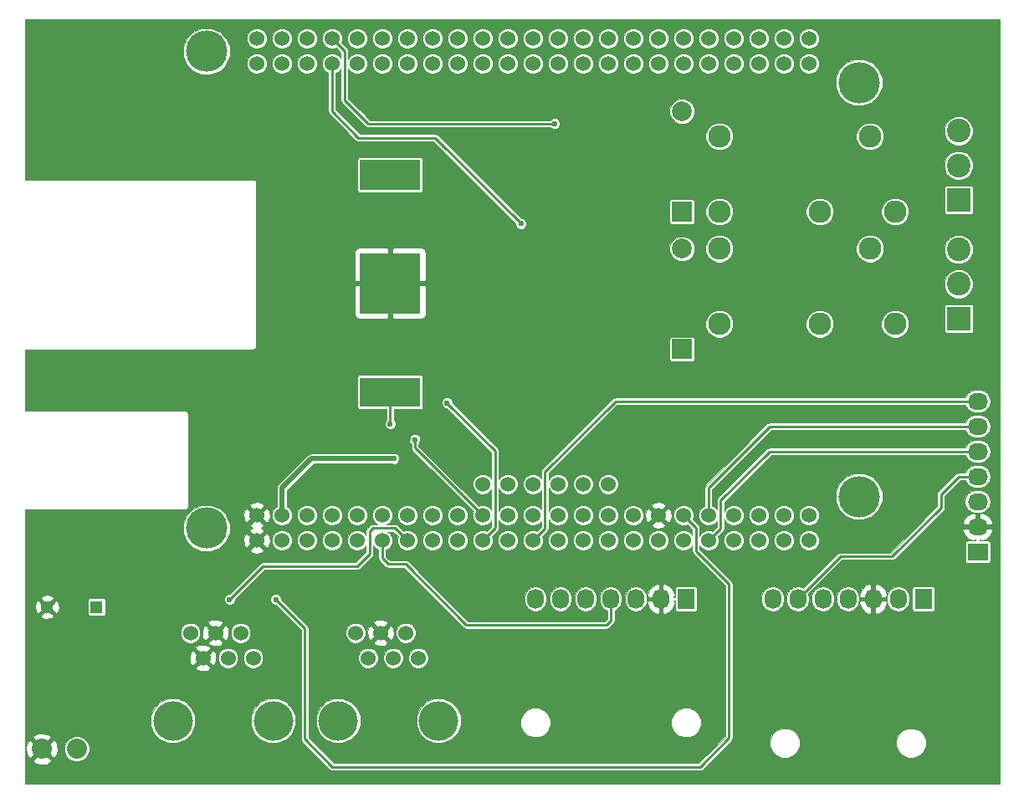
<source format=gbl>
G04 #@! TF.FileFunction,Copper,L2,Bot,Signal*
%FSLAX46Y46*%
G04 Gerber Fmt 4.6, Leading zero omitted, Abs format (unit mm)*
G04 Created by KiCad (PCBNEW 4.0.2-stable) date 8/22/2016 2:14:48 PM*
%MOMM*%
G01*
G04 APERTURE LIST*
%ADD10C,0.100000*%
%ADD11C,2.286000*%
%ADD12R,6.068060X3.068060*%
%ADD13R,6.068060X6.068060*%
%ADD14R,6.068060X3.000000*%
%ADD15R,1.727200X2.032000*%
%ADD16O,1.727200X2.032000*%
%ADD17C,2.400000*%
%ADD18R,2.400000X2.400000*%
%ADD19R,1.300000X1.300000*%
%ADD20C,1.300000*%
%ADD21C,1.998980*%
%ADD22R,1.998980X1.998980*%
%ADD23C,2.032000*%
%ADD24C,1.524000*%
%ADD25C,4.000000*%
%ADD26C,4.191000*%
%ADD27R,2.032000X1.727200*%
%ADD28O,2.032000X1.727200*%
%ADD29C,0.600000*%
%ADD30C,0.500000*%
%ADD31C,0.250000*%
G04 APERTURE END LIST*
D10*
D11*
X114610000Y-84180000D03*
X124770000Y-91800000D03*
X132390000Y-91800000D03*
X129850000Y-84180000D03*
X114610000Y-91800000D03*
D12*
X81280000Y-88060000D03*
D13*
X81280000Y-99060000D03*
D14*
X81280000Y-110060000D03*
D11*
X114610000Y-95550000D03*
X124770000Y-103170000D03*
X132390000Y-103170000D03*
X129850000Y-95550000D03*
X114610000Y-103170000D03*
D15*
X111240000Y-131000000D03*
D16*
X108700000Y-131000000D03*
X106160000Y-131000000D03*
X103620000Y-131000000D03*
X101080000Y-131000000D03*
X98540000Y-131000000D03*
X96000000Y-131000000D03*
D15*
X135240000Y-131000000D03*
D16*
X132700000Y-131000000D03*
X130160000Y-131000000D03*
X127620000Y-131000000D03*
X125080000Y-131000000D03*
X122540000Y-131000000D03*
X120000000Y-131000000D03*
D17*
X138820000Y-99120000D03*
X138820000Y-95620000D03*
D18*
X138820000Y-102620000D03*
D17*
X138820000Y-87130000D03*
X138820000Y-83630000D03*
D18*
X138820000Y-90630000D03*
D19*
X51580000Y-131820000D03*
D20*
X46580000Y-131820000D03*
D21*
X110827460Y-81650000D03*
D22*
X110827460Y-91810000D03*
D21*
X110827460Y-95560000D03*
D22*
X110827460Y-105720000D03*
D23*
X49557580Y-146190000D03*
X46060000Y-146190000D03*
D24*
X81608000Y-136980000D03*
X79068000Y-136980000D03*
X84148000Y-136980000D03*
X77798000Y-134440000D03*
X80338000Y-134440000D03*
X82878000Y-134440000D03*
D25*
X86180000Y-143330000D03*
X76020000Y-143330000D03*
D24*
X64878000Y-136980000D03*
X62338000Y-136980000D03*
X67418000Y-136980000D03*
X61068000Y-134440000D03*
X63608000Y-134440000D03*
X66148000Y-134440000D03*
D25*
X69450000Y-143330000D03*
X59290000Y-143330000D03*
D24*
X67785000Y-76835000D03*
X67785000Y-74295000D03*
X70325000Y-76835000D03*
X70325000Y-74295000D03*
X72865000Y-76835000D03*
X72865000Y-74295000D03*
X75405000Y-76835000D03*
X75405000Y-74295000D03*
X77945000Y-76835000D03*
X77945000Y-74295000D03*
X80485000Y-76835000D03*
X80485000Y-74295000D03*
X83025000Y-76835000D03*
X83025000Y-74295000D03*
X85565000Y-76835000D03*
X85565000Y-74295000D03*
X88105000Y-76835000D03*
X88105000Y-74295000D03*
X90645000Y-76835000D03*
X90645000Y-74295000D03*
X93185000Y-76835000D03*
X93185000Y-74295000D03*
X95725000Y-76835000D03*
X95725000Y-74295000D03*
X98265000Y-76835000D03*
X98265000Y-74295000D03*
X100805000Y-76835000D03*
X100805000Y-74295000D03*
X103345000Y-76835000D03*
X103345000Y-74295000D03*
X105885000Y-76835000D03*
X105885000Y-74295000D03*
X108425000Y-76835000D03*
X108425000Y-74295000D03*
X110965000Y-76835000D03*
X110965000Y-74295000D03*
X113505000Y-76835000D03*
X113505000Y-74295000D03*
X116045000Y-76835000D03*
X116045000Y-74295000D03*
X118585000Y-76835000D03*
X118585000Y-74295000D03*
X121125000Y-76835000D03*
X121125000Y-74295000D03*
X123665000Y-76835000D03*
X123665000Y-74295000D03*
X67785000Y-125095000D03*
X67785000Y-122555000D03*
X70325000Y-125095000D03*
X70325000Y-122555000D03*
X72865000Y-125095000D03*
X72865000Y-122555000D03*
X75405000Y-125095000D03*
X75405000Y-122555000D03*
X77945000Y-125095000D03*
X77945000Y-122555000D03*
X80485000Y-125095000D03*
X80485000Y-122555000D03*
X83025000Y-125095000D03*
X83025000Y-122555000D03*
X85565000Y-125095000D03*
X85565000Y-122555000D03*
X88105000Y-125095000D03*
X88105000Y-122555000D03*
X90645000Y-125095000D03*
X90645000Y-122555000D03*
X93185000Y-125095000D03*
X93185000Y-122555000D03*
X95725000Y-125095000D03*
X95725000Y-122555000D03*
X98265000Y-125095000D03*
X98265000Y-122555000D03*
X100805000Y-125095000D03*
X100805000Y-122555000D03*
X103345000Y-125095000D03*
X103345000Y-122555000D03*
X105885000Y-125095000D03*
X105885000Y-122555000D03*
X108425000Y-125095000D03*
X108425000Y-122555000D03*
X110965000Y-125095000D03*
X110965000Y-122555000D03*
X113505000Y-125095000D03*
X113505000Y-122555000D03*
X116045000Y-125095000D03*
X116045000Y-122555000D03*
X118585000Y-125095000D03*
X118585000Y-122555000D03*
X121125000Y-125095000D03*
X121125000Y-122555000D03*
X123665000Y-125095000D03*
X123665000Y-122555000D03*
X90645000Y-119380000D03*
X93185000Y-119380000D03*
X95725000Y-119380000D03*
X98265000Y-119380000D03*
X100805000Y-119380000D03*
X103345000Y-119380000D03*
D26*
X62705000Y-123825000D03*
X128745000Y-120650000D03*
X128745000Y-78740000D03*
X62705000Y-75565000D03*
D27*
X140740000Y-126230000D03*
D28*
X140740000Y-123690000D03*
X140740000Y-121150000D03*
X140740000Y-118610000D03*
X140740000Y-116070000D03*
X140740000Y-113530000D03*
X140740000Y-110990000D03*
D29*
X81670000Y-116780000D03*
X81280000Y-113270000D03*
X94550000Y-93010000D03*
X97930000Y-82910000D03*
X65040000Y-131050000D03*
X69740000Y-131050000D03*
X87020000Y-111160000D03*
X83800000Y-114910000D03*
D30*
X70325000Y-119765000D02*
X73310000Y-116780000D01*
X73310000Y-116780000D02*
X81670000Y-116780000D01*
X70325000Y-122555000D02*
X70325000Y-119765000D01*
D31*
X81280000Y-113270000D02*
X81280000Y-110060000D01*
X75405000Y-81665000D02*
X75405000Y-76835000D01*
X78060000Y-84320000D02*
X75405000Y-81665000D01*
X85860000Y-84320000D02*
X78060000Y-84320000D01*
X94550000Y-93010000D02*
X85860000Y-84320000D01*
X75405000Y-74295000D02*
X76670000Y-75560000D01*
X79080000Y-82910000D02*
X97930000Y-82910000D01*
X76670000Y-80500000D02*
X79080000Y-82910000D01*
X76670000Y-75560000D02*
X76670000Y-80500000D01*
X81760000Y-123830000D02*
X83025000Y-125095000D01*
X79530000Y-123830000D02*
X81760000Y-123830000D01*
X79200000Y-124160000D02*
X79530000Y-123830000D01*
X79200000Y-126420000D02*
X79200000Y-124160000D01*
X77930000Y-127690000D02*
X79200000Y-126420000D01*
X68400000Y-127690000D02*
X77930000Y-127690000D01*
X65040000Y-131050000D02*
X68400000Y-127690000D01*
X77600000Y-147980000D02*
X75440000Y-147980000D01*
X77600000Y-147980000D02*
X112680000Y-147980000D01*
X112680000Y-147980000D02*
X115570000Y-145090000D01*
X115570000Y-145090000D02*
X115570000Y-129490000D01*
X115570000Y-129490000D02*
X112230000Y-126150000D01*
X112230000Y-126150000D02*
X112230000Y-123820000D01*
X110965000Y-122555000D02*
X112230000Y-123820000D01*
X72640000Y-133950000D02*
X71640000Y-132950000D01*
X72640000Y-145180000D02*
X72640000Y-133950000D01*
X75440000Y-147980000D02*
X72640000Y-145180000D01*
X69740000Y-131050000D02*
X71640000Y-132950000D01*
X103620000Y-131000000D02*
X103620000Y-133210000D01*
X80485000Y-126895000D02*
X80485000Y-125095000D01*
X81070000Y-127480000D02*
X80485000Y-126895000D01*
X82830000Y-127480000D02*
X81070000Y-127480000D01*
X89000000Y-133650000D02*
X82830000Y-127480000D01*
X103180000Y-133650000D02*
X89000000Y-133650000D01*
X103620000Y-133210000D02*
X103180000Y-133650000D01*
X91900000Y-123840000D02*
X90645000Y-125095000D01*
X91900000Y-116040000D02*
X91900000Y-123840000D01*
X87020000Y-111160000D02*
X91900000Y-116040000D01*
X122540000Y-131000000D02*
X126860000Y-126680000D01*
X138830000Y-118610000D02*
X140740000Y-118610000D01*
X137020000Y-120420000D02*
X138830000Y-118610000D01*
X137020000Y-121760000D02*
X137020000Y-120420000D01*
X132100000Y-126680000D02*
X137020000Y-121760000D01*
X126860000Y-126680000D02*
X132100000Y-126680000D01*
X90645000Y-122555000D02*
X83800000Y-115710000D01*
X83800000Y-115710000D02*
X83800000Y-114910000D01*
X113505000Y-125095000D02*
X114720000Y-123880000D01*
X119690000Y-116070000D02*
X140740000Y-116070000D01*
X114720000Y-121040000D02*
X119690000Y-116070000D01*
X114720000Y-123880000D02*
X114720000Y-121040000D01*
X113505000Y-122555000D02*
X113505000Y-119745000D01*
X119720000Y-113530000D02*
X140740000Y-113530000D01*
X113505000Y-119745000D02*
X119720000Y-113530000D01*
X95725000Y-125095000D02*
X96950000Y-123870000D01*
X104090000Y-110990000D02*
X140740000Y-110990000D01*
X96950000Y-118130000D02*
X104090000Y-110990000D01*
X96950000Y-123870000D02*
X96950000Y-118130000D01*
D10*
G36*
X142971100Y-149675000D02*
X44325000Y-149675000D01*
X44325000Y-147360308D01*
X45178191Y-147360308D01*
X45289393Y-147597715D01*
X45886761Y-147785457D01*
X46510503Y-147730306D01*
X46830607Y-147597715D01*
X46941809Y-147360308D01*
X46060000Y-146478500D01*
X45178191Y-147360308D01*
X44325000Y-147360308D01*
X44325000Y-146016761D01*
X44464543Y-146016761D01*
X44519694Y-146640503D01*
X44652285Y-146960607D01*
X44889692Y-147071809D01*
X45771500Y-146190000D01*
X46348500Y-146190000D01*
X47230308Y-147071809D01*
X47467715Y-146960607D01*
X47631106Y-146440718D01*
X48291361Y-146440718D01*
X48483692Y-146906194D01*
X48839513Y-147262636D01*
X49304652Y-147455779D01*
X49808298Y-147456219D01*
X50273774Y-147263888D01*
X50630216Y-146908067D01*
X50823359Y-146442928D01*
X50823799Y-145939282D01*
X50631468Y-145473806D01*
X50275647Y-145117364D01*
X49810508Y-144924221D01*
X49306862Y-144923781D01*
X48841386Y-145116112D01*
X48484944Y-145471933D01*
X48291801Y-145937072D01*
X48291361Y-146440718D01*
X47631106Y-146440718D01*
X47655457Y-146363239D01*
X47600306Y-145739497D01*
X47467715Y-145419393D01*
X47230308Y-145308191D01*
X46348500Y-146190000D01*
X45771500Y-146190000D01*
X44889692Y-145308191D01*
X44652285Y-145419393D01*
X44464543Y-146016761D01*
X44325000Y-146016761D01*
X44325000Y-145019692D01*
X45178191Y-145019692D01*
X46060000Y-145901500D01*
X46941809Y-145019692D01*
X46830607Y-144782285D01*
X46233239Y-144594543D01*
X45609497Y-144649694D01*
X45289393Y-144782285D01*
X45178191Y-145019692D01*
X44325000Y-145019692D01*
X44325000Y-143775589D01*
X57039610Y-143775589D01*
X57381431Y-144602858D01*
X58013813Y-145236345D01*
X58840484Y-145579608D01*
X59735589Y-145580390D01*
X60562858Y-145238569D01*
X61196345Y-144606187D01*
X61539608Y-143779516D01*
X61539611Y-143775589D01*
X67199610Y-143775589D01*
X67541431Y-144602858D01*
X68173813Y-145236345D01*
X69000484Y-145579608D01*
X69895589Y-145580390D01*
X70722858Y-145238569D01*
X71356345Y-144606187D01*
X71699608Y-143779516D01*
X71700390Y-142884411D01*
X71358569Y-142057142D01*
X70726187Y-141423655D01*
X69899516Y-141080392D01*
X69004411Y-141079610D01*
X68177142Y-141421431D01*
X67543655Y-142053813D01*
X67200392Y-142880484D01*
X67199610Y-143775589D01*
X61539611Y-143775589D01*
X61540390Y-142884411D01*
X61198569Y-142057142D01*
X60566187Y-141423655D01*
X59739516Y-141080392D01*
X58844411Y-141079610D01*
X58017142Y-141421431D01*
X57383655Y-142053813D01*
X57040392Y-142880484D01*
X57039610Y-143775589D01*
X44325000Y-143775589D01*
X44325000Y-137964990D01*
X61641510Y-137964990D01*
X61721104Y-138176151D01*
X62225809Y-138321175D01*
X62747595Y-138262018D01*
X62954896Y-138176151D01*
X63034490Y-137964990D01*
X62338000Y-137268500D01*
X61641510Y-137964990D01*
X44325000Y-137964990D01*
X44325000Y-136867809D01*
X60996825Y-136867809D01*
X61055982Y-137389595D01*
X61141849Y-137596896D01*
X61353010Y-137676490D01*
X62049500Y-136980000D01*
X62626500Y-136980000D01*
X63322990Y-137676490D01*
X63534151Y-137596896D01*
X63653824Y-137180416D01*
X63865825Y-137180416D01*
X64019568Y-137552503D01*
X64304000Y-137837431D01*
X64675818Y-137991824D01*
X65078416Y-137992175D01*
X65450503Y-137838432D01*
X65735431Y-137554000D01*
X65889824Y-137182182D01*
X65889825Y-137180416D01*
X66405825Y-137180416D01*
X66559568Y-137552503D01*
X66844000Y-137837431D01*
X67215818Y-137991824D01*
X67618416Y-137992175D01*
X67990503Y-137838432D01*
X68275431Y-137554000D01*
X68429824Y-137182182D01*
X68430175Y-136779584D01*
X68276432Y-136407497D01*
X67992000Y-136122569D01*
X67620182Y-135968176D01*
X67217584Y-135967825D01*
X66845497Y-136121568D01*
X66560569Y-136406000D01*
X66406176Y-136777818D01*
X66405825Y-137180416D01*
X65889825Y-137180416D01*
X65890175Y-136779584D01*
X65736432Y-136407497D01*
X65452000Y-136122569D01*
X65080182Y-135968176D01*
X64677584Y-135967825D01*
X64305497Y-136121568D01*
X64020569Y-136406000D01*
X63866176Y-136777818D01*
X63865825Y-137180416D01*
X63653824Y-137180416D01*
X63679175Y-137092191D01*
X63620018Y-136570405D01*
X63534151Y-136363104D01*
X63322990Y-136283510D01*
X62626500Y-136980000D01*
X62049500Y-136980000D01*
X61353010Y-136283510D01*
X61141849Y-136363104D01*
X60996825Y-136867809D01*
X44325000Y-136867809D01*
X44325000Y-135995010D01*
X61641510Y-135995010D01*
X62338000Y-136691500D01*
X63034490Y-135995010D01*
X62954896Y-135783849D01*
X62450191Y-135638825D01*
X61928405Y-135697982D01*
X61721104Y-135783849D01*
X61641510Y-135995010D01*
X44325000Y-135995010D01*
X44325000Y-134640416D01*
X60055825Y-134640416D01*
X60209568Y-135012503D01*
X60494000Y-135297431D01*
X60865818Y-135451824D01*
X61268416Y-135452175D01*
X61334208Y-135424990D01*
X62911510Y-135424990D01*
X62991104Y-135636151D01*
X63495809Y-135781175D01*
X64017595Y-135722018D01*
X64224896Y-135636151D01*
X64304490Y-135424990D01*
X63608000Y-134728500D01*
X62911510Y-135424990D01*
X61334208Y-135424990D01*
X61640503Y-135298432D01*
X61925431Y-135014000D01*
X62079824Y-134642182D01*
X62080098Y-134327809D01*
X62266825Y-134327809D01*
X62325982Y-134849595D01*
X62411849Y-135056896D01*
X62623010Y-135136490D01*
X63319500Y-134440000D01*
X63896500Y-134440000D01*
X64592990Y-135136490D01*
X64804151Y-135056896D01*
X64923824Y-134640416D01*
X65135825Y-134640416D01*
X65289568Y-135012503D01*
X65574000Y-135297431D01*
X65945818Y-135451824D01*
X66348416Y-135452175D01*
X66720503Y-135298432D01*
X67005431Y-135014000D01*
X67159824Y-134642182D01*
X67160175Y-134239584D01*
X67006432Y-133867497D01*
X66722000Y-133582569D01*
X66350182Y-133428176D01*
X65947584Y-133427825D01*
X65575497Y-133581568D01*
X65290569Y-133866000D01*
X65136176Y-134237818D01*
X65135825Y-134640416D01*
X64923824Y-134640416D01*
X64949175Y-134552191D01*
X64890018Y-134030405D01*
X64804151Y-133823104D01*
X64592990Y-133743510D01*
X63896500Y-134440000D01*
X63319500Y-134440000D01*
X62623010Y-133743510D01*
X62411849Y-133823104D01*
X62266825Y-134327809D01*
X62080098Y-134327809D01*
X62080175Y-134239584D01*
X61926432Y-133867497D01*
X61642000Y-133582569D01*
X61334806Y-133455010D01*
X62911510Y-133455010D01*
X63608000Y-134151500D01*
X64304490Y-133455010D01*
X64224896Y-133243849D01*
X63720191Y-133098825D01*
X63198405Y-133157982D01*
X62991104Y-133243849D01*
X62911510Y-133455010D01*
X61334806Y-133455010D01*
X61270182Y-133428176D01*
X60867584Y-133427825D01*
X60495497Y-133581568D01*
X60210569Y-133866000D01*
X60056176Y-134237818D01*
X60055825Y-134640416D01*
X44325000Y-134640416D01*
X44325000Y-132722936D01*
X45965563Y-132722936D01*
X46031084Y-132922584D01*
X46494808Y-133048715D01*
X46971502Y-132987786D01*
X47128916Y-132922584D01*
X47194437Y-132722936D01*
X46580000Y-132108500D01*
X45965563Y-132722936D01*
X44325000Y-132722936D01*
X44325000Y-131734808D01*
X45351285Y-131734808D01*
X45412214Y-132211502D01*
X45477416Y-132368916D01*
X45677064Y-132434437D01*
X46291500Y-131820000D01*
X46868500Y-131820000D01*
X47482936Y-132434437D01*
X47682584Y-132368916D01*
X47808715Y-131905192D01*
X47747786Y-131428498D01*
X47682584Y-131271084D01*
X47482936Y-131205563D01*
X46868500Y-131820000D01*
X46291500Y-131820000D01*
X45677064Y-131205563D01*
X45477416Y-131271084D01*
X45351285Y-131734808D01*
X44325000Y-131734808D01*
X44325000Y-130917064D01*
X45965563Y-130917064D01*
X46580000Y-131531500D01*
X46941500Y-131170000D01*
X50675103Y-131170000D01*
X50675103Y-132470000D01*
X50692535Y-132562644D01*
X50747288Y-132647732D01*
X50830831Y-132704815D01*
X50930000Y-132724897D01*
X52230000Y-132724897D01*
X52322644Y-132707465D01*
X52407732Y-132652712D01*
X52464815Y-132569169D01*
X52484897Y-132470000D01*
X52484897Y-131170000D01*
X52482813Y-131158922D01*
X64489905Y-131158922D01*
X64573461Y-131361143D01*
X64728043Y-131515995D01*
X64930118Y-131599904D01*
X65148922Y-131600095D01*
X65351143Y-131516539D01*
X65505995Y-131361957D01*
X65589904Y-131159882D01*
X65589904Y-131158922D01*
X69189905Y-131158922D01*
X69273461Y-131361143D01*
X69428043Y-131515995D01*
X69630118Y-131599904D01*
X69759687Y-131600017D01*
X72265000Y-134105330D01*
X72265000Y-145180000D01*
X72293545Y-145323507D01*
X72374835Y-145445165D01*
X75174835Y-148245165D01*
X75296493Y-148326455D01*
X75440000Y-148355000D01*
X112680000Y-148355000D01*
X112823507Y-148326455D01*
X112945165Y-148245165D01*
X115293271Y-145897059D01*
X119739740Y-145897059D01*
X119967620Y-146448572D01*
X120389209Y-146870897D01*
X120940323Y-147099739D01*
X121537059Y-147100260D01*
X122088572Y-146872380D01*
X122510897Y-146450791D01*
X122739739Y-145899677D01*
X122739741Y-145897059D01*
X132499740Y-145897059D01*
X132727620Y-146448572D01*
X133149209Y-146870897D01*
X133700323Y-147099739D01*
X134297059Y-147100260D01*
X134848572Y-146872380D01*
X135270897Y-146450791D01*
X135499739Y-145899677D01*
X135500260Y-145302941D01*
X135272380Y-144751428D01*
X134850791Y-144329103D01*
X134299677Y-144100261D01*
X133702941Y-144099740D01*
X133151428Y-144327620D01*
X132729103Y-144749209D01*
X132500261Y-145300323D01*
X132499740Y-145897059D01*
X122739741Y-145897059D01*
X122740260Y-145302941D01*
X122512380Y-144751428D01*
X122090791Y-144329103D01*
X121539677Y-144100261D01*
X120942941Y-144099740D01*
X120391428Y-144327620D01*
X119969103Y-144749209D01*
X119740261Y-145300323D01*
X119739740Y-145897059D01*
X115293271Y-145897059D01*
X115835165Y-145355165D01*
X115916455Y-145233507D01*
X115945000Y-145090000D01*
X115945000Y-130822798D01*
X118886400Y-130822798D01*
X118886400Y-131177202D01*
X118971168Y-131603358D01*
X119212566Y-131964636D01*
X119573844Y-132206034D01*
X120000000Y-132290802D01*
X120426156Y-132206034D01*
X120787434Y-131964636D01*
X121028832Y-131603358D01*
X121113600Y-131177202D01*
X121113600Y-130822798D01*
X121426400Y-130822798D01*
X121426400Y-131177202D01*
X121511168Y-131603358D01*
X121752566Y-131964636D01*
X122113844Y-132206034D01*
X122540000Y-132290802D01*
X122966156Y-132206034D01*
X123327434Y-131964636D01*
X123568832Y-131603358D01*
X123653600Y-131177202D01*
X123653600Y-130822798D01*
X123966400Y-130822798D01*
X123966400Y-131177202D01*
X124051168Y-131603358D01*
X124292566Y-131964636D01*
X124653844Y-132206034D01*
X125080000Y-132290802D01*
X125506156Y-132206034D01*
X125867434Y-131964636D01*
X126108832Y-131603358D01*
X126193600Y-131177202D01*
X126193600Y-130822798D01*
X126506400Y-130822798D01*
X126506400Y-131177202D01*
X126591168Y-131603358D01*
X126832566Y-131964636D01*
X127193844Y-132206034D01*
X127620000Y-132290802D01*
X128046156Y-132206034D01*
X128407434Y-131964636D01*
X128648832Y-131603358D01*
X128684275Y-131425173D01*
X128767632Y-131425173D01*
X128978005Y-131937246D01*
X129368327Y-132329833D01*
X129738426Y-132510053D01*
X129956000Y-132418166D01*
X129956000Y-131204000D01*
X130364000Y-131204000D01*
X130364000Y-132418166D01*
X130581574Y-132510053D01*
X130951673Y-132329833D01*
X131341995Y-131937246D01*
X131552368Y-131425173D01*
X131438397Y-131204000D01*
X130364000Y-131204000D01*
X129956000Y-131204000D01*
X128881603Y-131204000D01*
X128767632Y-131425173D01*
X128684275Y-131425173D01*
X128733600Y-131177202D01*
X128733600Y-130822798D01*
X131586400Y-130822798D01*
X131586400Y-131177202D01*
X131671168Y-131603358D01*
X131912566Y-131964636D01*
X132273844Y-132206034D01*
X132700000Y-132290802D01*
X133126156Y-132206034D01*
X133487434Y-131964636D01*
X133728832Y-131603358D01*
X133813600Y-131177202D01*
X133813600Y-130822798D01*
X133728832Y-130396642D01*
X133487434Y-130035364D01*
X133410563Y-129984000D01*
X134121503Y-129984000D01*
X134121503Y-132016000D01*
X134138935Y-132108644D01*
X134193688Y-132193732D01*
X134277231Y-132250815D01*
X134376400Y-132270897D01*
X136103600Y-132270897D01*
X136196244Y-132253465D01*
X136281332Y-132198712D01*
X136338415Y-132115169D01*
X136358497Y-132016000D01*
X136358497Y-129984000D01*
X136341065Y-129891356D01*
X136286312Y-129806268D01*
X136202769Y-129749185D01*
X136103600Y-129729103D01*
X134376400Y-129729103D01*
X134283756Y-129746535D01*
X134198668Y-129801288D01*
X134141585Y-129884831D01*
X134121503Y-129984000D01*
X133410563Y-129984000D01*
X133126156Y-129793966D01*
X132700000Y-129709198D01*
X132273844Y-129793966D01*
X131912566Y-130035364D01*
X131671168Y-130396642D01*
X131586400Y-130822798D01*
X128733600Y-130822798D01*
X128684276Y-130574827D01*
X128767632Y-130574827D01*
X128881603Y-130796000D01*
X129956000Y-130796000D01*
X129956000Y-129581834D01*
X130364000Y-129581834D01*
X130364000Y-130796000D01*
X131438397Y-130796000D01*
X131552368Y-130574827D01*
X131341995Y-130062754D01*
X130951673Y-129670167D01*
X130581574Y-129489947D01*
X130364000Y-129581834D01*
X129956000Y-129581834D01*
X129738426Y-129489947D01*
X129368327Y-129670167D01*
X128978005Y-130062754D01*
X128767632Y-130574827D01*
X128684276Y-130574827D01*
X128648832Y-130396642D01*
X128407434Y-130035364D01*
X128046156Y-129793966D01*
X127620000Y-129709198D01*
X127193844Y-129793966D01*
X126832566Y-130035364D01*
X126591168Y-130396642D01*
X126506400Y-130822798D01*
X126193600Y-130822798D01*
X126108832Y-130396642D01*
X125867434Y-130035364D01*
X125506156Y-129793966D01*
X125080000Y-129709198D01*
X124653844Y-129793966D01*
X124292566Y-130035364D01*
X124051168Y-130396642D01*
X123966400Y-130822798D01*
X123653600Y-130822798D01*
X123586229Y-130484101D01*
X127015330Y-127055000D01*
X132100000Y-127055000D01*
X132243507Y-127026455D01*
X132365165Y-126945165D01*
X135198756Y-124111574D01*
X139229947Y-124111574D01*
X139410167Y-124481673D01*
X139802754Y-124871995D01*
X140314827Y-125082368D01*
X140535998Y-124968398D01*
X140535998Y-125111503D01*
X139724000Y-125111503D01*
X139631356Y-125128935D01*
X139546268Y-125183688D01*
X139489185Y-125267231D01*
X139469103Y-125366400D01*
X139469103Y-127093600D01*
X139486535Y-127186244D01*
X139541288Y-127271332D01*
X139624831Y-127328415D01*
X139724000Y-127348497D01*
X141756000Y-127348497D01*
X141848644Y-127331065D01*
X141933732Y-127276312D01*
X141990815Y-127192769D01*
X142010897Y-127093600D01*
X142010897Y-125366400D01*
X141993465Y-125273756D01*
X141938712Y-125188668D01*
X141855169Y-125131585D01*
X141756000Y-125111503D01*
X140944002Y-125111503D01*
X140944002Y-124968398D01*
X141165173Y-125082368D01*
X141677246Y-124871995D01*
X142069833Y-124481673D01*
X142250053Y-124111574D01*
X142158166Y-123894000D01*
X140944000Y-123894000D01*
X140944000Y-123914000D01*
X140536000Y-123914000D01*
X140536000Y-123894000D01*
X139321834Y-123894000D01*
X139229947Y-124111574D01*
X135198756Y-124111574D01*
X136041904Y-123268426D01*
X139229947Y-123268426D01*
X139321834Y-123486000D01*
X140536000Y-123486000D01*
X140536000Y-122411603D01*
X140944000Y-122411603D01*
X140944000Y-123486000D01*
X142158166Y-123486000D01*
X142250053Y-123268426D01*
X142069833Y-122898327D01*
X141677246Y-122508005D01*
X141165173Y-122297632D01*
X140944000Y-122411603D01*
X140536000Y-122411603D01*
X140314827Y-122297632D01*
X139802754Y-122508005D01*
X139410167Y-122898327D01*
X139229947Y-123268426D01*
X136041904Y-123268426D01*
X137285165Y-122025165D01*
X137366455Y-121903506D01*
X137395000Y-121760000D01*
X137395000Y-121150000D01*
X139449198Y-121150000D01*
X139533966Y-121576156D01*
X139775364Y-121937434D01*
X140136642Y-122178832D01*
X140562798Y-122263600D01*
X140917202Y-122263600D01*
X141343358Y-122178832D01*
X141704636Y-121937434D01*
X141946034Y-121576156D01*
X142030802Y-121150000D01*
X141946034Y-120723844D01*
X141704636Y-120362566D01*
X141343358Y-120121168D01*
X140917202Y-120036400D01*
X140562798Y-120036400D01*
X140136642Y-120121168D01*
X139775364Y-120362566D01*
X139533966Y-120723844D01*
X139449198Y-121150000D01*
X137395000Y-121150000D01*
X137395000Y-120575330D01*
X138985330Y-118985000D01*
X139523790Y-118985000D01*
X139533966Y-119036156D01*
X139775364Y-119397434D01*
X140136642Y-119638832D01*
X140562798Y-119723600D01*
X140917202Y-119723600D01*
X141343358Y-119638832D01*
X141704636Y-119397434D01*
X141946034Y-119036156D01*
X142030802Y-118610000D01*
X141946034Y-118183844D01*
X141704636Y-117822566D01*
X141343358Y-117581168D01*
X140917202Y-117496400D01*
X140562798Y-117496400D01*
X140136642Y-117581168D01*
X139775364Y-117822566D01*
X139533966Y-118183844D01*
X139523790Y-118235000D01*
X138830000Y-118235000D01*
X138686494Y-118263545D01*
X138564835Y-118344835D01*
X136754835Y-120154835D01*
X136673545Y-120276493D01*
X136650535Y-120392175D01*
X136645000Y-120420000D01*
X136645000Y-121604670D01*
X131944670Y-126305000D01*
X126860000Y-126305000D01*
X126716494Y-126333545D01*
X126594835Y-126414835D01*
X123115749Y-129893921D01*
X122966156Y-129793966D01*
X122540000Y-129709198D01*
X122113844Y-129793966D01*
X121752566Y-130035364D01*
X121511168Y-130396642D01*
X121426400Y-130822798D01*
X121113600Y-130822798D01*
X121028832Y-130396642D01*
X120787434Y-130035364D01*
X120426156Y-129793966D01*
X120000000Y-129709198D01*
X119573844Y-129793966D01*
X119212566Y-130035364D01*
X118971168Y-130396642D01*
X118886400Y-130822798D01*
X115945000Y-130822798D01*
X115945000Y-129490000D01*
X115916455Y-129346494D01*
X115916455Y-129346493D01*
X115835165Y-129224835D01*
X112605000Y-125994670D01*
X112605000Y-125566901D01*
X112646568Y-125667503D01*
X112931000Y-125952431D01*
X113302818Y-126106824D01*
X113705416Y-126107175D01*
X114077503Y-125953432D01*
X114362431Y-125669000D01*
X114516824Y-125297182D01*
X114516825Y-125295416D01*
X115032825Y-125295416D01*
X115186568Y-125667503D01*
X115471000Y-125952431D01*
X115842818Y-126106824D01*
X116245416Y-126107175D01*
X116617503Y-125953432D01*
X116902431Y-125669000D01*
X117056824Y-125297182D01*
X117056825Y-125295416D01*
X117572825Y-125295416D01*
X117726568Y-125667503D01*
X118011000Y-125952431D01*
X118382818Y-126106824D01*
X118785416Y-126107175D01*
X119157503Y-125953432D01*
X119442431Y-125669000D01*
X119596824Y-125297182D01*
X119596825Y-125295416D01*
X120112825Y-125295416D01*
X120266568Y-125667503D01*
X120551000Y-125952431D01*
X120922818Y-126106824D01*
X121325416Y-126107175D01*
X121697503Y-125953432D01*
X121982431Y-125669000D01*
X122136824Y-125297182D01*
X122136825Y-125295416D01*
X122652825Y-125295416D01*
X122806568Y-125667503D01*
X123091000Y-125952431D01*
X123462818Y-126106824D01*
X123865416Y-126107175D01*
X124237503Y-125953432D01*
X124522431Y-125669000D01*
X124676824Y-125297182D01*
X124677175Y-124894584D01*
X124523432Y-124522497D01*
X124239000Y-124237569D01*
X123867182Y-124083176D01*
X123464584Y-124082825D01*
X123092497Y-124236568D01*
X122807569Y-124521000D01*
X122653176Y-124892818D01*
X122652825Y-125295416D01*
X122136825Y-125295416D01*
X122137175Y-124894584D01*
X121983432Y-124522497D01*
X121699000Y-124237569D01*
X121327182Y-124083176D01*
X120924584Y-124082825D01*
X120552497Y-124236568D01*
X120267569Y-124521000D01*
X120113176Y-124892818D01*
X120112825Y-125295416D01*
X119596825Y-125295416D01*
X119597175Y-124894584D01*
X119443432Y-124522497D01*
X119159000Y-124237569D01*
X118787182Y-124083176D01*
X118384584Y-124082825D01*
X118012497Y-124236568D01*
X117727569Y-124521000D01*
X117573176Y-124892818D01*
X117572825Y-125295416D01*
X117056825Y-125295416D01*
X117057175Y-124894584D01*
X116903432Y-124522497D01*
X116619000Y-124237569D01*
X116247182Y-124083176D01*
X115844584Y-124082825D01*
X115472497Y-124236568D01*
X115187569Y-124521000D01*
X115033176Y-124892818D01*
X115032825Y-125295416D01*
X114516825Y-125295416D01*
X114517175Y-124894584D01*
X114434890Y-124695440D01*
X114985165Y-124145165D01*
X115066454Y-124023507D01*
X115066455Y-124023506D01*
X115095000Y-123880000D01*
X115095000Y-122905891D01*
X115186568Y-123127503D01*
X115471000Y-123412431D01*
X115842818Y-123566824D01*
X116245416Y-123567175D01*
X116617503Y-123413432D01*
X116902431Y-123129000D01*
X117056824Y-122757182D01*
X117056825Y-122755416D01*
X117572825Y-122755416D01*
X117726568Y-123127503D01*
X118011000Y-123412431D01*
X118382818Y-123566824D01*
X118785416Y-123567175D01*
X119157503Y-123413432D01*
X119442431Y-123129000D01*
X119596824Y-122757182D01*
X119596825Y-122755416D01*
X120112825Y-122755416D01*
X120266568Y-123127503D01*
X120551000Y-123412431D01*
X120922818Y-123566824D01*
X121325416Y-123567175D01*
X121697503Y-123413432D01*
X121982431Y-123129000D01*
X122136824Y-122757182D01*
X122136825Y-122755416D01*
X122652825Y-122755416D01*
X122806568Y-123127503D01*
X123091000Y-123412431D01*
X123462818Y-123566824D01*
X123865416Y-123567175D01*
X124237503Y-123413432D01*
X124522431Y-123129000D01*
X124676824Y-122757182D01*
X124677175Y-122354584D01*
X124523432Y-121982497D01*
X124239000Y-121697569D01*
X123867182Y-121543176D01*
X123464584Y-121542825D01*
X123092497Y-121696568D01*
X122807569Y-121981000D01*
X122653176Y-122352818D01*
X122652825Y-122755416D01*
X122136825Y-122755416D01*
X122137175Y-122354584D01*
X121983432Y-121982497D01*
X121699000Y-121697569D01*
X121327182Y-121543176D01*
X120924584Y-121542825D01*
X120552497Y-121696568D01*
X120267569Y-121981000D01*
X120113176Y-122352818D01*
X120112825Y-122755416D01*
X119596825Y-122755416D01*
X119597175Y-122354584D01*
X119443432Y-121982497D01*
X119159000Y-121697569D01*
X118787182Y-121543176D01*
X118384584Y-121542825D01*
X118012497Y-121696568D01*
X117727569Y-121981000D01*
X117573176Y-122352818D01*
X117572825Y-122755416D01*
X117056825Y-122755416D01*
X117057175Y-122354584D01*
X116903432Y-121982497D01*
X116619000Y-121697569D01*
X116247182Y-121543176D01*
X115844584Y-121542825D01*
X115472497Y-121696568D01*
X115187569Y-121981000D01*
X115095000Y-122203930D01*
X115095000Y-121195330D01*
X115175828Y-121114502D01*
X126399094Y-121114502D01*
X126755422Y-121976883D01*
X127414646Y-122637259D01*
X128276404Y-122995092D01*
X129209502Y-122995906D01*
X130071883Y-122639578D01*
X130732259Y-121980354D01*
X131090092Y-121118596D01*
X131090906Y-120185498D01*
X130734578Y-119323117D01*
X130075354Y-118662741D01*
X129213596Y-118304908D01*
X128280498Y-118304094D01*
X127418117Y-118660422D01*
X126757741Y-119319646D01*
X126399908Y-120181404D01*
X126399094Y-121114502D01*
X115175828Y-121114502D01*
X119845330Y-116445000D01*
X139523790Y-116445000D01*
X139533966Y-116496156D01*
X139775364Y-116857434D01*
X140136642Y-117098832D01*
X140562798Y-117183600D01*
X140917202Y-117183600D01*
X141343358Y-117098832D01*
X141704636Y-116857434D01*
X141946034Y-116496156D01*
X142030802Y-116070000D01*
X141946034Y-115643844D01*
X141704636Y-115282566D01*
X141343358Y-115041168D01*
X140917202Y-114956400D01*
X140562798Y-114956400D01*
X140136642Y-115041168D01*
X139775364Y-115282566D01*
X139533966Y-115643844D01*
X139523790Y-115695000D01*
X119690000Y-115695000D01*
X119546494Y-115723545D01*
X119546492Y-115723546D01*
X119546493Y-115723546D01*
X119424835Y-115804835D01*
X114454835Y-120774835D01*
X114373545Y-120896493D01*
X114373545Y-120896494D01*
X114345000Y-121040000D01*
X114345000Y-121964033D01*
X114079000Y-121697569D01*
X113880000Y-121614937D01*
X113880000Y-119900330D01*
X119875330Y-113905000D01*
X139523790Y-113905000D01*
X139533966Y-113956156D01*
X139775364Y-114317434D01*
X140136642Y-114558832D01*
X140562798Y-114643600D01*
X140917202Y-114643600D01*
X141343358Y-114558832D01*
X141704636Y-114317434D01*
X141946034Y-113956156D01*
X142030802Y-113530000D01*
X141946034Y-113103844D01*
X141704636Y-112742566D01*
X141343358Y-112501168D01*
X140917202Y-112416400D01*
X140562798Y-112416400D01*
X140136642Y-112501168D01*
X139775364Y-112742566D01*
X139533966Y-113103844D01*
X139523790Y-113155000D01*
X119720000Y-113155000D01*
X119576493Y-113183545D01*
X119454835Y-113264835D01*
X113239835Y-119479835D01*
X113158545Y-119601493D01*
X113158545Y-119601494D01*
X113130000Y-119745000D01*
X113130000Y-121614962D01*
X112932497Y-121696568D01*
X112647569Y-121981000D01*
X112493176Y-122352818D01*
X112492825Y-122755416D01*
X112646568Y-123127503D01*
X112931000Y-123412431D01*
X113302818Y-123566824D01*
X113705416Y-123567175D01*
X114077503Y-123413432D01*
X114345000Y-123146401D01*
X114345000Y-123724670D01*
X113904542Y-124165128D01*
X113707182Y-124083176D01*
X113304584Y-124082825D01*
X112932497Y-124236568D01*
X112647569Y-124521000D01*
X112605000Y-124623517D01*
X112605000Y-123820000D01*
X112588390Y-123736494D01*
X112576455Y-123676493D01*
X112495165Y-123554835D01*
X111894872Y-122954542D01*
X111976824Y-122757182D01*
X111977175Y-122354584D01*
X111823432Y-121982497D01*
X111539000Y-121697569D01*
X111167182Y-121543176D01*
X110764584Y-121542825D01*
X110392497Y-121696568D01*
X110107569Y-121981000D01*
X109953176Y-122352818D01*
X109952825Y-122755416D01*
X110106568Y-123127503D01*
X110391000Y-123412431D01*
X110762818Y-123566824D01*
X111165416Y-123567175D01*
X111364560Y-123484890D01*
X111855000Y-123975330D01*
X111855000Y-124598898D01*
X111823432Y-124522497D01*
X111539000Y-124237569D01*
X111167182Y-124083176D01*
X110764584Y-124082825D01*
X110392497Y-124236568D01*
X110107569Y-124521000D01*
X109953176Y-124892818D01*
X109952825Y-125295416D01*
X110106568Y-125667503D01*
X110391000Y-125952431D01*
X110762818Y-126106824D01*
X111165416Y-126107175D01*
X111537503Y-125953432D01*
X111822431Y-125669000D01*
X111855000Y-125590565D01*
X111855000Y-126150000D01*
X111883545Y-126293507D01*
X111964835Y-126415165D01*
X115195000Y-129645330D01*
X115195000Y-144934670D01*
X112524670Y-147605000D01*
X75595330Y-147605000D01*
X73015000Y-145024670D01*
X73015000Y-143775589D01*
X73769610Y-143775589D01*
X74111431Y-144602858D01*
X74743813Y-145236345D01*
X75570484Y-145579608D01*
X76465589Y-145580390D01*
X77292858Y-145238569D01*
X77926345Y-144606187D01*
X78269608Y-143779516D01*
X78269611Y-143775589D01*
X83929610Y-143775589D01*
X84271431Y-144602858D01*
X84903813Y-145236345D01*
X85730484Y-145579608D01*
X86625589Y-145580390D01*
X87452858Y-145238569D01*
X88086345Y-144606187D01*
X88422323Y-143797059D01*
X94499740Y-143797059D01*
X94727620Y-144348572D01*
X95149209Y-144770897D01*
X95700323Y-144999739D01*
X96297059Y-145000260D01*
X96848572Y-144772380D01*
X97270897Y-144350791D01*
X97499739Y-143799677D01*
X97499741Y-143797059D01*
X109739740Y-143797059D01*
X109967620Y-144348572D01*
X110389209Y-144770897D01*
X110940323Y-144999739D01*
X111537059Y-145000260D01*
X112088572Y-144772380D01*
X112510897Y-144350791D01*
X112739739Y-143799677D01*
X112740260Y-143202941D01*
X112512380Y-142651428D01*
X112090791Y-142229103D01*
X111539677Y-142000261D01*
X110942941Y-141999740D01*
X110391428Y-142227620D01*
X109969103Y-142649209D01*
X109740261Y-143200323D01*
X109739740Y-143797059D01*
X97499741Y-143797059D01*
X97500260Y-143202941D01*
X97272380Y-142651428D01*
X96850791Y-142229103D01*
X96299677Y-142000261D01*
X95702941Y-141999740D01*
X95151428Y-142227620D01*
X94729103Y-142649209D01*
X94500261Y-143200323D01*
X94499740Y-143797059D01*
X88422323Y-143797059D01*
X88429608Y-143779516D01*
X88430390Y-142884411D01*
X88088569Y-142057142D01*
X87456187Y-141423655D01*
X86629516Y-141080392D01*
X85734411Y-141079610D01*
X84907142Y-141421431D01*
X84273655Y-142053813D01*
X83930392Y-142880484D01*
X83929610Y-143775589D01*
X78269611Y-143775589D01*
X78270390Y-142884411D01*
X77928569Y-142057142D01*
X77296187Y-141423655D01*
X76469516Y-141080392D01*
X75574411Y-141079610D01*
X74747142Y-141421431D01*
X74113655Y-142053813D01*
X73770392Y-142880484D01*
X73769610Y-143775589D01*
X73015000Y-143775589D01*
X73015000Y-137180416D01*
X78055825Y-137180416D01*
X78209568Y-137552503D01*
X78494000Y-137837431D01*
X78865818Y-137991824D01*
X79268416Y-137992175D01*
X79640503Y-137838432D01*
X79925431Y-137554000D01*
X80079824Y-137182182D01*
X80079825Y-137180416D01*
X80595825Y-137180416D01*
X80749568Y-137552503D01*
X81034000Y-137837431D01*
X81405818Y-137991824D01*
X81808416Y-137992175D01*
X82180503Y-137838432D01*
X82465431Y-137554000D01*
X82619824Y-137182182D01*
X82619825Y-137180416D01*
X83135825Y-137180416D01*
X83289568Y-137552503D01*
X83574000Y-137837431D01*
X83945818Y-137991824D01*
X84348416Y-137992175D01*
X84720503Y-137838432D01*
X85005431Y-137554000D01*
X85159824Y-137182182D01*
X85160175Y-136779584D01*
X85006432Y-136407497D01*
X84722000Y-136122569D01*
X84350182Y-135968176D01*
X83947584Y-135967825D01*
X83575497Y-136121568D01*
X83290569Y-136406000D01*
X83136176Y-136777818D01*
X83135825Y-137180416D01*
X82619825Y-137180416D01*
X82620175Y-136779584D01*
X82466432Y-136407497D01*
X82182000Y-136122569D01*
X81810182Y-135968176D01*
X81407584Y-135967825D01*
X81035497Y-136121568D01*
X80750569Y-136406000D01*
X80596176Y-136777818D01*
X80595825Y-137180416D01*
X80079825Y-137180416D01*
X80080175Y-136779584D01*
X79926432Y-136407497D01*
X79642000Y-136122569D01*
X79270182Y-135968176D01*
X78867584Y-135967825D01*
X78495497Y-136121568D01*
X78210569Y-136406000D01*
X78056176Y-136777818D01*
X78055825Y-137180416D01*
X73015000Y-137180416D01*
X73015000Y-134640416D01*
X76785825Y-134640416D01*
X76939568Y-135012503D01*
X77224000Y-135297431D01*
X77595818Y-135451824D01*
X77998416Y-135452175D01*
X78064208Y-135424990D01*
X79641510Y-135424990D01*
X79721104Y-135636151D01*
X80225809Y-135781175D01*
X80747595Y-135722018D01*
X80954896Y-135636151D01*
X81034490Y-135424990D01*
X80338000Y-134728500D01*
X79641510Y-135424990D01*
X78064208Y-135424990D01*
X78370503Y-135298432D01*
X78655431Y-135014000D01*
X78809824Y-134642182D01*
X78810098Y-134327809D01*
X78996825Y-134327809D01*
X79055982Y-134849595D01*
X79141849Y-135056896D01*
X79353010Y-135136490D01*
X80049500Y-134440000D01*
X80626500Y-134440000D01*
X81322990Y-135136490D01*
X81534151Y-135056896D01*
X81653824Y-134640416D01*
X81865825Y-134640416D01*
X82019568Y-135012503D01*
X82304000Y-135297431D01*
X82675818Y-135451824D01*
X83078416Y-135452175D01*
X83450503Y-135298432D01*
X83735431Y-135014000D01*
X83889824Y-134642182D01*
X83890175Y-134239584D01*
X83736432Y-133867497D01*
X83452000Y-133582569D01*
X83080182Y-133428176D01*
X82677584Y-133427825D01*
X82305497Y-133581568D01*
X82020569Y-133866000D01*
X81866176Y-134237818D01*
X81865825Y-134640416D01*
X81653824Y-134640416D01*
X81679175Y-134552191D01*
X81620018Y-134030405D01*
X81534151Y-133823104D01*
X81322990Y-133743510D01*
X80626500Y-134440000D01*
X80049500Y-134440000D01*
X79353010Y-133743510D01*
X79141849Y-133823104D01*
X78996825Y-134327809D01*
X78810098Y-134327809D01*
X78810175Y-134239584D01*
X78656432Y-133867497D01*
X78372000Y-133582569D01*
X78064806Y-133455010D01*
X79641510Y-133455010D01*
X80338000Y-134151500D01*
X81034490Y-133455010D01*
X80954896Y-133243849D01*
X80450191Y-133098825D01*
X79928405Y-133157982D01*
X79721104Y-133243849D01*
X79641510Y-133455010D01*
X78064806Y-133455010D01*
X78000182Y-133428176D01*
X77597584Y-133427825D01*
X77225497Y-133581568D01*
X76940569Y-133866000D01*
X76786176Y-134237818D01*
X76785825Y-134640416D01*
X73015000Y-134640416D01*
X73015000Y-133950000D01*
X72986455Y-133806494D01*
X72905165Y-133684835D01*
X70289983Y-131069653D01*
X70290095Y-130941078D01*
X70206539Y-130738857D01*
X70051957Y-130584005D01*
X69849882Y-130500096D01*
X69631078Y-130499905D01*
X69428857Y-130583461D01*
X69274005Y-130738043D01*
X69190096Y-130940118D01*
X69189905Y-131158922D01*
X65589904Y-131158922D01*
X65590017Y-131030313D01*
X68555330Y-128065000D01*
X77930000Y-128065000D01*
X78073507Y-128036455D01*
X78195165Y-127955165D01*
X79465165Y-126685165D01*
X79546455Y-126563507D01*
X79575000Y-126420000D01*
X79575000Y-125542699D01*
X79626568Y-125667503D01*
X79911000Y-125952431D01*
X80110000Y-126035063D01*
X80110000Y-126895000D01*
X80138545Y-127038507D01*
X80219835Y-127160165D01*
X80804835Y-127745165D01*
X80926493Y-127826455D01*
X81070000Y-127855000D01*
X82674670Y-127855000D01*
X88734835Y-133915165D01*
X88856494Y-133996455D01*
X89000000Y-134025000D01*
X103180000Y-134025000D01*
X103323507Y-133996455D01*
X103445165Y-133915165D01*
X103885165Y-133475165D01*
X103966455Y-133353507D01*
X103995000Y-133210000D01*
X103995000Y-132216210D01*
X104046156Y-132206034D01*
X104407434Y-131964636D01*
X104648832Y-131603358D01*
X104733600Y-131177202D01*
X104733600Y-130822798D01*
X105046400Y-130822798D01*
X105046400Y-131177202D01*
X105131168Y-131603358D01*
X105372566Y-131964636D01*
X105733844Y-132206034D01*
X106160000Y-132290802D01*
X106586156Y-132206034D01*
X106947434Y-131964636D01*
X107188832Y-131603358D01*
X107224275Y-131425173D01*
X107307632Y-131425173D01*
X107518005Y-131937246D01*
X107908327Y-132329833D01*
X108278426Y-132510053D01*
X108496000Y-132418166D01*
X108496000Y-131204000D01*
X107421603Y-131204000D01*
X107307632Y-131425173D01*
X107224275Y-131425173D01*
X107273600Y-131177202D01*
X107273600Y-130822798D01*
X107224276Y-130574827D01*
X107307632Y-130574827D01*
X107421603Y-130796000D01*
X108496000Y-130796000D01*
X108496000Y-129581834D01*
X108904000Y-129581834D01*
X108904000Y-130796000D01*
X108924000Y-130796000D01*
X108924000Y-131204000D01*
X108904000Y-131204000D01*
X108904000Y-132418166D01*
X109121574Y-132510053D01*
X109491673Y-132329833D01*
X109881995Y-131937246D01*
X110092368Y-131425173D01*
X109978398Y-131204002D01*
X110121503Y-131204002D01*
X110121503Y-132016000D01*
X110138935Y-132108644D01*
X110193688Y-132193732D01*
X110277231Y-132250815D01*
X110376400Y-132270897D01*
X112103600Y-132270897D01*
X112196244Y-132253465D01*
X112281332Y-132198712D01*
X112338415Y-132115169D01*
X112358497Y-132016000D01*
X112358497Y-129984000D01*
X112341065Y-129891356D01*
X112286312Y-129806268D01*
X112202769Y-129749185D01*
X112103600Y-129729103D01*
X110376400Y-129729103D01*
X110283756Y-129746535D01*
X110198668Y-129801288D01*
X110141585Y-129884831D01*
X110121503Y-129984000D01*
X110121503Y-130795998D01*
X109978398Y-130795998D01*
X110092368Y-130574827D01*
X109881995Y-130062754D01*
X109491673Y-129670167D01*
X109121574Y-129489947D01*
X108904000Y-129581834D01*
X108496000Y-129581834D01*
X108278426Y-129489947D01*
X107908327Y-129670167D01*
X107518005Y-130062754D01*
X107307632Y-130574827D01*
X107224276Y-130574827D01*
X107188832Y-130396642D01*
X106947434Y-130035364D01*
X106586156Y-129793966D01*
X106160000Y-129709198D01*
X105733844Y-129793966D01*
X105372566Y-130035364D01*
X105131168Y-130396642D01*
X105046400Y-130822798D01*
X104733600Y-130822798D01*
X104648832Y-130396642D01*
X104407434Y-130035364D01*
X104046156Y-129793966D01*
X103620000Y-129709198D01*
X103193844Y-129793966D01*
X102832566Y-130035364D01*
X102591168Y-130396642D01*
X102506400Y-130822798D01*
X102506400Y-131177202D01*
X102591168Y-131603358D01*
X102832566Y-131964636D01*
X103193844Y-132206034D01*
X103245000Y-132216210D01*
X103245000Y-133054670D01*
X103024670Y-133275000D01*
X89155330Y-133275000D01*
X86703128Y-130822798D01*
X94886400Y-130822798D01*
X94886400Y-131177202D01*
X94971168Y-131603358D01*
X95212566Y-131964636D01*
X95573844Y-132206034D01*
X96000000Y-132290802D01*
X96426156Y-132206034D01*
X96787434Y-131964636D01*
X97028832Y-131603358D01*
X97113600Y-131177202D01*
X97113600Y-130822798D01*
X97426400Y-130822798D01*
X97426400Y-131177202D01*
X97511168Y-131603358D01*
X97752566Y-131964636D01*
X98113844Y-132206034D01*
X98540000Y-132290802D01*
X98966156Y-132206034D01*
X99327434Y-131964636D01*
X99568832Y-131603358D01*
X99653600Y-131177202D01*
X99653600Y-130822798D01*
X99966400Y-130822798D01*
X99966400Y-131177202D01*
X100051168Y-131603358D01*
X100292566Y-131964636D01*
X100653844Y-132206034D01*
X101080000Y-132290802D01*
X101506156Y-132206034D01*
X101867434Y-131964636D01*
X102108832Y-131603358D01*
X102193600Y-131177202D01*
X102193600Y-130822798D01*
X102108832Y-130396642D01*
X101867434Y-130035364D01*
X101506156Y-129793966D01*
X101080000Y-129709198D01*
X100653844Y-129793966D01*
X100292566Y-130035364D01*
X100051168Y-130396642D01*
X99966400Y-130822798D01*
X99653600Y-130822798D01*
X99568832Y-130396642D01*
X99327434Y-130035364D01*
X98966156Y-129793966D01*
X98540000Y-129709198D01*
X98113844Y-129793966D01*
X97752566Y-130035364D01*
X97511168Y-130396642D01*
X97426400Y-130822798D01*
X97113600Y-130822798D01*
X97028832Y-130396642D01*
X96787434Y-130035364D01*
X96426156Y-129793966D01*
X96000000Y-129709198D01*
X95573844Y-129793966D01*
X95212566Y-130035364D01*
X94971168Y-130396642D01*
X94886400Y-130822798D01*
X86703128Y-130822798D01*
X83095165Y-127214835D01*
X82973507Y-127133545D01*
X82830000Y-127105000D01*
X81225330Y-127105000D01*
X80860000Y-126739670D01*
X80860000Y-126035038D01*
X81057503Y-125953432D01*
X81342431Y-125669000D01*
X81496824Y-125297182D01*
X81497175Y-124894584D01*
X81343432Y-124522497D01*
X81059000Y-124237569D01*
X80980565Y-124205000D01*
X81604670Y-124205000D01*
X82095128Y-124695458D01*
X82013176Y-124892818D01*
X82012825Y-125295416D01*
X82166568Y-125667503D01*
X82451000Y-125952431D01*
X82822818Y-126106824D01*
X83225416Y-126107175D01*
X83597503Y-125953432D01*
X83882431Y-125669000D01*
X84036824Y-125297182D01*
X84036825Y-125295416D01*
X84552825Y-125295416D01*
X84706568Y-125667503D01*
X84991000Y-125952431D01*
X85362818Y-126106824D01*
X85765416Y-126107175D01*
X86137503Y-125953432D01*
X86422431Y-125669000D01*
X86576824Y-125297182D01*
X86576825Y-125295416D01*
X87092825Y-125295416D01*
X87246568Y-125667503D01*
X87531000Y-125952431D01*
X87902818Y-126106824D01*
X88305416Y-126107175D01*
X88677503Y-125953432D01*
X88962431Y-125669000D01*
X89116824Y-125297182D01*
X89117175Y-124894584D01*
X88963432Y-124522497D01*
X88679000Y-124237569D01*
X88307182Y-124083176D01*
X87904584Y-124082825D01*
X87532497Y-124236568D01*
X87247569Y-124521000D01*
X87093176Y-124892818D01*
X87092825Y-125295416D01*
X86576825Y-125295416D01*
X86577175Y-124894584D01*
X86423432Y-124522497D01*
X86139000Y-124237569D01*
X85767182Y-124083176D01*
X85364584Y-124082825D01*
X84992497Y-124236568D01*
X84707569Y-124521000D01*
X84553176Y-124892818D01*
X84552825Y-125295416D01*
X84036825Y-125295416D01*
X84037175Y-124894584D01*
X83883432Y-124522497D01*
X83599000Y-124237569D01*
X83227182Y-124083176D01*
X82824584Y-124082825D01*
X82625440Y-124165110D01*
X82025165Y-123564835D01*
X81903507Y-123483545D01*
X81760000Y-123455000D01*
X80956901Y-123455000D01*
X81057503Y-123413432D01*
X81342431Y-123129000D01*
X81496824Y-122757182D01*
X81496825Y-122755416D01*
X82012825Y-122755416D01*
X82166568Y-123127503D01*
X82451000Y-123412431D01*
X82822818Y-123566824D01*
X83225416Y-123567175D01*
X83597503Y-123413432D01*
X83882431Y-123129000D01*
X84036824Y-122757182D01*
X84036825Y-122755416D01*
X84552825Y-122755416D01*
X84706568Y-123127503D01*
X84991000Y-123412431D01*
X85362818Y-123566824D01*
X85765416Y-123567175D01*
X86137503Y-123413432D01*
X86422431Y-123129000D01*
X86576824Y-122757182D01*
X86576825Y-122755416D01*
X87092825Y-122755416D01*
X87246568Y-123127503D01*
X87531000Y-123412431D01*
X87902818Y-123566824D01*
X88305416Y-123567175D01*
X88677503Y-123413432D01*
X88962431Y-123129000D01*
X89116824Y-122757182D01*
X89117175Y-122354584D01*
X88963432Y-121982497D01*
X88679000Y-121697569D01*
X88307182Y-121543176D01*
X87904584Y-121542825D01*
X87532497Y-121696568D01*
X87247569Y-121981000D01*
X87093176Y-122352818D01*
X87092825Y-122755416D01*
X86576825Y-122755416D01*
X86577175Y-122354584D01*
X86423432Y-121982497D01*
X86139000Y-121697569D01*
X85767182Y-121543176D01*
X85364584Y-121542825D01*
X84992497Y-121696568D01*
X84707569Y-121981000D01*
X84553176Y-122352818D01*
X84552825Y-122755416D01*
X84036825Y-122755416D01*
X84037175Y-122354584D01*
X83883432Y-121982497D01*
X83599000Y-121697569D01*
X83227182Y-121543176D01*
X82824584Y-121542825D01*
X82452497Y-121696568D01*
X82167569Y-121981000D01*
X82013176Y-122352818D01*
X82012825Y-122755416D01*
X81496825Y-122755416D01*
X81497175Y-122354584D01*
X81343432Y-121982497D01*
X81059000Y-121697569D01*
X80687182Y-121543176D01*
X80284584Y-121542825D01*
X79912497Y-121696568D01*
X79627569Y-121981000D01*
X79473176Y-122352818D01*
X79472825Y-122755416D01*
X79626568Y-123127503D01*
X79911000Y-123412431D01*
X80013517Y-123455000D01*
X79530000Y-123455000D01*
X79386494Y-123483545D01*
X79326630Y-123523545D01*
X79264835Y-123564835D01*
X78934835Y-123894835D01*
X78853545Y-124016493D01*
X78837896Y-124095165D01*
X78825000Y-124160000D01*
X78825000Y-124574696D01*
X78803432Y-124522497D01*
X78519000Y-124237569D01*
X78147182Y-124083176D01*
X77744584Y-124082825D01*
X77372497Y-124236568D01*
X77087569Y-124521000D01*
X76933176Y-124892818D01*
X76932825Y-125295416D01*
X77086568Y-125667503D01*
X77371000Y-125952431D01*
X77742818Y-126106824D01*
X78145416Y-126107175D01*
X78517503Y-125953432D01*
X78802431Y-125669000D01*
X78825000Y-125614648D01*
X78825000Y-126264670D01*
X77774670Y-127315000D01*
X68400000Y-127315000D01*
X68256494Y-127343545D01*
X68134835Y-127424835D01*
X65059653Y-130500017D01*
X64931078Y-130499905D01*
X64728857Y-130583461D01*
X64574005Y-130738043D01*
X64490096Y-130940118D01*
X64489905Y-131158922D01*
X52482813Y-131158922D01*
X52467465Y-131077356D01*
X52412712Y-130992268D01*
X52329169Y-130935185D01*
X52230000Y-130915103D01*
X50930000Y-130915103D01*
X50837356Y-130932535D01*
X50752268Y-130987288D01*
X50695185Y-131070831D01*
X50675103Y-131170000D01*
X46941500Y-131170000D01*
X47194437Y-130917064D01*
X47128916Y-130717416D01*
X46665192Y-130591285D01*
X46188498Y-130652214D01*
X46031084Y-130717416D01*
X45965563Y-130917064D01*
X44325000Y-130917064D01*
X44325000Y-124289502D01*
X60359094Y-124289502D01*
X60715422Y-125151883D01*
X61374646Y-125812259D01*
X62236404Y-126170092D01*
X63169502Y-126170906D01*
X63389535Y-126079990D01*
X67088510Y-126079990D01*
X67168104Y-126291151D01*
X67672809Y-126436175D01*
X68194595Y-126377018D01*
X68401896Y-126291151D01*
X68481490Y-126079990D01*
X67785000Y-125383500D01*
X67088510Y-126079990D01*
X63389535Y-126079990D01*
X64031883Y-125814578D01*
X64692259Y-125155354D01*
X64763905Y-124982809D01*
X66443825Y-124982809D01*
X66502982Y-125504595D01*
X66588849Y-125711896D01*
X66800010Y-125791490D01*
X67496500Y-125095000D01*
X68073500Y-125095000D01*
X68769990Y-125791490D01*
X68981151Y-125711896D01*
X69100824Y-125295416D01*
X69312825Y-125295416D01*
X69466568Y-125667503D01*
X69751000Y-125952431D01*
X70122818Y-126106824D01*
X70525416Y-126107175D01*
X70897503Y-125953432D01*
X71182431Y-125669000D01*
X71336824Y-125297182D01*
X71336825Y-125295416D01*
X71852825Y-125295416D01*
X72006568Y-125667503D01*
X72291000Y-125952431D01*
X72662818Y-126106824D01*
X73065416Y-126107175D01*
X73437503Y-125953432D01*
X73722431Y-125669000D01*
X73876824Y-125297182D01*
X73876825Y-125295416D01*
X74392825Y-125295416D01*
X74546568Y-125667503D01*
X74831000Y-125952431D01*
X75202818Y-126106824D01*
X75605416Y-126107175D01*
X75977503Y-125953432D01*
X76262431Y-125669000D01*
X76416824Y-125297182D01*
X76417175Y-124894584D01*
X76263432Y-124522497D01*
X75979000Y-124237569D01*
X75607182Y-124083176D01*
X75204584Y-124082825D01*
X74832497Y-124236568D01*
X74547569Y-124521000D01*
X74393176Y-124892818D01*
X74392825Y-125295416D01*
X73876825Y-125295416D01*
X73877175Y-124894584D01*
X73723432Y-124522497D01*
X73439000Y-124237569D01*
X73067182Y-124083176D01*
X72664584Y-124082825D01*
X72292497Y-124236568D01*
X72007569Y-124521000D01*
X71853176Y-124892818D01*
X71852825Y-125295416D01*
X71336825Y-125295416D01*
X71337175Y-124894584D01*
X71183432Y-124522497D01*
X70899000Y-124237569D01*
X70527182Y-124083176D01*
X70124584Y-124082825D01*
X69752497Y-124236568D01*
X69467569Y-124521000D01*
X69313176Y-124892818D01*
X69312825Y-125295416D01*
X69100824Y-125295416D01*
X69126175Y-125207191D01*
X69067018Y-124685405D01*
X68981151Y-124478104D01*
X68769990Y-124398510D01*
X68073500Y-125095000D01*
X67496500Y-125095000D01*
X66800010Y-124398510D01*
X66588849Y-124478104D01*
X66443825Y-124982809D01*
X64763905Y-124982809D01*
X65050092Y-124293596D01*
X65050749Y-123539990D01*
X67088510Y-123539990D01*
X67168104Y-123751151D01*
X67381056Y-123812341D01*
X67375405Y-123812982D01*
X67168104Y-123898849D01*
X67088510Y-124110010D01*
X67785000Y-124806500D01*
X68481490Y-124110010D01*
X68401896Y-123898849D01*
X68188944Y-123837659D01*
X68194595Y-123837018D01*
X68401896Y-123751151D01*
X68481490Y-123539990D01*
X67785000Y-122843500D01*
X67088510Y-123539990D01*
X65050749Y-123539990D01*
X65050906Y-123360498D01*
X64694578Y-122498117D01*
X64639367Y-122442809D01*
X66443825Y-122442809D01*
X66502982Y-122964595D01*
X66588849Y-123171896D01*
X66800010Y-123251490D01*
X67496500Y-122555000D01*
X68073500Y-122555000D01*
X68769990Y-123251490D01*
X68981151Y-123171896D01*
X69100824Y-122755416D01*
X69312825Y-122755416D01*
X69466568Y-123127503D01*
X69751000Y-123412431D01*
X70122818Y-123566824D01*
X70525416Y-123567175D01*
X70897503Y-123413432D01*
X71182431Y-123129000D01*
X71336824Y-122757182D01*
X71336825Y-122755416D01*
X71852825Y-122755416D01*
X72006568Y-123127503D01*
X72291000Y-123412431D01*
X72662818Y-123566824D01*
X73065416Y-123567175D01*
X73437503Y-123413432D01*
X73722431Y-123129000D01*
X73876824Y-122757182D01*
X73876825Y-122755416D01*
X74392825Y-122755416D01*
X74546568Y-123127503D01*
X74831000Y-123412431D01*
X75202818Y-123566824D01*
X75605416Y-123567175D01*
X75977503Y-123413432D01*
X76262431Y-123129000D01*
X76416824Y-122757182D01*
X76416825Y-122755416D01*
X76932825Y-122755416D01*
X77086568Y-123127503D01*
X77371000Y-123412431D01*
X77742818Y-123566824D01*
X78145416Y-123567175D01*
X78517503Y-123413432D01*
X78802431Y-123129000D01*
X78956824Y-122757182D01*
X78957175Y-122354584D01*
X78803432Y-121982497D01*
X78519000Y-121697569D01*
X78147182Y-121543176D01*
X77744584Y-121542825D01*
X77372497Y-121696568D01*
X77087569Y-121981000D01*
X76933176Y-122352818D01*
X76932825Y-122755416D01*
X76416825Y-122755416D01*
X76417175Y-122354584D01*
X76263432Y-121982497D01*
X75979000Y-121697569D01*
X75607182Y-121543176D01*
X75204584Y-121542825D01*
X74832497Y-121696568D01*
X74547569Y-121981000D01*
X74393176Y-122352818D01*
X74392825Y-122755416D01*
X73876825Y-122755416D01*
X73877175Y-122354584D01*
X73723432Y-121982497D01*
X73439000Y-121697569D01*
X73067182Y-121543176D01*
X72664584Y-121542825D01*
X72292497Y-121696568D01*
X72007569Y-121981000D01*
X71853176Y-122352818D01*
X71852825Y-122755416D01*
X71336825Y-122755416D01*
X71337175Y-122354584D01*
X71183432Y-121982497D01*
X70899000Y-121697569D01*
X70825000Y-121666841D01*
X70825000Y-119972106D01*
X73517107Y-117280000D01*
X81439936Y-117280000D01*
X81560118Y-117329904D01*
X81778922Y-117330095D01*
X81981143Y-117246539D01*
X82135995Y-117091957D01*
X82219904Y-116889882D01*
X82220095Y-116671078D01*
X82136539Y-116468857D01*
X81981957Y-116314005D01*
X81779882Y-116230096D01*
X81561078Y-116229905D01*
X81439839Y-116280000D01*
X73310000Y-116280000D01*
X73118658Y-116318060D01*
X72956446Y-116426447D01*
X69971447Y-119411447D01*
X69863060Y-119573658D01*
X69825000Y-119765000D01*
X69825000Y-121666610D01*
X69752497Y-121696568D01*
X69467569Y-121981000D01*
X69313176Y-122352818D01*
X69312825Y-122755416D01*
X69100824Y-122755416D01*
X69126175Y-122667191D01*
X69067018Y-122145405D01*
X68981151Y-121938104D01*
X68769990Y-121858510D01*
X68073500Y-122555000D01*
X67496500Y-122555000D01*
X66800010Y-121858510D01*
X66588849Y-121938104D01*
X66443825Y-122442809D01*
X64639367Y-122442809D01*
X64035354Y-121837741D01*
X63390586Y-121570010D01*
X67088510Y-121570010D01*
X67785000Y-122266500D01*
X68481490Y-121570010D01*
X68401896Y-121358849D01*
X67897191Y-121213825D01*
X67375405Y-121272982D01*
X67168104Y-121358849D01*
X67088510Y-121570010D01*
X63390586Y-121570010D01*
X63173596Y-121479908D01*
X62240498Y-121479094D01*
X61378117Y-121835422D01*
X60717741Y-122494646D01*
X60359908Y-123356404D01*
X60359094Y-124289502D01*
X44325000Y-124289502D01*
X44325000Y-121975000D01*
X60492100Y-121975000D01*
X60616472Y-121950261D01*
X60721910Y-121879810D01*
X60792361Y-121774372D01*
X60817100Y-121650000D01*
X60817100Y-115018922D01*
X83249905Y-115018922D01*
X83333461Y-115221143D01*
X83425000Y-115312842D01*
X83425000Y-115710000D01*
X83453545Y-115853507D01*
X83534835Y-115975165D01*
X89715128Y-122155458D01*
X89633176Y-122352818D01*
X89632825Y-122755416D01*
X89786568Y-123127503D01*
X90071000Y-123412431D01*
X90442818Y-123566824D01*
X90845416Y-123567175D01*
X91217503Y-123413432D01*
X91502431Y-123129000D01*
X91525000Y-123074648D01*
X91525000Y-123684670D01*
X91044542Y-124165128D01*
X90847182Y-124083176D01*
X90444584Y-124082825D01*
X90072497Y-124236568D01*
X89787569Y-124521000D01*
X89633176Y-124892818D01*
X89632825Y-125295416D01*
X89786568Y-125667503D01*
X90071000Y-125952431D01*
X90442818Y-126106824D01*
X90845416Y-126107175D01*
X91217503Y-125953432D01*
X91502431Y-125669000D01*
X91656824Y-125297182D01*
X91656825Y-125295416D01*
X92172825Y-125295416D01*
X92326568Y-125667503D01*
X92611000Y-125952431D01*
X92982818Y-126106824D01*
X93385416Y-126107175D01*
X93757503Y-125953432D01*
X94042431Y-125669000D01*
X94196824Y-125297182D01*
X94197175Y-124894584D01*
X94043432Y-124522497D01*
X93759000Y-124237569D01*
X93387182Y-124083176D01*
X92984584Y-124082825D01*
X92612497Y-124236568D01*
X92327569Y-124521000D01*
X92173176Y-124892818D01*
X92172825Y-125295416D01*
X91656825Y-125295416D01*
X91657175Y-124894584D01*
X91574890Y-124695440D01*
X92165165Y-124105165D01*
X92246455Y-123983507D01*
X92275000Y-123840000D01*
X92275000Y-123002699D01*
X92326568Y-123127503D01*
X92611000Y-123412431D01*
X92982818Y-123566824D01*
X93385416Y-123567175D01*
X93757503Y-123413432D01*
X94042431Y-123129000D01*
X94196824Y-122757182D01*
X94197175Y-122354584D01*
X94043432Y-121982497D01*
X93759000Y-121697569D01*
X93387182Y-121543176D01*
X92984584Y-121542825D01*
X92612497Y-121696568D01*
X92327569Y-121981000D01*
X92275000Y-122107600D01*
X92275000Y-119827699D01*
X92326568Y-119952503D01*
X92611000Y-120237431D01*
X92982818Y-120391824D01*
X93385416Y-120392175D01*
X93757503Y-120238432D01*
X94042431Y-119954000D01*
X94196824Y-119582182D01*
X94196825Y-119580416D01*
X94712825Y-119580416D01*
X94866568Y-119952503D01*
X95151000Y-120237431D01*
X95522818Y-120391824D01*
X95925416Y-120392175D01*
X96297503Y-120238432D01*
X96575000Y-119961418D01*
X96575000Y-121974050D01*
X96299000Y-121697569D01*
X95927182Y-121543176D01*
X95524584Y-121542825D01*
X95152497Y-121696568D01*
X94867569Y-121981000D01*
X94713176Y-122352818D01*
X94712825Y-122755416D01*
X94866568Y-123127503D01*
X95151000Y-123412431D01*
X95522818Y-123566824D01*
X95925416Y-123567175D01*
X96297503Y-123413432D01*
X96575000Y-123136418D01*
X96575000Y-123714670D01*
X96124542Y-124165128D01*
X95927182Y-124083176D01*
X95524584Y-124082825D01*
X95152497Y-124236568D01*
X94867569Y-124521000D01*
X94713176Y-124892818D01*
X94712825Y-125295416D01*
X94866568Y-125667503D01*
X95151000Y-125952431D01*
X95522818Y-126106824D01*
X95925416Y-126107175D01*
X96297503Y-125953432D01*
X96582431Y-125669000D01*
X96736824Y-125297182D01*
X96736825Y-125295416D01*
X97252825Y-125295416D01*
X97406568Y-125667503D01*
X97691000Y-125952431D01*
X98062818Y-126106824D01*
X98465416Y-126107175D01*
X98837503Y-125953432D01*
X99122431Y-125669000D01*
X99276824Y-125297182D01*
X99276825Y-125295416D01*
X99792825Y-125295416D01*
X99946568Y-125667503D01*
X100231000Y-125952431D01*
X100602818Y-126106824D01*
X101005416Y-126107175D01*
X101377503Y-125953432D01*
X101662431Y-125669000D01*
X101816824Y-125297182D01*
X101816825Y-125295416D01*
X102332825Y-125295416D01*
X102486568Y-125667503D01*
X102771000Y-125952431D01*
X103142818Y-126106824D01*
X103545416Y-126107175D01*
X103917503Y-125953432D01*
X104202431Y-125669000D01*
X104356824Y-125297182D01*
X104356825Y-125295416D01*
X104872825Y-125295416D01*
X105026568Y-125667503D01*
X105311000Y-125952431D01*
X105682818Y-126106824D01*
X106085416Y-126107175D01*
X106457503Y-125953432D01*
X106742431Y-125669000D01*
X106896824Y-125297182D01*
X106896825Y-125295416D01*
X107412825Y-125295416D01*
X107566568Y-125667503D01*
X107851000Y-125952431D01*
X108222818Y-126106824D01*
X108625416Y-126107175D01*
X108997503Y-125953432D01*
X109282431Y-125669000D01*
X109436824Y-125297182D01*
X109437175Y-124894584D01*
X109283432Y-124522497D01*
X108999000Y-124237569D01*
X108627182Y-124083176D01*
X108224584Y-124082825D01*
X107852497Y-124236568D01*
X107567569Y-124521000D01*
X107413176Y-124892818D01*
X107412825Y-125295416D01*
X106896825Y-125295416D01*
X106897175Y-124894584D01*
X106743432Y-124522497D01*
X106459000Y-124237569D01*
X106087182Y-124083176D01*
X105684584Y-124082825D01*
X105312497Y-124236568D01*
X105027569Y-124521000D01*
X104873176Y-124892818D01*
X104872825Y-125295416D01*
X104356825Y-125295416D01*
X104357175Y-124894584D01*
X104203432Y-124522497D01*
X103919000Y-124237569D01*
X103547182Y-124083176D01*
X103144584Y-124082825D01*
X102772497Y-124236568D01*
X102487569Y-124521000D01*
X102333176Y-124892818D01*
X102332825Y-125295416D01*
X101816825Y-125295416D01*
X101817175Y-124894584D01*
X101663432Y-124522497D01*
X101379000Y-124237569D01*
X101007182Y-124083176D01*
X100604584Y-124082825D01*
X100232497Y-124236568D01*
X99947569Y-124521000D01*
X99793176Y-124892818D01*
X99792825Y-125295416D01*
X99276825Y-125295416D01*
X99277175Y-124894584D01*
X99123432Y-124522497D01*
X98839000Y-124237569D01*
X98467182Y-124083176D01*
X98064584Y-124082825D01*
X97692497Y-124236568D01*
X97407569Y-124521000D01*
X97253176Y-124892818D01*
X97252825Y-125295416D01*
X96736825Y-125295416D01*
X96737175Y-124894584D01*
X96654890Y-124695440D01*
X97215165Y-124135165D01*
X97296455Y-124013506D01*
X97325000Y-123870000D01*
X97325000Y-122930093D01*
X97406568Y-123127503D01*
X97691000Y-123412431D01*
X98062818Y-123566824D01*
X98465416Y-123567175D01*
X98837503Y-123413432D01*
X99122431Y-123129000D01*
X99276824Y-122757182D01*
X99276825Y-122755416D01*
X99792825Y-122755416D01*
X99946568Y-123127503D01*
X100231000Y-123412431D01*
X100602818Y-123566824D01*
X101005416Y-123567175D01*
X101377503Y-123413432D01*
X101662431Y-123129000D01*
X101816824Y-122757182D01*
X101816825Y-122755416D01*
X102332825Y-122755416D01*
X102486568Y-123127503D01*
X102771000Y-123412431D01*
X103142818Y-123566824D01*
X103545416Y-123567175D01*
X103917503Y-123413432D01*
X104202431Y-123129000D01*
X104356824Y-122757182D01*
X104356825Y-122755416D01*
X104872825Y-122755416D01*
X105026568Y-123127503D01*
X105311000Y-123412431D01*
X105682818Y-123566824D01*
X106085416Y-123567175D01*
X106151208Y-123539990D01*
X107728510Y-123539990D01*
X107808104Y-123751151D01*
X108312809Y-123896175D01*
X108834595Y-123837018D01*
X109041896Y-123751151D01*
X109121490Y-123539990D01*
X108425000Y-122843500D01*
X107728510Y-123539990D01*
X106151208Y-123539990D01*
X106457503Y-123413432D01*
X106742431Y-123129000D01*
X106896824Y-122757182D01*
X106897098Y-122442809D01*
X107083825Y-122442809D01*
X107142982Y-122964595D01*
X107228849Y-123171896D01*
X107440010Y-123251490D01*
X108136500Y-122555000D01*
X108713500Y-122555000D01*
X109409990Y-123251490D01*
X109621151Y-123171896D01*
X109766175Y-122667191D01*
X109707018Y-122145405D01*
X109621151Y-121938104D01*
X109409990Y-121858510D01*
X108713500Y-122555000D01*
X108136500Y-122555000D01*
X107440010Y-121858510D01*
X107228849Y-121938104D01*
X107083825Y-122442809D01*
X106897098Y-122442809D01*
X106897175Y-122354584D01*
X106743432Y-121982497D01*
X106459000Y-121697569D01*
X106151806Y-121570010D01*
X107728510Y-121570010D01*
X108425000Y-122266500D01*
X109121490Y-121570010D01*
X109041896Y-121358849D01*
X108537191Y-121213825D01*
X108015405Y-121272982D01*
X107808104Y-121358849D01*
X107728510Y-121570010D01*
X106151806Y-121570010D01*
X106087182Y-121543176D01*
X105684584Y-121542825D01*
X105312497Y-121696568D01*
X105027569Y-121981000D01*
X104873176Y-122352818D01*
X104872825Y-122755416D01*
X104356825Y-122755416D01*
X104357175Y-122354584D01*
X104203432Y-121982497D01*
X103919000Y-121697569D01*
X103547182Y-121543176D01*
X103144584Y-121542825D01*
X102772497Y-121696568D01*
X102487569Y-121981000D01*
X102333176Y-122352818D01*
X102332825Y-122755416D01*
X101816825Y-122755416D01*
X101817175Y-122354584D01*
X101663432Y-121982497D01*
X101379000Y-121697569D01*
X101007182Y-121543176D01*
X100604584Y-121542825D01*
X100232497Y-121696568D01*
X99947569Y-121981000D01*
X99793176Y-122352818D01*
X99792825Y-122755416D01*
X99276825Y-122755416D01*
X99277175Y-122354584D01*
X99123432Y-121982497D01*
X98839000Y-121697569D01*
X98467182Y-121543176D01*
X98064584Y-121542825D01*
X97692497Y-121696568D01*
X97407569Y-121981000D01*
X97325000Y-122179847D01*
X97325000Y-119755093D01*
X97406568Y-119952503D01*
X97691000Y-120237431D01*
X98062818Y-120391824D01*
X98465416Y-120392175D01*
X98837503Y-120238432D01*
X99122431Y-119954000D01*
X99276824Y-119582182D01*
X99276825Y-119580416D01*
X99792825Y-119580416D01*
X99946568Y-119952503D01*
X100231000Y-120237431D01*
X100602818Y-120391824D01*
X101005416Y-120392175D01*
X101377503Y-120238432D01*
X101662431Y-119954000D01*
X101816824Y-119582182D01*
X101816825Y-119580416D01*
X102332825Y-119580416D01*
X102486568Y-119952503D01*
X102771000Y-120237431D01*
X103142818Y-120391824D01*
X103545416Y-120392175D01*
X103917503Y-120238432D01*
X104202431Y-119954000D01*
X104356824Y-119582182D01*
X104357175Y-119179584D01*
X104203432Y-118807497D01*
X103919000Y-118522569D01*
X103547182Y-118368176D01*
X103144584Y-118367825D01*
X102772497Y-118521568D01*
X102487569Y-118806000D01*
X102333176Y-119177818D01*
X102332825Y-119580416D01*
X101816825Y-119580416D01*
X101817175Y-119179584D01*
X101663432Y-118807497D01*
X101379000Y-118522569D01*
X101007182Y-118368176D01*
X100604584Y-118367825D01*
X100232497Y-118521568D01*
X99947569Y-118806000D01*
X99793176Y-119177818D01*
X99792825Y-119580416D01*
X99276825Y-119580416D01*
X99277175Y-119179584D01*
X99123432Y-118807497D01*
X98839000Y-118522569D01*
X98467182Y-118368176D01*
X98064584Y-118367825D01*
X97692497Y-118521568D01*
X97407569Y-118806000D01*
X97325000Y-119004847D01*
X97325000Y-118285330D01*
X104245330Y-111365000D01*
X139523790Y-111365000D01*
X139533966Y-111416156D01*
X139775364Y-111777434D01*
X140136642Y-112018832D01*
X140562798Y-112103600D01*
X140917202Y-112103600D01*
X141343358Y-112018832D01*
X141704636Y-111777434D01*
X141946034Y-111416156D01*
X142030802Y-110990000D01*
X141946034Y-110563844D01*
X141704636Y-110202566D01*
X141343358Y-109961168D01*
X140917202Y-109876400D01*
X140562798Y-109876400D01*
X140136642Y-109961168D01*
X139775364Y-110202566D01*
X139533966Y-110563844D01*
X139523790Y-110615000D01*
X104090000Y-110615000D01*
X103946494Y-110643545D01*
X103824835Y-110724835D01*
X96684835Y-117864835D01*
X96603545Y-117986493D01*
X96603545Y-117986494D01*
X96575000Y-118130000D01*
X96575000Y-118799050D01*
X96299000Y-118522569D01*
X95927182Y-118368176D01*
X95524584Y-118367825D01*
X95152497Y-118521568D01*
X94867569Y-118806000D01*
X94713176Y-119177818D01*
X94712825Y-119580416D01*
X94196825Y-119580416D01*
X94197175Y-119179584D01*
X94043432Y-118807497D01*
X93759000Y-118522569D01*
X93387182Y-118368176D01*
X92984584Y-118367825D01*
X92612497Y-118521568D01*
X92327569Y-118806000D01*
X92275000Y-118932600D01*
X92275000Y-116040000D01*
X92262104Y-115975165D01*
X92246455Y-115896493D01*
X92165165Y-115774835D01*
X87569983Y-111179653D01*
X87570095Y-111051078D01*
X87486539Y-110848857D01*
X87331957Y-110694005D01*
X87129882Y-110610096D01*
X86911078Y-110609905D01*
X86708857Y-110693461D01*
X86554005Y-110848043D01*
X86470096Y-111050118D01*
X86469905Y-111268922D01*
X86553461Y-111471143D01*
X86708043Y-111625995D01*
X86910118Y-111709904D01*
X87039687Y-111710017D01*
X91525000Y-116195330D01*
X91525000Y-118859696D01*
X91503432Y-118807497D01*
X91219000Y-118522569D01*
X90847182Y-118368176D01*
X90444584Y-118367825D01*
X90072497Y-118521568D01*
X89787569Y-118806000D01*
X89633176Y-119177818D01*
X89632825Y-119580416D01*
X89786568Y-119952503D01*
X90071000Y-120237431D01*
X90442818Y-120391824D01*
X90845416Y-120392175D01*
X91217503Y-120238432D01*
X91502431Y-119954000D01*
X91525000Y-119899648D01*
X91525000Y-122034696D01*
X91503432Y-121982497D01*
X91219000Y-121697569D01*
X90847182Y-121543176D01*
X90444584Y-121542825D01*
X90245440Y-121625110D01*
X84175000Y-115554670D01*
X84175000Y-115312793D01*
X84265995Y-115221957D01*
X84349904Y-115019882D01*
X84350095Y-114801078D01*
X84266539Y-114598857D01*
X84111957Y-114444005D01*
X83909882Y-114360096D01*
X83691078Y-114359905D01*
X83488857Y-114443461D01*
X83334005Y-114598043D01*
X83250096Y-114800118D01*
X83249905Y-115018922D01*
X60817100Y-115018922D01*
X60817100Y-112250000D01*
X60792361Y-112125628D01*
X60721910Y-112020190D01*
X60616472Y-111949739D01*
X60492100Y-111925000D01*
X44325000Y-111925000D01*
X44325000Y-108560000D01*
X77991073Y-108560000D01*
X77991073Y-111560000D01*
X78008505Y-111652644D01*
X78063258Y-111737732D01*
X78146801Y-111794815D01*
X78245970Y-111814897D01*
X80905000Y-111814897D01*
X80905000Y-112867207D01*
X80814005Y-112958043D01*
X80730096Y-113160118D01*
X80729905Y-113378922D01*
X80813461Y-113581143D01*
X80968043Y-113735995D01*
X81170118Y-113819904D01*
X81388922Y-113820095D01*
X81591143Y-113736539D01*
X81745995Y-113581957D01*
X81829904Y-113379882D01*
X81830095Y-113161078D01*
X81746539Y-112958857D01*
X81655000Y-112867158D01*
X81655000Y-111814897D01*
X84314030Y-111814897D01*
X84406674Y-111797465D01*
X84491762Y-111742712D01*
X84548845Y-111659169D01*
X84568927Y-111560000D01*
X84568927Y-108560000D01*
X84551495Y-108467356D01*
X84496742Y-108382268D01*
X84413199Y-108325185D01*
X84314030Y-108305103D01*
X78245970Y-108305103D01*
X78153326Y-108322535D01*
X78068238Y-108377288D01*
X78011155Y-108460831D01*
X77991073Y-108560000D01*
X44325000Y-108560000D01*
X44325000Y-105735000D01*
X67400000Y-105735000D01*
X67524372Y-105710261D01*
X67629810Y-105639810D01*
X67700261Y-105534372D01*
X67725000Y-105410000D01*
X67725000Y-104720510D01*
X109573073Y-104720510D01*
X109573073Y-106719490D01*
X109590505Y-106812134D01*
X109645258Y-106897222D01*
X109728801Y-106954305D01*
X109827970Y-106974387D01*
X111826950Y-106974387D01*
X111919594Y-106956955D01*
X112004682Y-106902202D01*
X112061765Y-106818659D01*
X112081847Y-106719490D01*
X112081847Y-104720510D01*
X112064415Y-104627866D01*
X112009662Y-104542778D01*
X111926119Y-104485695D01*
X111826950Y-104465613D01*
X109827970Y-104465613D01*
X109735326Y-104483045D01*
X109650238Y-104537798D01*
X109593155Y-104621341D01*
X109573073Y-104720510D01*
X67725000Y-104720510D01*
X67725000Y-103445869D01*
X113216759Y-103445869D01*
X113428384Y-103958040D01*
X113819899Y-104350239D01*
X114331700Y-104562757D01*
X114885869Y-104563241D01*
X115398040Y-104351616D01*
X115790239Y-103960101D01*
X116002757Y-103448300D01*
X116002759Y-103445869D01*
X123376759Y-103445869D01*
X123588384Y-103958040D01*
X123979899Y-104350239D01*
X124491700Y-104562757D01*
X125045869Y-104563241D01*
X125558040Y-104351616D01*
X125950239Y-103960101D01*
X126162757Y-103448300D01*
X126162759Y-103445869D01*
X130996759Y-103445869D01*
X131208384Y-103958040D01*
X131599899Y-104350239D01*
X132111700Y-104562757D01*
X132665869Y-104563241D01*
X133178040Y-104351616D01*
X133570239Y-103960101D01*
X133782757Y-103448300D01*
X133783241Y-102894131D01*
X133571616Y-102381960D01*
X133180101Y-101989761D01*
X132668300Y-101777243D01*
X132114131Y-101776759D01*
X131601960Y-101988384D01*
X131209761Y-102379899D01*
X130997243Y-102891700D01*
X130996759Y-103445869D01*
X126162759Y-103445869D01*
X126163241Y-102894131D01*
X125951616Y-102381960D01*
X125560101Y-101989761D01*
X125048300Y-101777243D01*
X124494131Y-101776759D01*
X123981960Y-101988384D01*
X123589761Y-102379899D01*
X123377243Y-102891700D01*
X123376759Y-103445869D01*
X116002759Y-103445869D01*
X116003241Y-102894131D01*
X115791616Y-102381960D01*
X115400101Y-101989761D01*
X114888300Y-101777243D01*
X114334131Y-101776759D01*
X113821960Y-101988384D01*
X113429761Y-102379899D01*
X113217243Y-102891700D01*
X113216759Y-103445869D01*
X67725000Y-103445869D01*
X67725000Y-99403500D01*
X77687970Y-99403500D01*
X77687970Y-102205023D01*
X77772920Y-102410112D01*
X77929888Y-102567079D01*
X78134977Y-102652030D01*
X80936500Y-102652030D01*
X81076000Y-102512530D01*
X81076000Y-99264000D01*
X81484000Y-99264000D01*
X81484000Y-102512530D01*
X81623500Y-102652030D01*
X84425023Y-102652030D01*
X84630112Y-102567079D01*
X84787080Y-102410112D01*
X84872030Y-102205023D01*
X84872030Y-101420000D01*
X137365103Y-101420000D01*
X137365103Y-103820000D01*
X137382535Y-103912644D01*
X137437288Y-103997732D01*
X137520831Y-104054815D01*
X137620000Y-104074897D01*
X140020000Y-104074897D01*
X140112644Y-104057465D01*
X140197732Y-104002712D01*
X140254815Y-103919169D01*
X140274897Y-103820000D01*
X140274897Y-101420000D01*
X140257465Y-101327356D01*
X140202712Y-101242268D01*
X140119169Y-101185185D01*
X140020000Y-101165103D01*
X137620000Y-101165103D01*
X137527356Y-101182535D01*
X137442268Y-101237288D01*
X137385185Y-101320831D01*
X137365103Y-101420000D01*
X84872030Y-101420000D01*
X84872030Y-99407157D01*
X137369749Y-99407157D01*
X137590033Y-99940286D01*
X137997569Y-100348533D01*
X138530312Y-100569748D01*
X139107157Y-100570251D01*
X139640286Y-100349967D01*
X140048533Y-99942431D01*
X140269748Y-99409688D01*
X140270251Y-98832843D01*
X140049967Y-98299714D01*
X139642431Y-97891467D01*
X139109688Y-97670252D01*
X138532843Y-97669749D01*
X137999714Y-97890033D01*
X137591467Y-98297569D01*
X137370252Y-98830312D01*
X137369749Y-99407157D01*
X84872030Y-99407157D01*
X84872030Y-99403500D01*
X84732530Y-99264000D01*
X81484000Y-99264000D01*
X81076000Y-99264000D01*
X77827470Y-99264000D01*
X77687970Y-99403500D01*
X67725000Y-99403500D01*
X67725000Y-95914977D01*
X77687970Y-95914977D01*
X77687970Y-98716500D01*
X77827470Y-98856000D01*
X81076000Y-98856000D01*
X81076000Y-95607470D01*
X81484000Y-95607470D01*
X81484000Y-98856000D01*
X84732530Y-98856000D01*
X84872030Y-98716500D01*
X84872030Y-95914977D01*
X84827491Y-95807449D01*
X109577754Y-95807449D01*
X109767576Y-96266855D01*
X110118757Y-96618648D01*
X110577831Y-96809273D01*
X111074909Y-96809706D01*
X111534315Y-96619884D01*
X111886108Y-96268703D01*
X112069989Y-95825869D01*
X113216759Y-95825869D01*
X113428384Y-96338040D01*
X113819899Y-96730239D01*
X114331700Y-96942757D01*
X114885869Y-96943241D01*
X115398040Y-96731616D01*
X115790239Y-96340101D01*
X116002757Y-95828300D01*
X116002759Y-95825869D01*
X128456759Y-95825869D01*
X128668384Y-96338040D01*
X129059899Y-96730239D01*
X129571700Y-96942757D01*
X130125869Y-96943241D01*
X130638040Y-96731616D01*
X131030239Y-96340101D01*
X131210012Y-95907157D01*
X137369749Y-95907157D01*
X137590033Y-96440286D01*
X137997569Y-96848533D01*
X138530312Y-97069748D01*
X139107157Y-97070251D01*
X139640286Y-96849967D01*
X140048533Y-96442431D01*
X140269748Y-95909688D01*
X140270251Y-95332843D01*
X140049967Y-94799714D01*
X139642431Y-94391467D01*
X139109688Y-94170252D01*
X138532843Y-94169749D01*
X137999714Y-94390033D01*
X137591467Y-94797569D01*
X137370252Y-95330312D01*
X137369749Y-95907157D01*
X131210012Y-95907157D01*
X131242757Y-95828300D01*
X131243241Y-95274131D01*
X131031616Y-94761960D01*
X130640101Y-94369761D01*
X130128300Y-94157243D01*
X129574131Y-94156759D01*
X129061960Y-94368384D01*
X128669761Y-94759899D01*
X128457243Y-95271700D01*
X128456759Y-95825869D01*
X116002759Y-95825869D01*
X116003241Y-95274131D01*
X115791616Y-94761960D01*
X115400101Y-94369761D01*
X114888300Y-94157243D01*
X114334131Y-94156759D01*
X113821960Y-94368384D01*
X113429761Y-94759899D01*
X113217243Y-95271700D01*
X113216759Y-95825869D01*
X112069989Y-95825869D01*
X112076733Y-95809629D01*
X112077166Y-95312551D01*
X111887344Y-94853145D01*
X111536163Y-94501352D01*
X111077089Y-94310727D01*
X110580011Y-94310294D01*
X110120605Y-94500116D01*
X109768812Y-94851297D01*
X109578187Y-95310371D01*
X109577754Y-95807449D01*
X84827491Y-95807449D01*
X84787080Y-95709888D01*
X84630112Y-95552921D01*
X84425023Y-95467970D01*
X81623500Y-95467970D01*
X81484000Y-95607470D01*
X81076000Y-95607470D01*
X80936500Y-95467970D01*
X78134977Y-95467970D01*
X77929888Y-95552921D01*
X77772920Y-95709888D01*
X77687970Y-95914977D01*
X67725000Y-95914977D01*
X67725000Y-88900000D01*
X67700261Y-88775628D01*
X67629810Y-88670190D01*
X67524372Y-88599739D01*
X67400000Y-88575000D01*
X44325000Y-88575000D01*
X44325000Y-86525970D01*
X77991073Y-86525970D01*
X77991073Y-89594030D01*
X78008505Y-89686674D01*
X78063258Y-89771762D01*
X78146801Y-89828845D01*
X78245970Y-89848927D01*
X84314030Y-89848927D01*
X84406674Y-89831495D01*
X84491762Y-89776742D01*
X84548845Y-89693199D01*
X84568927Y-89594030D01*
X84568927Y-86525970D01*
X84551495Y-86433326D01*
X84496742Y-86348238D01*
X84413199Y-86291155D01*
X84314030Y-86271073D01*
X78245970Y-86271073D01*
X78153326Y-86288505D01*
X78068238Y-86343258D01*
X78011155Y-86426801D01*
X77991073Y-86525970D01*
X44325000Y-86525970D01*
X44325000Y-76029502D01*
X60359094Y-76029502D01*
X60715422Y-76891883D01*
X61374646Y-77552259D01*
X62236404Y-77910092D01*
X63169502Y-77910906D01*
X64031883Y-77554578D01*
X64551952Y-77035416D01*
X66772825Y-77035416D01*
X66926568Y-77407503D01*
X67211000Y-77692431D01*
X67582818Y-77846824D01*
X67985416Y-77847175D01*
X68357503Y-77693432D01*
X68642431Y-77409000D01*
X68796824Y-77037182D01*
X68796825Y-77035416D01*
X69312825Y-77035416D01*
X69466568Y-77407503D01*
X69751000Y-77692431D01*
X70122818Y-77846824D01*
X70525416Y-77847175D01*
X70897503Y-77693432D01*
X71182431Y-77409000D01*
X71336824Y-77037182D01*
X71336825Y-77035416D01*
X71852825Y-77035416D01*
X72006568Y-77407503D01*
X72291000Y-77692431D01*
X72662818Y-77846824D01*
X73065416Y-77847175D01*
X73437503Y-77693432D01*
X73722431Y-77409000D01*
X73876824Y-77037182D01*
X73877175Y-76634584D01*
X73723432Y-76262497D01*
X73439000Y-75977569D01*
X73067182Y-75823176D01*
X72664584Y-75822825D01*
X72292497Y-75976568D01*
X72007569Y-76261000D01*
X71853176Y-76632818D01*
X71852825Y-77035416D01*
X71336825Y-77035416D01*
X71337175Y-76634584D01*
X71183432Y-76262497D01*
X70899000Y-75977569D01*
X70527182Y-75823176D01*
X70124584Y-75822825D01*
X69752497Y-75976568D01*
X69467569Y-76261000D01*
X69313176Y-76632818D01*
X69312825Y-77035416D01*
X68796825Y-77035416D01*
X68797175Y-76634584D01*
X68643432Y-76262497D01*
X68359000Y-75977569D01*
X67987182Y-75823176D01*
X67584584Y-75822825D01*
X67212497Y-75976568D01*
X66927569Y-76261000D01*
X66773176Y-76632818D01*
X66772825Y-77035416D01*
X64551952Y-77035416D01*
X64692259Y-76895354D01*
X65050092Y-76033596D01*
X65050906Y-75100498D01*
X64800892Y-74495416D01*
X66772825Y-74495416D01*
X66926568Y-74867503D01*
X67211000Y-75152431D01*
X67582818Y-75306824D01*
X67985416Y-75307175D01*
X68357503Y-75153432D01*
X68642431Y-74869000D01*
X68796824Y-74497182D01*
X68796825Y-74495416D01*
X69312825Y-74495416D01*
X69466568Y-74867503D01*
X69751000Y-75152431D01*
X70122818Y-75306824D01*
X70525416Y-75307175D01*
X70897503Y-75153432D01*
X71182431Y-74869000D01*
X71336824Y-74497182D01*
X71336825Y-74495416D01*
X71852825Y-74495416D01*
X72006568Y-74867503D01*
X72291000Y-75152431D01*
X72662818Y-75306824D01*
X73065416Y-75307175D01*
X73437503Y-75153432D01*
X73722431Y-74869000D01*
X73876824Y-74497182D01*
X73876825Y-74495416D01*
X74392825Y-74495416D01*
X74546568Y-74867503D01*
X74831000Y-75152431D01*
X75202818Y-75306824D01*
X75605416Y-75307175D01*
X75804560Y-75224890D01*
X76295000Y-75715330D01*
X76295000Y-76338898D01*
X76263432Y-76262497D01*
X75979000Y-75977569D01*
X75607182Y-75823176D01*
X75204584Y-75822825D01*
X74832497Y-75976568D01*
X74547569Y-76261000D01*
X74393176Y-76632818D01*
X74392825Y-77035416D01*
X74546568Y-77407503D01*
X74831000Y-77692431D01*
X75030000Y-77775063D01*
X75030000Y-81665000D01*
X75058545Y-81808507D01*
X75139835Y-81930165D01*
X77794835Y-84585165D01*
X77916493Y-84666455D01*
X78060000Y-84695000D01*
X85704670Y-84695000D01*
X94000017Y-92990347D01*
X93999905Y-93118922D01*
X94083461Y-93321143D01*
X94238043Y-93475995D01*
X94440118Y-93559904D01*
X94658922Y-93560095D01*
X94861143Y-93476539D01*
X95015995Y-93321957D01*
X95099904Y-93119882D01*
X95100095Y-92901078D01*
X95016539Y-92698857D01*
X94861957Y-92544005D01*
X94659882Y-92460096D01*
X94530313Y-92459983D01*
X92880840Y-90810510D01*
X109573073Y-90810510D01*
X109573073Y-92809490D01*
X109590505Y-92902134D01*
X109645258Y-92987222D01*
X109728801Y-93044305D01*
X109827970Y-93064387D01*
X111826950Y-93064387D01*
X111919594Y-93046955D01*
X112004682Y-92992202D01*
X112061765Y-92908659D01*
X112081847Y-92809490D01*
X112081847Y-92075869D01*
X113216759Y-92075869D01*
X113428384Y-92588040D01*
X113819899Y-92980239D01*
X114331700Y-93192757D01*
X114885869Y-93193241D01*
X115398040Y-92981616D01*
X115790239Y-92590101D01*
X116002757Y-92078300D01*
X116002759Y-92075869D01*
X123376759Y-92075869D01*
X123588384Y-92588040D01*
X123979899Y-92980239D01*
X124491700Y-93192757D01*
X125045869Y-93193241D01*
X125558040Y-92981616D01*
X125950239Y-92590101D01*
X126162757Y-92078300D01*
X126162759Y-92075869D01*
X130996759Y-92075869D01*
X131208384Y-92588040D01*
X131599899Y-92980239D01*
X132111700Y-93192757D01*
X132665869Y-93193241D01*
X133178040Y-92981616D01*
X133570239Y-92590101D01*
X133782757Y-92078300D01*
X133783241Y-91524131D01*
X133571616Y-91011960D01*
X133180101Y-90619761D01*
X132668300Y-90407243D01*
X132114131Y-90406759D01*
X131601960Y-90618384D01*
X131209761Y-91009899D01*
X130997243Y-91521700D01*
X130996759Y-92075869D01*
X126162759Y-92075869D01*
X126163241Y-91524131D01*
X125951616Y-91011960D01*
X125560101Y-90619761D01*
X125048300Y-90407243D01*
X124494131Y-90406759D01*
X123981960Y-90618384D01*
X123589761Y-91009899D01*
X123377243Y-91521700D01*
X123376759Y-92075869D01*
X116002759Y-92075869D01*
X116003241Y-91524131D01*
X115791616Y-91011960D01*
X115400101Y-90619761D01*
X114888300Y-90407243D01*
X114334131Y-90406759D01*
X113821960Y-90618384D01*
X113429761Y-91009899D01*
X113217243Y-91521700D01*
X113216759Y-92075869D01*
X112081847Y-92075869D01*
X112081847Y-90810510D01*
X112064415Y-90717866D01*
X112009662Y-90632778D01*
X111926119Y-90575695D01*
X111826950Y-90555613D01*
X109827970Y-90555613D01*
X109735326Y-90573045D01*
X109650238Y-90627798D01*
X109593155Y-90711341D01*
X109573073Y-90810510D01*
X92880840Y-90810510D01*
X91500330Y-89430000D01*
X137365103Y-89430000D01*
X137365103Y-91830000D01*
X137382535Y-91922644D01*
X137437288Y-92007732D01*
X137520831Y-92064815D01*
X137620000Y-92084897D01*
X140020000Y-92084897D01*
X140112644Y-92067465D01*
X140197732Y-92012712D01*
X140254815Y-91929169D01*
X140274897Y-91830000D01*
X140274897Y-89430000D01*
X140257465Y-89337356D01*
X140202712Y-89252268D01*
X140119169Y-89195185D01*
X140020000Y-89175103D01*
X137620000Y-89175103D01*
X137527356Y-89192535D01*
X137442268Y-89247288D01*
X137385185Y-89330831D01*
X137365103Y-89430000D01*
X91500330Y-89430000D01*
X89487487Y-87417157D01*
X137369749Y-87417157D01*
X137590033Y-87950286D01*
X137997569Y-88358533D01*
X138530312Y-88579748D01*
X139107157Y-88580251D01*
X139640286Y-88359967D01*
X140048533Y-87952431D01*
X140269748Y-87419688D01*
X140270251Y-86842843D01*
X140049967Y-86309714D01*
X139642431Y-85901467D01*
X139109688Y-85680252D01*
X138532843Y-85679749D01*
X137999714Y-85900033D01*
X137591467Y-86307569D01*
X137370252Y-86840312D01*
X137369749Y-87417157D01*
X89487487Y-87417157D01*
X86526199Y-84455869D01*
X113216759Y-84455869D01*
X113428384Y-84968040D01*
X113819899Y-85360239D01*
X114331700Y-85572757D01*
X114885869Y-85573241D01*
X115398040Y-85361616D01*
X115790239Y-84970101D01*
X116002757Y-84458300D01*
X116002759Y-84455869D01*
X128456759Y-84455869D01*
X128668384Y-84968040D01*
X129059899Y-85360239D01*
X129571700Y-85572757D01*
X130125869Y-85573241D01*
X130638040Y-85361616D01*
X131030239Y-84970101D01*
X131242757Y-84458300D01*
X131243229Y-83917157D01*
X137369749Y-83917157D01*
X137590033Y-84450286D01*
X137997569Y-84858533D01*
X138530312Y-85079748D01*
X139107157Y-85080251D01*
X139640286Y-84859967D01*
X140048533Y-84452431D01*
X140269748Y-83919688D01*
X140270251Y-83342843D01*
X140049967Y-82809714D01*
X139642431Y-82401467D01*
X139109688Y-82180252D01*
X138532843Y-82179749D01*
X137999714Y-82400033D01*
X137591467Y-82807569D01*
X137370252Y-83340312D01*
X137369749Y-83917157D01*
X131243229Y-83917157D01*
X131243241Y-83904131D01*
X131031616Y-83391960D01*
X130640101Y-82999761D01*
X130128300Y-82787243D01*
X129574131Y-82786759D01*
X129061960Y-82998384D01*
X128669761Y-83389899D01*
X128457243Y-83901700D01*
X128456759Y-84455869D01*
X116002759Y-84455869D01*
X116003241Y-83904131D01*
X115791616Y-83391960D01*
X115400101Y-82999761D01*
X114888300Y-82787243D01*
X114334131Y-82786759D01*
X113821960Y-82998384D01*
X113429761Y-83389899D01*
X113217243Y-83901700D01*
X113216759Y-84455869D01*
X86526199Y-84455869D01*
X86125165Y-84054835D01*
X86003507Y-83973545D01*
X85860000Y-83945000D01*
X78215330Y-83945000D01*
X75780000Y-81509670D01*
X75780000Y-77775038D01*
X75977503Y-77693432D01*
X76262431Y-77409000D01*
X76295000Y-77330565D01*
X76295000Y-80500000D01*
X76323545Y-80643507D01*
X76404835Y-80765165D01*
X78814835Y-83175165D01*
X78936494Y-83256455D01*
X79080000Y-83285000D01*
X97527207Y-83285000D01*
X97618043Y-83375995D01*
X97820118Y-83459904D01*
X98038922Y-83460095D01*
X98241143Y-83376539D01*
X98395995Y-83221957D01*
X98479904Y-83019882D01*
X98480095Y-82801078D01*
X98396539Y-82598857D01*
X98241957Y-82444005D01*
X98039882Y-82360096D01*
X97821078Y-82359905D01*
X97618857Y-82443461D01*
X97527158Y-82535000D01*
X79235330Y-82535000D01*
X78597779Y-81897449D01*
X109577754Y-81897449D01*
X109767576Y-82356855D01*
X110118757Y-82708648D01*
X110577831Y-82899273D01*
X111074909Y-82899706D01*
X111534315Y-82709884D01*
X111886108Y-82358703D01*
X112076733Y-81899629D01*
X112077166Y-81402551D01*
X111887344Y-80943145D01*
X111536163Y-80591352D01*
X111077089Y-80400727D01*
X110580011Y-80400294D01*
X110120605Y-80590116D01*
X109768812Y-80941297D01*
X109578187Y-81400371D01*
X109577754Y-81897449D01*
X78597779Y-81897449D01*
X77045000Y-80344670D01*
X77045000Y-79204502D01*
X126399094Y-79204502D01*
X126755422Y-80066883D01*
X127414646Y-80727259D01*
X128276404Y-81085092D01*
X129209502Y-81085906D01*
X130071883Y-80729578D01*
X130732259Y-80070354D01*
X131090092Y-79208596D01*
X131090906Y-78275498D01*
X130734578Y-77413117D01*
X130075354Y-76752741D01*
X129213596Y-76394908D01*
X128280498Y-76394094D01*
X127418117Y-76750422D01*
X126757741Y-77409646D01*
X126399908Y-78271404D01*
X126399094Y-79204502D01*
X77045000Y-79204502D01*
X77045000Y-77306901D01*
X77086568Y-77407503D01*
X77371000Y-77692431D01*
X77742818Y-77846824D01*
X78145416Y-77847175D01*
X78517503Y-77693432D01*
X78802431Y-77409000D01*
X78956824Y-77037182D01*
X78956825Y-77035416D01*
X79472825Y-77035416D01*
X79626568Y-77407503D01*
X79911000Y-77692431D01*
X80282818Y-77846824D01*
X80685416Y-77847175D01*
X81057503Y-77693432D01*
X81342431Y-77409000D01*
X81496824Y-77037182D01*
X81496825Y-77035416D01*
X82012825Y-77035416D01*
X82166568Y-77407503D01*
X82451000Y-77692431D01*
X82822818Y-77846824D01*
X83225416Y-77847175D01*
X83597503Y-77693432D01*
X83882431Y-77409000D01*
X84036824Y-77037182D01*
X84036825Y-77035416D01*
X84552825Y-77035416D01*
X84706568Y-77407503D01*
X84991000Y-77692431D01*
X85362818Y-77846824D01*
X85765416Y-77847175D01*
X86137503Y-77693432D01*
X86422431Y-77409000D01*
X86576824Y-77037182D01*
X86576825Y-77035416D01*
X87092825Y-77035416D01*
X87246568Y-77407503D01*
X87531000Y-77692431D01*
X87902818Y-77846824D01*
X88305416Y-77847175D01*
X88677503Y-77693432D01*
X88962431Y-77409000D01*
X89116824Y-77037182D01*
X89116825Y-77035416D01*
X89632825Y-77035416D01*
X89786568Y-77407503D01*
X90071000Y-77692431D01*
X90442818Y-77846824D01*
X90845416Y-77847175D01*
X91217503Y-77693432D01*
X91502431Y-77409000D01*
X91656824Y-77037182D01*
X91656825Y-77035416D01*
X92172825Y-77035416D01*
X92326568Y-77407503D01*
X92611000Y-77692431D01*
X92982818Y-77846824D01*
X93385416Y-77847175D01*
X93757503Y-77693432D01*
X94042431Y-77409000D01*
X94196824Y-77037182D01*
X94196825Y-77035416D01*
X94712825Y-77035416D01*
X94866568Y-77407503D01*
X95151000Y-77692431D01*
X95522818Y-77846824D01*
X95925416Y-77847175D01*
X96297503Y-77693432D01*
X96582431Y-77409000D01*
X96736824Y-77037182D01*
X96736825Y-77035416D01*
X97252825Y-77035416D01*
X97406568Y-77407503D01*
X97691000Y-77692431D01*
X98062818Y-77846824D01*
X98465416Y-77847175D01*
X98837503Y-77693432D01*
X99122431Y-77409000D01*
X99276824Y-77037182D01*
X99276825Y-77035416D01*
X99792825Y-77035416D01*
X99946568Y-77407503D01*
X100231000Y-77692431D01*
X100602818Y-77846824D01*
X101005416Y-77847175D01*
X101377503Y-77693432D01*
X101662431Y-77409000D01*
X101816824Y-77037182D01*
X101816825Y-77035416D01*
X102332825Y-77035416D01*
X102486568Y-77407503D01*
X102771000Y-77692431D01*
X103142818Y-77846824D01*
X103545416Y-77847175D01*
X103917503Y-77693432D01*
X104202431Y-77409000D01*
X104356824Y-77037182D01*
X104356825Y-77035416D01*
X104872825Y-77035416D01*
X105026568Y-77407503D01*
X105311000Y-77692431D01*
X105682818Y-77846824D01*
X106085416Y-77847175D01*
X106457503Y-77693432D01*
X106742431Y-77409000D01*
X106896824Y-77037182D01*
X106896825Y-77035416D01*
X107412825Y-77035416D01*
X107566568Y-77407503D01*
X107851000Y-77692431D01*
X108222818Y-77846824D01*
X108625416Y-77847175D01*
X108997503Y-77693432D01*
X109282431Y-77409000D01*
X109436824Y-77037182D01*
X109436825Y-77035416D01*
X109952825Y-77035416D01*
X110106568Y-77407503D01*
X110391000Y-77692431D01*
X110762818Y-77846824D01*
X111165416Y-77847175D01*
X111537503Y-77693432D01*
X111822431Y-77409000D01*
X111976824Y-77037182D01*
X111976825Y-77035416D01*
X112492825Y-77035416D01*
X112646568Y-77407503D01*
X112931000Y-77692431D01*
X113302818Y-77846824D01*
X113705416Y-77847175D01*
X114077503Y-77693432D01*
X114362431Y-77409000D01*
X114516824Y-77037182D01*
X114516825Y-77035416D01*
X115032825Y-77035416D01*
X115186568Y-77407503D01*
X115471000Y-77692431D01*
X115842818Y-77846824D01*
X116245416Y-77847175D01*
X116617503Y-77693432D01*
X116902431Y-77409000D01*
X117056824Y-77037182D01*
X117056825Y-77035416D01*
X117572825Y-77035416D01*
X117726568Y-77407503D01*
X118011000Y-77692431D01*
X118382818Y-77846824D01*
X118785416Y-77847175D01*
X119157503Y-77693432D01*
X119442431Y-77409000D01*
X119596824Y-77037182D01*
X119596825Y-77035416D01*
X120112825Y-77035416D01*
X120266568Y-77407503D01*
X120551000Y-77692431D01*
X120922818Y-77846824D01*
X121325416Y-77847175D01*
X121697503Y-77693432D01*
X121982431Y-77409000D01*
X122136824Y-77037182D01*
X122136825Y-77035416D01*
X122652825Y-77035416D01*
X122806568Y-77407503D01*
X123091000Y-77692431D01*
X123462818Y-77846824D01*
X123865416Y-77847175D01*
X124237503Y-77693432D01*
X124522431Y-77409000D01*
X124676824Y-77037182D01*
X124677175Y-76634584D01*
X124523432Y-76262497D01*
X124239000Y-75977569D01*
X123867182Y-75823176D01*
X123464584Y-75822825D01*
X123092497Y-75976568D01*
X122807569Y-76261000D01*
X122653176Y-76632818D01*
X122652825Y-77035416D01*
X122136825Y-77035416D01*
X122137175Y-76634584D01*
X121983432Y-76262497D01*
X121699000Y-75977569D01*
X121327182Y-75823176D01*
X120924584Y-75822825D01*
X120552497Y-75976568D01*
X120267569Y-76261000D01*
X120113176Y-76632818D01*
X120112825Y-77035416D01*
X119596825Y-77035416D01*
X119597175Y-76634584D01*
X119443432Y-76262497D01*
X119159000Y-75977569D01*
X118787182Y-75823176D01*
X118384584Y-75822825D01*
X118012497Y-75976568D01*
X117727569Y-76261000D01*
X117573176Y-76632818D01*
X117572825Y-77035416D01*
X117056825Y-77035416D01*
X117057175Y-76634584D01*
X116903432Y-76262497D01*
X116619000Y-75977569D01*
X116247182Y-75823176D01*
X115844584Y-75822825D01*
X115472497Y-75976568D01*
X115187569Y-76261000D01*
X115033176Y-76632818D01*
X115032825Y-77035416D01*
X114516825Y-77035416D01*
X114517175Y-76634584D01*
X114363432Y-76262497D01*
X114079000Y-75977569D01*
X113707182Y-75823176D01*
X113304584Y-75822825D01*
X112932497Y-75976568D01*
X112647569Y-76261000D01*
X112493176Y-76632818D01*
X112492825Y-77035416D01*
X111976825Y-77035416D01*
X111977175Y-76634584D01*
X111823432Y-76262497D01*
X111539000Y-75977569D01*
X111167182Y-75823176D01*
X110764584Y-75822825D01*
X110392497Y-75976568D01*
X110107569Y-76261000D01*
X109953176Y-76632818D01*
X109952825Y-77035416D01*
X109436825Y-77035416D01*
X109437175Y-76634584D01*
X109283432Y-76262497D01*
X108999000Y-75977569D01*
X108627182Y-75823176D01*
X108224584Y-75822825D01*
X107852497Y-75976568D01*
X107567569Y-76261000D01*
X107413176Y-76632818D01*
X107412825Y-77035416D01*
X106896825Y-77035416D01*
X106897175Y-76634584D01*
X106743432Y-76262497D01*
X106459000Y-75977569D01*
X106087182Y-75823176D01*
X105684584Y-75822825D01*
X105312497Y-75976568D01*
X105027569Y-76261000D01*
X104873176Y-76632818D01*
X104872825Y-77035416D01*
X104356825Y-77035416D01*
X104357175Y-76634584D01*
X104203432Y-76262497D01*
X103919000Y-75977569D01*
X103547182Y-75823176D01*
X103144584Y-75822825D01*
X102772497Y-75976568D01*
X102487569Y-76261000D01*
X102333176Y-76632818D01*
X102332825Y-77035416D01*
X101816825Y-77035416D01*
X101817175Y-76634584D01*
X101663432Y-76262497D01*
X101379000Y-75977569D01*
X101007182Y-75823176D01*
X100604584Y-75822825D01*
X100232497Y-75976568D01*
X99947569Y-76261000D01*
X99793176Y-76632818D01*
X99792825Y-77035416D01*
X99276825Y-77035416D01*
X99277175Y-76634584D01*
X99123432Y-76262497D01*
X98839000Y-75977569D01*
X98467182Y-75823176D01*
X98064584Y-75822825D01*
X97692497Y-75976568D01*
X97407569Y-76261000D01*
X97253176Y-76632818D01*
X97252825Y-77035416D01*
X96736825Y-77035416D01*
X96737175Y-76634584D01*
X96583432Y-76262497D01*
X96299000Y-75977569D01*
X95927182Y-75823176D01*
X95524584Y-75822825D01*
X95152497Y-75976568D01*
X94867569Y-76261000D01*
X94713176Y-76632818D01*
X94712825Y-77035416D01*
X94196825Y-77035416D01*
X94197175Y-76634584D01*
X94043432Y-76262497D01*
X93759000Y-75977569D01*
X93387182Y-75823176D01*
X92984584Y-75822825D01*
X92612497Y-75976568D01*
X92327569Y-76261000D01*
X92173176Y-76632818D01*
X92172825Y-77035416D01*
X91656825Y-77035416D01*
X91657175Y-76634584D01*
X91503432Y-76262497D01*
X91219000Y-75977569D01*
X90847182Y-75823176D01*
X90444584Y-75822825D01*
X90072497Y-75976568D01*
X89787569Y-76261000D01*
X89633176Y-76632818D01*
X89632825Y-77035416D01*
X89116825Y-77035416D01*
X89117175Y-76634584D01*
X88963432Y-76262497D01*
X88679000Y-75977569D01*
X88307182Y-75823176D01*
X87904584Y-75822825D01*
X87532497Y-75976568D01*
X87247569Y-76261000D01*
X87093176Y-76632818D01*
X87092825Y-77035416D01*
X86576825Y-77035416D01*
X86577175Y-76634584D01*
X86423432Y-76262497D01*
X86139000Y-75977569D01*
X85767182Y-75823176D01*
X85364584Y-75822825D01*
X84992497Y-75976568D01*
X84707569Y-76261000D01*
X84553176Y-76632818D01*
X84552825Y-77035416D01*
X84036825Y-77035416D01*
X84037175Y-76634584D01*
X83883432Y-76262497D01*
X83599000Y-75977569D01*
X83227182Y-75823176D01*
X82824584Y-75822825D01*
X82452497Y-75976568D01*
X82167569Y-76261000D01*
X82013176Y-76632818D01*
X82012825Y-77035416D01*
X81496825Y-77035416D01*
X81497175Y-76634584D01*
X81343432Y-76262497D01*
X81059000Y-75977569D01*
X80687182Y-75823176D01*
X80284584Y-75822825D01*
X79912497Y-75976568D01*
X79627569Y-76261000D01*
X79473176Y-76632818D01*
X79472825Y-77035416D01*
X78956825Y-77035416D01*
X78957175Y-76634584D01*
X78803432Y-76262497D01*
X78519000Y-75977569D01*
X78147182Y-75823176D01*
X77744584Y-75822825D01*
X77372497Y-75976568D01*
X77087569Y-76261000D01*
X77045000Y-76363517D01*
X77045000Y-75560000D01*
X77016455Y-75416494D01*
X77016455Y-75416493D01*
X76935165Y-75294835D01*
X76334872Y-74694542D01*
X76416824Y-74497182D01*
X76416825Y-74495416D01*
X76932825Y-74495416D01*
X77086568Y-74867503D01*
X77371000Y-75152431D01*
X77742818Y-75306824D01*
X78145416Y-75307175D01*
X78517503Y-75153432D01*
X78802431Y-74869000D01*
X78956824Y-74497182D01*
X78956825Y-74495416D01*
X79472825Y-74495416D01*
X79626568Y-74867503D01*
X79911000Y-75152431D01*
X80282818Y-75306824D01*
X80685416Y-75307175D01*
X81057503Y-75153432D01*
X81342431Y-74869000D01*
X81496824Y-74497182D01*
X81496825Y-74495416D01*
X82012825Y-74495416D01*
X82166568Y-74867503D01*
X82451000Y-75152431D01*
X82822818Y-75306824D01*
X83225416Y-75307175D01*
X83597503Y-75153432D01*
X83882431Y-74869000D01*
X84036824Y-74497182D01*
X84036825Y-74495416D01*
X84552825Y-74495416D01*
X84706568Y-74867503D01*
X84991000Y-75152431D01*
X85362818Y-75306824D01*
X85765416Y-75307175D01*
X86137503Y-75153432D01*
X86422431Y-74869000D01*
X86576824Y-74497182D01*
X86576825Y-74495416D01*
X87092825Y-74495416D01*
X87246568Y-74867503D01*
X87531000Y-75152431D01*
X87902818Y-75306824D01*
X88305416Y-75307175D01*
X88677503Y-75153432D01*
X88962431Y-74869000D01*
X89116824Y-74497182D01*
X89116825Y-74495416D01*
X89632825Y-74495416D01*
X89786568Y-74867503D01*
X90071000Y-75152431D01*
X90442818Y-75306824D01*
X90845416Y-75307175D01*
X91217503Y-75153432D01*
X91502431Y-74869000D01*
X91656824Y-74497182D01*
X91656825Y-74495416D01*
X92172825Y-74495416D01*
X92326568Y-74867503D01*
X92611000Y-75152431D01*
X92982818Y-75306824D01*
X93385416Y-75307175D01*
X93757503Y-75153432D01*
X94042431Y-74869000D01*
X94196824Y-74497182D01*
X94196825Y-74495416D01*
X94712825Y-74495416D01*
X94866568Y-74867503D01*
X95151000Y-75152431D01*
X95522818Y-75306824D01*
X95925416Y-75307175D01*
X96297503Y-75153432D01*
X96582431Y-74869000D01*
X96736824Y-74497182D01*
X96736825Y-74495416D01*
X97252825Y-74495416D01*
X97406568Y-74867503D01*
X97691000Y-75152431D01*
X98062818Y-75306824D01*
X98465416Y-75307175D01*
X98837503Y-75153432D01*
X99122431Y-74869000D01*
X99276824Y-74497182D01*
X99276825Y-74495416D01*
X99792825Y-74495416D01*
X99946568Y-74867503D01*
X100231000Y-75152431D01*
X100602818Y-75306824D01*
X101005416Y-75307175D01*
X101377503Y-75153432D01*
X101662431Y-74869000D01*
X101816824Y-74497182D01*
X101816825Y-74495416D01*
X102332825Y-74495416D01*
X102486568Y-74867503D01*
X102771000Y-75152431D01*
X103142818Y-75306824D01*
X103545416Y-75307175D01*
X103917503Y-75153432D01*
X104202431Y-74869000D01*
X104356824Y-74497182D01*
X104356825Y-74495416D01*
X104872825Y-74495416D01*
X105026568Y-74867503D01*
X105311000Y-75152431D01*
X105682818Y-75306824D01*
X106085416Y-75307175D01*
X106457503Y-75153432D01*
X106742431Y-74869000D01*
X106896824Y-74497182D01*
X106896825Y-74495416D01*
X107412825Y-74495416D01*
X107566568Y-74867503D01*
X107851000Y-75152431D01*
X108222818Y-75306824D01*
X108625416Y-75307175D01*
X108997503Y-75153432D01*
X109282431Y-74869000D01*
X109436824Y-74497182D01*
X109436825Y-74495416D01*
X109952825Y-74495416D01*
X110106568Y-74867503D01*
X110391000Y-75152431D01*
X110762818Y-75306824D01*
X111165416Y-75307175D01*
X111537503Y-75153432D01*
X111822431Y-74869000D01*
X111976824Y-74497182D01*
X111976825Y-74495416D01*
X112492825Y-74495416D01*
X112646568Y-74867503D01*
X112931000Y-75152431D01*
X113302818Y-75306824D01*
X113705416Y-75307175D01*
X114077503Y-75153432D01*
X114362431Y-74869000D01*
X114516824Y-74497182D01*
X114516825Y-74495416D01*
X115032825Y-74495416D01*
X115186568Y-74867503D01*
X115471000Y-75152431D01*
X115842818Y-75306824D01*
X116245416Y-75307175D01*
X116617503Y-75153432D01*
X116902431Y-74869000D01*
X117056824Y-74497182D01*
X117056825Y-74495416D01*
X117572825Y-74495416D01*
X117726568Y-74867503D01*
X118011000Y-75152431D01*
X118382818Y-75306824D01*
X118785416Y-75307175D01*
X119157503Y-75153432D01*
X119442431Y-74869000D01*
X119596824Y-74497182D01*
X119596825Y-74495416D01*
X120112825Y-74495416D01*
X120266568Y-74867503D01*
X120551000Y-75152431D01*
X120922818Y-75306824D01*
X121325416Y-75307175D01*
X121697503Y-75153432D01*
X121982431Y-74869000D01*
X122136824Y-74497182D01*
X122136825Y-74495416D01*
X122652825Y-74495416D01*
X122806568Y-74867503D01*
X123091000Y-75152431D01*
X123462818Y-75306824D01*
X123865416Y-75307175D01*
X124237503Y-75153432D01*
X124522431Y-74869000D01*
X124676824Y-74497182D01*
X124677175Y-74094584D01*
X124523432Y-73722497D01*
X124239000Y-73437569D01*
X123867182Y-73283176D01*
X123464584Y-73282825D01*
X123092497Y-73436568D01*
X122807569Y-73721000D01*
X122653176Y-74092818D01*
X122652825Y-74495416D01*
X122136825Y-74495416D01*
X122137175Y-74094584D01*
X121983432Y-73722497D01*
X121699000Y-73437569D01*
X121327182Y-73283176D01*
X120924584Y-73282825D01*
X120552497Y-73436568D01*
X120267569Y-73721000D01*
X120113176Y-74092818D01*
X120112825Y-74495416D01*
X119596825Y-74495416D01*
X119597175Y-74094584D01*
X119443432Y-73722497D01*
X119159000Y-73437569D01*
X118787182Y-73283176D01*
X118384584Y-73282825D01*
X118012497Y-73436568D01*
X117727569Y-73721000D01*
X117573176Y-74092818D01*
X117572825Y-74495416D01*
X117056825Y-74495416D01*
X117057175Y-74094584D01*
X116903432Y-73722497D01*
X116619000Y-73437569D01*
X116247182Y-73283176D01*
X115844584Y-73282825D01*
X115472497Y-73436568D01*
X115187569Y-73721000D01*
X115033176Y-74092818D01*
X115032825Y-74495416D01*
X114516825Y-74495416D01*
X114517175Y-74094584D01*
X114363432Y-73722497D01*
X114079000Y-73437569D01*
X113707182Y-73283176D01*
X113304584Y-73282825D01*
X112932497Y-73436568D01*
X112647569Y-73721000D01*
X112493176Y-74092818D01*
X112492825Y-74495416D01*
X111976825Y-74495416D01*
X111977175Y-74094584D01*
X111823432Y-73722497D01*
X111539000Y-73437569D01*
X111167182Y-73283176D01*
X110764584Y-73282825D01*
X110392497Y-73436568D01*
X110107569Y-73721000D01*
X109953176Y-74092818D01*
X109952825Y-74495416D01*
X109436825Y-74495416D01*
X109437175Y-74094584D01*
X109283432Y-73722497D01*
X108999000Y-73437569D01*
X108627182Y-73283176D01*
X108224584Y-73282825D01*
X107852497Y-73436568D01*
X107567569Y-73721000D01*
X107413176Y-74092818D01*
X107412825Y-74495416D01*
X106896825Y-74495416D01*
X106897175Y-74094584D01*
X106743432Y-73722497D01*
X106459000Y-73437569D01*
X106087182Y-73283176D01*
X105684584Y-73282825D01*
X105312497Y-73436568D01*
X105027569Y-73721000D01*
X104873176Y-74092818D01*
X104872825Y-74495416D01*
X104356825Y-74495416D01*
X104357175Y-74094584D01*
X104203432Y-73722497D01*
X103919000Y-73437569D01*
X103547182Y-73283176D01*
X103144584Y-73282825D01*
X102772497Y-73436568D01*
X102487569Y-73721000D01*
X102333176Y-74092818D01*
X102332825Y-74495416D01*
X101816825Y-74495416D01*
X101817175Y-74094584D01*
X101663432Y-73722497D01*
X101379000Y-73437569D01*
X101007182Y-73283176D01*
X100604584Y-73282825D01*
X100232497Y-73436568D01*
X99947569Y-73721000D01*
X99793176Y-74092818D01*
X99792825Y-74495416D01*
X99276825Y-74495416D01*
X99277175Y-74094584D01*
X99123432Y-73722497D01*
X98839000Y-73437569D01*
X98467182Y-73283176D01*
X98064584Y-73282825D01*
X97692497Y-73436568D01*
X97407569Y-73721000D01*
X97253176Y-74092818D01*
X97252825Y-74495416D01*
X96736825Y-74495416D01*
X96737175Y-74094584D01*
X96583432Y-73722497D01*
X96299000Y-73437569D01*
X95927182Y-73283176D01*
X95524584Y-73282825D01*
X95152497Y-73436568D01*
X94867569Y-73721000D01*
X94713176Y-74092818D01*
X94712825Y-74495416D01*
X94196825Y-74495416D01*
X94197175Y-74094584D01*
X94043432Y-73722497D01*
X93759000Y-73437569D01*
X93387182Y-73283176D01*
X92984584Y-73282825D01*
X92612497Y-73436568D01*
X92327569Y-73721000D01*
X92173176Y-74092818D01*
X92172825Y-74495416D01*
X91656825Y-74495416D01*
X91657175Y-74094584D01*
X91503432Y-73722497D01*
X91219000Y-73437569D01*
X90847182Y-73283176D01*
X90444584Y-73282825D01*
X90072497Y-73436568D01*
X89787569Y-73721000D01*
X89633176Y-74092818D01*
X89632825Y-74495416D01*
X89116825Y-74495416D01*
X89117175Y-74094584D01*
X88963432Y-73722497D01*
X88679000Y-73437569D01*
X88307182Y-73283176D01*
X87904584Y-73282825D01*
X87532497Y-73436568D01*
X87247569Y-73721000D01*
X87093176Y-74092818D01*
X87092825Y-74495416D01*
X86576825Y-74495416D01*
X86577175Y-74094584D01*
X86423432Y-73722497D01*
X86139000Y-73437569D01*
X85767182Y-73283176D01*
X85364584Y-73282825D01*
X84992497Y-73436568D01*
X84707569Y-73721000D01*
X84553176Y-74092818D01*
X84552825Y-74495416D01*
X84036825Y-74495416D01*
X84037175Y-74094584D01*
X83883432Y-73722497D01*
X83599000Y-73437569D01*
X83227182Y-73283176D01*
X82824584Y-73282825D01*
X82452497Y-73436568D01*
X82167569Y-73721000D01*
X82013176Y-74092818D01*
X82012825Y-74495416D01*
X81496825Y-74495416D01*
X81497175Y-74094584D01*
X81343432Y-73722497D01*
X81059000Y-73437569D01*
X80687182Y-73283176D01*
X80284584Y-73282825D01*
X79912497Y-73436568D01*
X79627569Y-73721000D01*
X79473176Y-74092818D01*
X79472825Y-74495416D01*
X78956825Y-74495416D01*
X78957175Y-74094584D01*
X78803432Y-73722497D01*
X78519000Y-73437569D01*
X78147182Y-73283176D01*
X77744584Y-73282825D01*
X77372497Y-73436568D01*
X77087569Y-73721000D01*
X76933176Y-74092818D01*
X76932825Y-74495416D01*
X76416825Y-74495416D01*
X76417175Y-74094584D01*
X76263432Y-73722497D01*
X75979000Y-73437569D01*
X75607182Y-73283176D01*
X75204584Y-73282825D01*
X74832497Y-73436568D01*
X74547569Y-73721000D01*
X74393176Y-74092818D01*
X74392825Y-74495416D01*
X73876825Y-74495416D01*
X73877175Y-74094584D01*
X73723432Y-73722497D01*
X73439000Y-73437569D01*
X73067182Y-73283176D01*
X72664584Y-73282825D01*
X72292497Y-73436568D01*
X72007569Y-73721000D01*
X71853176Y-74092818D01*
X71852825Y-74495416D01*
X71336825Y-74495416D01*
X71337175Y-74094584D01*
X71183432Y-73722497D01*
X70899000Y-73437569D01*
X70527182Y-73283176D01*
X70124584Y-73282825D01*
X69752497Y-73436568D01*
X69467569Y-73721000D01*
X69313176Y-74092818D01*
X69312825Y-74495416D01*
X68796825Y-74495416D01*
X68797175Y-74094584D01*
X68643432Y-73722497D01*
X68359000Y-73437569D01*
X67987182Y-73283176D01*
X67584584Y-73282825D01*
X67212497Y-73436568D01*
X66927569Y-73721000D01*
X66773176Y-74092818D01*
X66772825Y-74495416D01*
X64800892Y-74495416D01*
X64694578Y-74238117D01*
X64035354Y-73577741D01*
X63173596Y-73219908D01*
X62240498Y-73219094D01*
X61378117Y-73575422D01*
X60717741Y-74234646D01*
X60359908Y-75096404D01*
X60359094Y-76029502D01*
X44325000Y-76029502D01*
X44325000Y-72325000D01*
X142971100Y-72325000D01*
X142971100Y-149675000D01*
X142971100Y-149675000D01*
G37*
X142971100Y-149675000D02*
X44325000Y-149675000D01*
X44325000Y-147360308D01*
X45178191Y-147360308D01*
X45289393Y-147597715D01*
X45886761Y-147785457D01*
X46510503Y-147730306D01*
X46830607Y-147597715D01*
X46941809Y-147360308D01*
X46060000Y-146478500D01*
X45178191Y-147360308D01*
X44325000Y-147360308D01*
X44325000Y-146016761D01*
X44464543Y-146016761D01*
X44519694Y-146640503D01*
X44652285Y-146960607D01*
X44889692Y-147071809D01*
X45771500Y-146190000D01*
X46348500Y-146190000D01*
X47230308Y-147071809D01*
X47467715Y-146960607D01*
X47631106Y-146440718D01*
X48291361Y-146440718D01*
X48483692Y-146906194D01*
X48839513Y-147262636D01*
X49304652Y-147455779D01*
X49808298Y-147456219D01*
X50273774Y-147263888D01*
X50630216Y-146908067D01*
X50823359Y-146442928D01*
X50823799Y-145939282D01*
X50631468Y-145473806D01*
X50275647Y-145117364D01*
X49810508Y-144924221D01*
X49306862Y-144923781D01*
X48841386Y-145116112D01*
X48484944Y-145471933D01*
X48291801Y-145937072D01*
X48291361Y-146440718D01*
X47631106Y-146440718D01*
X47655457Y-146363239D01*
X47600306Y-145739497D01*
X47467715Y-145419393D01*
X47230308Y-145308191D01*
X46348500Y-146190000D01*
X45771500Y-146190000D01*
X44889692Y-145308191D01*
X44652285Y-145419393D01*
X44464543Y-146016761D01*
X44325000Y-146016761D01*
X44325000Y-145019692D01*
X45178191Y-145019692D01*
X46060000Y-145901500D01*
X46941809Y-145019692D01*
X46830607Y-144782285D01*
X46233239Y-144594543D01*
X45609497Y-144649694D01*
X45289393Y-144782285D01*
X45178191Y-145019692D01*
X44325000Y-145019692D01*
X44325000Y-143775589D01*
X57039610Y-143775589D01*
X57381431Y-144602858D01*
X58013813Y-145236345D01*
X58840484Y-145579608D01*
X59735589Y-145580390D01*
X60562858Y-145238569D01*
X61196345Y-144606187D01*
X61539608Y-143779516D01*
X61539611Y-143775589D01*
X67199610Y-143775589D01*
X67541431Y-144602858D01*
X68173813Y-145236345D01*
X69000484Y-145579608D01*
X69895589Y-145580390D01*
X70722858Y-145238569D01*
X71356345Y-144606187D01*
X71699608Y-143779516D01*
X71700390Y-142884411D01*
X71358569Y-142057142D01*
X70726187Y-141423655D01*
X69899516Y-141080392D01*
X69004411Y-141079610D01*
X68177142Y-141421431D01*
X67543655Y-142053813D01*
X67200392Y-142880484D01*
X67199610Y-143775589D01*
X61539611Y-143775589D01*
X61540390Y-142884411D01*
X61198569Y-142057142D01*
X60566187Y-141423655D01*
X59739516Y-141080392D01*
X58844411Y-141079610D01*
X58017142Y-141421431D01*
X57383655Y-142053813D01*
X57040392Y-142880484D01*
X57039610Y-143775589D01*
X44325000Y-143775589D01*
X44325000Y-137964990D01*
X61641510Y-137964990D01*
X61721104Y-138176151D01*
X62225809Y-138321175D01*
X62747595Y-138262018D01*
X62954896Y-138176151D01*
X63034490Y-137964990D01*
X62338000Y-137268500D01*
X61641510Y-137964990D01*
X44325000Y-137964990D01*
X44325000Y-136867809D01*
X60996825Y-136867809D01*
X61055982Y-137389595D01*
X61141849Y-137596896D01*
X61353010Y-137676490D01*
X62049500Y-136980000D01*
X62626500Y-136980000D01*
X63322990Y-137676490D01*
X63534151Y-137596896D01*
X63653824Y-137180416D01*
X63865825Y-137180416D01*
X64019568Y-137552503D01*
X64304000Y-137837431D01*
X64675818Y-137991824D01*
X65078416Y-137992175D01*
X65450503Y-137838432D01*
X65735431Y-137554000D01*
X65889824Y-137182182D01*
X65889825Y-137180416D01*
X66405825Y-137180416D01*
X66559568Y-137552503D01*
X66844000Y-137837431D01*
X67215818Y-137991824D01*
X67618416Y-137992175D01*
X67990503Y-137838432D01*
X68275431Y-137554000D01*
X68429824Y-137182182D01*
X68430175Y-136779584D01*
X68276432Y-136407497D01*
X67992000Y-136122569D01*
X67620182Y-135968176D01*
X67217584Y-135967825D01*
X66845497Y-136121568D01*
X66560569Y-136406000D01*
X66406176Y-136777818D01*
X66405825Y-137180416D01*
X65889825Y-137180416D01*
X65890175Y-136779584D01*
X65736432Y-136407497D01*
X65452000Y-136122569D01*
X65080182Y-135968176D01*
X64677584Y-135967825D01*
X64305497Y-136121568D01*
X64020569Y-136406000D01*
X63866176Y-136777818D01*
X63865825Y-137180416D01*
X63653824Y-137180416D01*
X63679175Y-137092191D01*
X63620018Y-136570405D01*
X63534151Y-136363104D01*
X63322990Y-136283510D01*
X62626500Y-136980000D01*
X62049500Y-136980000D01*
X61353010Y-136283510D01*
X61141849Y-136363104D01*
X60996825Y-136867809D01*
X44325000Y-136867809D01*
X44325000Y-135995010D01*
X61641510Y-135995010D01*
X62338000Y-136691500D01*
X63034490Y-135995010D01*
X62954896Y-135783849D01*
X62450191Y-135638825D01*
X61928405Y-135697982D01*
X61721104Y-135783849D01*
X61641510Y-135995010D01*
X44325000Y-135995010D01*
X44325000Y-134640416D01*
X60055825Y-134640416D01*
X60209568Y-135012503D01*
X60494000Y-135297431D01*
X60865818Y-135451824D01*
X61268416Y-135452175D01*
X61334208Y-135424990D01*
X62911510Y-135424990D01*
X62991104Y-135636151D01*
X63495809Y-135781175D01*
X64017595Y-135722018D01*
X64224896Y-135636151D01*
X64304490Y-135424990D01*
X63608000Y-134728500D01*
X62911510Y-135424990D01*
X61334208Y-135424990D01*
X61640503Y-135298432D01*
X61925431Y-135014000D01*
X62079824Y-134642182D01*
X62080098Y-134327809D01*
X62266825Y-134327809D01*
X62325982Y-134849595D01*
X62411849Y-135056896D01*
X62623010Y-135136490D01*
X63319500Y-134440000D01*
X63896500Y-134440000D01*
X64592990Y-135136490D01*
X64804151Y-135056896D01*
X64923824Y-134640416D01*
X65135825Y-134640416D01*
X65289568Y-135012503D01*
X65574000Y-135297431D01*
X65945818Y-135451824D01*
X66348416Y-135452175D01*
X66720503Y-135298432D01*
X67005431Y-135014000D01*
X67159824Y-134642182D01*
X67160175Y-134239584D01*
X67006432Y-133867497D01*
X66722000Y-133582569D01*
X66350182Y-133428176D01*
X65947584Y-133427825D01*
X65575497Y-133581568D01*
X65290569Y-133866000D01*
X65136176Y-134237818D01*
X65135825Y-134640416D01*
X64923824Y-134640416D01*
X64949175Y-134552191D01*
X64890018Y-134030405D01*
X64804151Y-133823104D01*
X64592990Y-133743510D01*
X63896500Y-134440000D01*
X63319500Y-134440000D01*
X62623010Y-133743510D01*
X62411849Y-133823104D01*
X62266825Y-134327809D01*
X62080098Y-134327809D01*
X62080175Y-134239584D01*
X61926432Y-133867497D01*
X61642000Y-133582569D01*
X61334806Y-133455010D01*
X62911510Y-133455010D01*
X63608000Y-134151500D01*
X64304490Y-133455010D01*
X64224896Y-133243849D01*
X63720191Y-133098825D01*
X63198405Y-133157982D01*
X62991104Y-133243849D01*
X62911510Y-133455010D01*
X61334806Y-133455010D01*
X61270182Y-133428176D01*
X60867584Y-133427825D01*
X60495497Y-133581568D01*
X60210569Y-133866000D01*
X60056176Y-134237818D01*
X60055825Y-134640416D01*
X44325000Y-134640416D01*
X44325000Y-132722936D01*
X45965563Y-132722936D01*
X46031084Y-132922584D01*
X46494808Y-133048715D01*
X46971502Y-132987786D01*
X47128916Y-132922584D01*
X47194437Y-132722936D01*
X46580000Y-132108500D01*
X45965563Y-132722936D01*
X44325000Y-132722936D01*
X44325000Y-131734808D01*
X45351285Y-131734808D01*
X45412214Y-132211502D01*
X45477416Y-132368916D01*
X45677064Y-132434437D01*
X46291500Y-131820000D01*
X46868500Y-131820000D01*
X47482936Y-132434437D01*
X47682584Y-132368916D01*
X47808715Y-131905192D01*
X47747786Y-131428498D01*
X47682584Y-131271084D01*
X47482936Y-131205563D01*
X46868500Y-131820000D01*
X46291500Y-131820000D01*
X45677064Y-131205563D01*
X45477416Y-131271084D01*
X45351285Y-131734808D01*
X44325000Y-131734808D01*
X44325000Y-130917064D01*
X45965563Y-130917064D01*
X46580000Y-131531500D01*
X46941500Y-131170000D01*
X50675103Y-131170000D01*
X50675103Y-132470000D01*
X50692535Y-132562644D01*
X50747288Y-132647732D01*
X50830831Y-132704815D01*
X50930000Y-132724897D01*
X52230000Y-132724897D01*
X52322644Y-132707465D01*
X52407732Y-132652712D01*
X52464815Y-132569169D01*
X52484897Y-132470000D01*
X52484897Y-131170000D01*
X52482813Y-131158922D01*
X64489905Y-131158922D01*
X64573461Y-131361143D01*
X64728043Y-131515995D01*
X64930118Y-131599904D01*
X65148922Y-131600095D01*
X65351143Y-131516539D01*
X65505995Y-131361957D01*
X65589904Y-131159882D01*
X65589904Y-131158922D01*
X69189905Y-131158922D01*
X69273461Y-131361143D01*
X69428043Y-131515995D01*
X69630118Y-131599904D01*
X69759687Y-131600017D01*
X72265000Y-134105330D01*
X72265000Y-145180000D01*
X72293545Y-145323507D01*
X72374835Y-145445165D01*
X75174835Y-148245165D01*
X75296493Y-148326455D01*
X75440000Y-148355000D01*
X112680000Y-148355000D01*
X112823507Y-148326455D01*
X112945165Y-148245165D01*
X115293271Y-145897059D01*
X119739740Y-145897059D01*
X119967620Y-146448572D01*
X120389209Y-146870897D01*
X120940323Y-147099739D01*
X121537059Y-147100260D01*
X122088572Y-146872380D01*
X122510897Y-146450791D01*
X122739739Y-145899677D01*
X122739741Y-145897059D01*
X132499740Y-145897059D01*
X132727620Y-146448572D01*
X133149209Y-146870897D01*
X133700323Y-147099739D01*
X134297059Y-147100260D01*
X134848572Y-146872380D01*
X135270897Y-146450791D01*
X135499739Y-145899677D01*
X135500260Y-145302941D01*
X135272380Y-144751428D01*
X134850791Y-144329103D01*
X134299677Y-144100261D01*
X133702941Y-144099740D01*
X133151428Y-144327620D01*
X132729103Y-144749209D01*
X132500261Y-145300323D01*
X132499740Y-145897059D01*
X122739741Y-145897059D01*
X122740260Y-145302941D01*
X122512380Y-144751428D01*
X122090791Y-144329103D01*
X121539677Y-144100261D01*
X120942941Y-144099740D01*
X120391428Y-144327620D01*
X119969103Y-144749209D01*
X119740261Y-145300323D01*
X119739740Y-145897059D01*
X115293271Y-145897059D01*
X115835165Y-145355165D01*
X115916455Y-145233507D01*
X115945000Y-145090000D01*
X115945000Y-130822798D01*
X118886400Y-130822798D01*
X118886400Y-131177202D01*
X118971168Y-131603358D01*
X119212566Y-131964636D01*
X119573844Y-132206034D01*
X120000000Y-132290802D01*
X120426156Y-132206034D01*
X120787434Y-131964636D01*
X121028832Y-131603358D01*
X121113600Y-131177202D01*
X121113600Y-130822798D01*
X121426400Y-130822798D01*
X121426400Y-131177202D01*
X121511168Y-131603358D01*
X121752566Y-131964636D01*
X122113844Y-132206034D01*
X122540000Y-132290802D01*
X122966156Y-132206034D01*
X123327434Y-131964636D01*
X123568832Y-131603358D01*
X123653600Y-131177202D01*
X123653600Y-130822798D01*
X123966400Y-130822798D01*
X123966400Y-131177202D01*
X124051168Y-131603358D01*
X124292566Y-131964636D01*
X124653844Y-132206034D01*
X125080000Y-132290802D01*
X125506156Y-132206034D01*
X125867434Y-131964636D01*
X126108832Y-131603358D01*
X126193600Y-131177202D01*
X126193600Y-130822798D01*
X126506400Y-130822798D01*
X126506400Y-131177202D01*
X126591168Y-131603358D01*
X126832566Y-131964636D01*
X127193844Y-132206034D01*
X127620000Y-132290802D01*
X128046156Y-132206034D01*
X128407434Y-131964636D01*
X128648832Y-131603358D01*
X128684275Y-131425173D01*
X128767632Y-131425173D01*
X128978005Y-131937246D01*
X129368327Y-132329833D01*
X129738426Y-132510053D01*
X129956000Y-132418166D01*
X129956000Y-131204000D01*
X130364000Y-131204000D01*
X130364000Y-132418166D01*
X130581574Y-132510053D01*
X130951673Y-132329833D01*
X131341995Y-131937246D01*
X131552368Y-131425173D01*
X131438397Y-131204000D01*
X130364000Y-131204000D01*
X129956000Y-131204000D01*
X128881603Y-131204000D01*
X128767632Y-131425173D01*
X128684275Y-131425173D01*
X128733600Y-131177202D01*
X128733600Y-130822798D01*
X131586400Y-130822798D01*
X131586400Y-131177202D01*
X131671168Y-131603358D01*
X131912566Y-131964636D01*
X132273844Y-132206034D01*
X132700000Y-132290802D01*
X133126156Y-132206034D01*
X133487434Y-131964636D01*
X133728832Y-131603358D01*
X133813600Y-131177202D01*
X133813600Y-130822798D01*
X133728832Y-130396642D01*
X133487434Y-130035364D01*
X133410563Y-129984000D01*
X134121503Y-129984000D01*
X134121503Y-132016000D01*
X134138935Y-132108644D01*
X134193688Y-132193732D01*
X134277231Y-132250815D01*
X134376400Y-132270897D01*
X136103600Y-132270897D01*
X136196244Y-132253465D01*
X136281332Y-132198712D01*
X136338415Y-132115169D01*
X136358497Y-132016000D01*
X136358497Y-129984000D01*
X136341065Y-129891356D01*
X136286312Y-129806268D01*
X136202769Y-129749185D01*
X136103600Y-129729103D01*
X134376400Y-129729103D01*
X134283756Y-129746535D01*
X134198668Y-129801288D01*
X134141585Y-129884831D01*
X134121503Y-129984000D01*
X133410563Y-129984000D01*
X133126156Y-129793966D01*
X132700000Y-129709198D01*
X132273844Y-129793966D01*
X131912566Y-130035364D01*
X131671168Y-130396642D01*
X131586400Y-130822798D01*
X128733600Y-130822798D01*
X128684276Y-130574827D01*
X128767632Y-130574827D01*
X128881603Y-130796000D01*
X129956000Y-130796000D01*
X129956000Y-129581834D01*
X130364000Y-129581834D01*
X130364000Y-130796000D01*
X131438397Y-130796000D01*
X131552368Y-130574827D01*
X131341995Y-130062754D01*
X130951673Y-129670167D01*
X130581574Y-129489947D01*
X130364000Y-129581834D01*
X129956000Y-129581834D01*
X129738426Y-129489947D01*
X129368327Y-129670167D01*
X128978005Y-130062754D01*
X128767632Y-130574827D01*
X128684276Y-130574827D01*
X128648832Y-130396642D01*
X128407434Y-130035364D01*
X128046156Y-129793966D01*
X127620000Y-129709198D01*
X127193844Y-129793966D01*
X126832566Y-130035364D01*
X126591168Y-130396642D01*
X126506400Y-130822798D01*
X126193600Y-130822798D01*
X126108832Y-130396642D01*
X125867434Y-130035364D01*
X125506156Y-129793966D01*
X125080000Y-129709198D01*
X124653844Y-129793966D01*
X124292566Y-130035364D01*
X124051168Y-130396642D01*
X123966400Y-130822798D01*
X123653600Y-130822798D01*
X123586229Y-130484101D01*
X127015330Y-127055000D01*
X132100000Y-127055000D01*
X132243507Y-127026455D01*
X132365165Y-126945165D01*
X135198756Y-124111574D01*
X139229947Y-124111574D01*
X139410167Y-124481673D01*
X139802754Y-124871995D01*
X140314827Y-125082368D01*
X140535998Y-124968398D01*
X140535998Y-125111503D01*
X139724000Y-125111503D01*
X139631356Y-125128935D01*
X139546268Y-125183688D01*
X139489185Y-125267231D01*
X139469103Y-125366400D01*
X139469103Y-127093600D01*
X139486535Y-127186244D01*
X139541288Y-127271332D01*
X139624831Y-127328415D01*
X139724000Y-127348497D01*
X141756000Y-127348497D01*
X141848644Y-127331065D01*
X141933732Y-127276312D01*
X141990815Y-127192769D01*
X142010897Y-127093600D01*
X142010897Y-125366400D01*
X141993465Y-125273756D01*
X141938712Y-125188668D01*
X141855169Y-125131585D01*
X141756000Y-125111503D01*
X140944002Y-125111503D01*
X140944002Y-124968398D01*
X141165173Y-125082368D01*
X141677246Y-124871995D01*
X142069833Y-124481673D01*
X142250053Y-124111574D01*
X142158166Y-123894000D01*
X140944000Y-123894000D01*
X140944000Y-123914000D01*
X140536000Y-123914000D01*
X140536000Y-123894000D01*
X139321834Y-123894000D01*
X139229947Y-124111574D01*
X135198756Y-124111574D01*
X136041904Y-123268426D01*
X139229947Y-123268426D01*
X139321834Y-123486000D01*
X140536000Y-123486000D01*
X140536000Y-122411603D01*
X140944000Y-122411603D01*
X140944000Y-123486000D01*
X142158166Y-123486000D01*
X142250053Y-123268426D01*
X142069833Y-122898327D01*
X141677246Y-122508005D01*
X141165173Y-122297632D01*
X140944000Y-122411603D01*
X140536000Y-122411603D01*
X140314827Y-122297632D01*
X139802754Y-122508005D01*
X139410167Y-122898327D01*
X139229947Y-123268426D01*
X136041904Y-123268426D01*
X137285165Y-122025165D01*
X137366455Y-121903506D01*
X137395000Y-121760000D01*
X137395000Y-121150000D01*
X139449198Y-121150000D01*
X139533966Y-121576156D01*
X139775364Y-121937434D01*
X140136642Y-122178832D01*
X140562798Y-122263600D01*
X140917202Y-122263600D01*
X141343358Y-122178832D01*
X141704636Y-121937434D01*
X141946034Y-121576156D01*
X142030802Y-121150000D01*
X141946034Y-120723844D01*
X141704636Y-120362566D01*
X141343358Y-120121168D01*
X140917202Y-120036400D01*
X140562798Y-120036400D01*
X140136642Y-120121168D01*
X139775364Y-120362566D01*
X139533966Y-120723844D01*
X139449198Y-121150000D01*
X137395000Y-121150000D01*
X137395000Y-120575330D01*
X138985330Y-118985000D01*
X139523790Y-118985000D01*
X139533966Y-119036156D01*
X139775364Y-119397434D01*
X140136642Y-119638832D01*
X140562798Y-119723600D01*
X140917202Y-119723600D01*
X141343358Y-119638832D01*
X141704636Y-119397434D01*
X141946034Y-119036156D01*
X142030802Y-118610000D01*
X141946034Y-118183844D01*
X141704636Y-117822566D01*
X141343358Y-117581168D01*
X140917202Y-117496400D01*
X140562798Y-117496400D01*
X140136642Y-117581168D01*
X139775364Y-117822566D01*
X139533966Y-118183844D01*
X139523790Y-118235000D01*
X138830000Y-118235000D01*
X138686494Y-118263545D01*
X138564835Y-118344835D01*
X136754835Y-120154835D01*
X136673545Y-120276493D01*
X136650535Y-120392175D01*
X136645000Y-120420000D01*
X136645000Y-121604670D01*
X131944670Y-126305000D01*
X126860000Y-126305000D01*
X126716494Y-126333545D01*
X126594835Y-126414835D01*
X123115749Y-129893921D01*
X122966156Y-129793966D01*
X122540000Y-129709198D01*
X122113844Y-129793966D01*
X121752566Y-130035364D01*
X121511168Y-130396642D01*
X121426400Y-130822798D01*
X121113600Y-130822798D01*
X121028832Y-130396642D01*
X120787434Y-130035364D01*
X120426156Y-129793966D01*
X120000000Y-129709198D01*
X119573844Y-129793966D01*
X119212566Y-130035364D01*
X118971168Y-130396642D01*
X118886400Y-130822798D01*
X115945000Y-130822798D01*
X115945000Y-129490000D01*
X115916455Y-129346494D01*
X115916455Y-129346493D01*
X115835165Y-129224835D01*
X112605000Y-125994670D01*
X112605000Y-125566901D01*
X112646568Y-125667503D01*
X112931000Y-125952431D01*
X113302818Y-126106824D01*
X113705416Y-126107175D01*
X114077503Y-125953432D01*
X114362431Y-125669000D01*
X114516824Y-125297182D01*
X114516825Y-125295416D01*
X115032825Y-125295416D01*
X115186568Y-125667503D01*
X115471000Y-125952431D01*
X115842818Y-126106824D01*
X116245416Y-126107175D01*
X116617503Y-125953432D01*
X116902431Y-125669000D01*
X117056824Y-125297182D01*
X117056825Y-125295416D01*
X117572825Y-125295416D01*
X117726568Y-125667503D01*
X118011000Y-125952431D01*
X118382818Y-126106824D01*
X118785416Y-126107175D01*
X119157503Y-125953432D01*
X119442431Y-125669000D01*
X119596824Y-125297182D01*
X119596825Y-125295416D01*
X120112825Y-125295416D01*
X120266568Y-125667503D01*
X120551000Y-125952431D01*
X120922818Y-126106824D01*
X121325416Y-126107175D01*
X121697503Y-125953432D01*
X121982431Y-125669000D01*
X122136824Y-125297182D01*
X122136825Y-125295416D01*
X122652825Y-125295416D01*
X122806568Y-125667503D01*
X123091000Y-125952431D01*
X123462818Y-126106824D01*
X123865416Y-126107175D01*
X124237503Y-125953432D01*
X124522431Y-125669000D01*
X124676824Y-125297182D01*
X124677175Y-124894584D01*
X124523432Y-124522497D01*
X124239000Y-124237569D01*
X123867182Y-124083176D01*
X123464584Y-124082825D01*
X123092497Y-124236568D01*
X122807569Y-124521000D01*
X122653176Y-124892818D01*
X122652825Y-125295416D01*
X122136825Y-125295416D01*
X122137175Y-124894584D01*
X121983432Y-124522497D01*
X121699000Y-124237569D01*
X121327182Y-124083176D01*
X120924584Y-124082825D01*
X120552497Y-124236568D01*
X120267569Y-124521000D01*
X120113176Y-124892818D01*
X120112825Y-125295416D01*
X119596825Y-125295416D01*
X119597175Y-124894584D01*
X119443432Y-124522497D01*
X119159000Y-124237569D01*
X118787182Y-124083176D01*
X118384584Y-124082825D01*
X118012497Y-124236568D01*
X117727569Y-124521000D01*
X117573176Y-124892818D01*
X117572825Y-125295416D01*
X117056825Y-125295416D01*
X117057175Y-124894584D01*
X116903432Y-124522497D01*
X116619000Y-124237569D01*
X116247182Y-124083176D01*
X115844584Y-124082825D01*
X115472497Y-124236568D01*
X115187569Y-124521000D01*
X115033176Y-124892818D01*
X115032825Y-125295416D01*
X114516825Y-125295416D01*
X114517175Y-124894584D01*
X114434890Y-124695440D01*
X114985165Y-124145165D01*
X115066454Y-124023507D01*
X115066455Y-124023506D01*
X115095000Y-123880000D01*
X115095000Y-122905891D01*
X115186568Y-123127503D01*
X115471000Y-123412431D01*
X115842818Y-123566824D01*
X116245416Y-123567175D01*
X116617503Y-123413432D01*
X116902431Y-123129000D01*
X117056824Y-122757182D01*
X117056825Y-122755416D01*
X117572825Y-122755416D01*
X117726568Y-123127503D01*
X118011000Y-123412431D01*
X118382818Y-123566824D01*
X118785416Y-123567175D01*
X119157503Y-123413432D01*
X119442431Y-123129000D01*
X119596824Y-122757182D01*
X119596825Y-122755416D01*
X120112825Y-122755416D01*
X120266568Y-123127503D01*
X120551000Y-123412431D01*
X120922818Y-123566824D01*
X121325416Y-123567175D01*
X121697503Y-123413432D01*
X121982431Y-123129000D01*
X122136824Y-122757182D01*
X122136825Y-122755416D01*
X122652825Y-122755416D01*
X122806568Y-123127503D01*
X123091000Y-123412431D01*
X123462818Y-123566824D01*
X123865416Y-123567175D01*
X124237503Y-123413432D01*
X124522431Y-123129000D01*
X124676824Y-122757182D01*
X124677175Y-122354584D01*
X124523432Y-121982497D01*
X124239000Y-121697569D01*
X123867182Y-121543176D01*
X123464584Y-121542825D01*
X123092497Y-121696568D01*
X122807569Y-121981000D01*
X122653176Y-122352818D01*
X122652825Y-122755416D01*
X122136825Y-122755416D01*
X122137175Y-122354584D01*
X121983432Y-121982497D01*
X121699000Y-121697569D01*
X121327182Y-121543176D01*
X120924584Y-121542825D01*
X120552497Y-121696568D01*
X120267569Y-121981000D01*
X120113176Y-122352818D01*
X120112825Y-122755416D01*
X119596825Y-122755416D01*
X119597175Y-122354584D01*
X119443432Y-121982497D01*
X119159000Y-121697569D01*
X118787182Y-121543176D01*
X118384584Y-121542825D01*
X118012497Y-121696568D01*
X117727569Y-121981000D01*
X117573176Y-122352818D01*
X117572825Y-122755416D01*
X117056825Y-122755416D01*
X117057175Y-122354584D01*
X116903432Y-121982497D01*
X116619000Y-121697569D01*
X116247182Y-121543176D01*
X115844584Y-121542825D01*
X115472497Y-121696568D01*
X115187569Y-121981000D01*
X115095000Y-122203930D01*
X115095000Y-121195330D01*
X115175828Y-121114502D01*
X126399094Y-121114502D01*
X126755422Y-121976883D01*
X127414646Y-122637259D01*
X128276404Y-122995092D01*
X129209502Y-122995906D01*
X130071883Y-122639578D01*
X130732259Y-121980354D01*
X131090092Y-121118596D01*
X131090906Y-120185498D01*
X130734578Y-119323117D01*
X130075354Y-118662741D01*
X129213596Y-118304908D01*
X128280498Y-118304094D01*
X127418117Y-118660422D01*
X126757741Y-119319646D01*
X126399908Y-120181404D01*
X126399094Y-121114502D01*
X115175828Y-121114502D01*
X119845330Y-116445000D01*
X139523790Y-116445000D01*
X139533966Y-116496156D01*
X139775364Y-116857434D01*
X140136642Y-117098832D01*
X140562798Y-117183600D01*
X140917202Y-117183600D01*
X141343358Y-117098832D01*
X141704636Y-116857434D01*
X141946034Y-116496156D01*
X142030802Y-116070000D01*
X141946034Y-115643844D01*
X141704636Y-115282566D01*
X141343358Y-115041168D01*
X140917202Y-114956400D01*
X140562798Y-114956400D01*
X140136642Y-115041168D01*
X139775364Y-115282566D01*
X139533966Y-115643844D01*
X139523790Y-115695000D01*
X119690000Y-115695000D01*
X119546494Y-115723545D01*
X119546492Y-115723546D01*
X119546493Y-115723546D01*
X119424835Y-115804835D01*
X114454835Y-120774835D01*
X114373545Y-120896493D01*
X114373545Y-120896494D01*
X114345000Y-121040000D01*
X114345000Y-121964033D01*
X114079000Y-121697569D01*
X113880000Y-121614937D01*
X113880000Y-119900330D01*
X119875330Y-113905000D01*
X139523790Y-113905000D01*
X139533966Y-113956156D01*
X139775364Y-114317434D01*
X140136642Y-114558832D01*
X140562798Y-114643600D01*
X140917202Y-114643600D01*
X141343358Y-114558832D01*
X141704636Y-114317434D01*
X141946034Y-113956156D01*
X142030802Y-113530000D01*
X141946034Y-113103844D01*
X141704636Y-112742566D01*
X141343358Y-112501168D01*
X140917202Y-112416400D01*
X140562798Y-112416400D01*
X140136642Y-112501168D01*
X139775364Y-112742566D01*
X139533966Y-113103844D01*
X139523790Y-113155000D01*
X119720000Y-113155000D01*
X119576493Y-113183545D01*
X119454835Y-113264835D01*
X113239835Y-119479835D01*
X113158545Y-119601493D01*
X113158545Y-119601494D01*
X113130000Y-119745000D01*
X113130000Y-121614962D01*
X112932497Y-121696568D01*
X112647569Y-121981000D01*
X112493176Y-122352818D01*
X112492825Y-122755416D01*
X112646568Y-123127503D01*
X112931000Y-123412431D01*
X113302818Y-123566824D01*
X113705416Y-123567175D01*
X114077503Y-123413432D01*
X114345000Y-123146401D01*
X114345000Y-123724670D01*
X113904542Y-124165128D01*
X113707182Y-124083176D01*
X113304584Y-124082825D01*
X112932497Y-124236568D01*
X112647569Y-124521000D01*
X112605000Y-124623517D01*
X112605000Y-123820000D01*
X112588390Y-123736494D01*
X112576455Y-123676493D01*
X112495165Y-123554835D01*
X111894872Y-122954542D01*
X111976824Y-122757182D01*
X111977175Y-122354584D01*
X111823432Y-121982497D01*
X111539000Y-121697569D01*
X111167182Y-121543176D01*
X110764584Y-121542825D01*
X110392497Y-121696568D01*
X110107569Y-121981000D01*
X109953176Y-122352818D01*
X109952825Y-122755416D01*
X110106568Y-123127503D01*
X110391000Y-123412431D01*
X110762818Y-123566824D01*
X111165416Y-123567175D01*
X111364560Y-123484890D01*
X111855000Y-123975330D01*
X111855000Y-124598898D01*
X111823432Y-124522497D01*
X111539000Y-124237569D01*
X111167182Y-124083176D01*
X110764584Y-124082825D01*
X110392497Y-124236568D01*
X110107569Y-124521000D01*
X109953176Y-124892818D01*
X109952825Y-125295416D01*
X110106568Y-125667503D01*
X110391000Y-125952431D01*
X110762818Y-126106824D01*
X111165416Y-126107175D01*
X111537503Y-125953432D01*
X111822431Y-125669000D01*
X111855000Y-125590565D01*
X111855000Y-126150000D01*
X111883545Y-126293507D01*
X111964835Y-126415165D01*
X115195000Y-129645330D01*
X115195000Y-144934670D01*
X112524670Y-147605000D01*
X75595330Y-147605000D01*
X73015000Y-145024670D01*
X73015000Y-143775589D01*
X73769610Y-143775589D01*
X74111431Y-144602858D01*
X74743813Y-145236345D01*
X75570484Y-145579608D01*
X76465589Y-145580390D01*
X77292858Y-145238569D01*
X77926345Y-144606187D01*
X78269608Y-143779516D01*
X78269611Y-143775589D01*
X83929610Y-143775589D01*
X84271431Y-144602858D01*
X84903813Y-145236345D01*
X85730484Y-145579608D01*
X86625589Y-145580390D01*
X87452858Y-145238569D01*
X88086345Y-144606187D01*
X88422323Y-143797059D01*
X94499740Y-143797059D01*
X94727620Y-144348572D01*
X95149209Y-144770897D01*
X95700323Y-144999739D01*
X96297059Y-145000260D01*
X96848572Y-144772380D01*
X97270897Y-144350791D01*
X97499739Y-143799677D01*
X97499741Y-143797059D01*
X109739740Y-143797059D01*
X109967620Y-144348572D01*
X110389209Y-144770897D01*
X110940323Y-144999739D01*
X111537059Y-145000260D01*
X112088572Y-144772380D01*
X112510897Y-144350791D01*
X112739739Y-143799677D01*
X112740260Y-143202941D01*
X112512380Y-142651428D01*
X112090791Y-142229103D01*
X111539677Y-142000261D01*
X110942941Y-141999740D01*
X110391428Y-142227620D01*
X109969103Y-142649209D01*
X109740261Y-143200323D01*
X109739740Y-143797059D01*
X97499741Y-143797059D01*
X97500260Y-143202941D01*
X97272380Y-142651428D01*
X96850791Y-142229103D01*
X96299677Y-142000261D01*
X95702941Y-141999740D01*
X95151428Y-142227620D01*
X94729103Y-142649209D01*
X94500261Y-143200323D01*
X94499740Y-143797059D01*
X88422323Y-143797059D01*
X88429608Y-143779516D01*
X88430390Y-142884411D01*
X88088569Y-142057142D01*
X87456187Y-141423655D01*
X86629516Y-141080392D01*
X85734411Y-141079610D01*
X84907142Y-141421431D01*
X84273655Y-142053813D01*
X83930392Y-142880484D01*
X83929610Y-143775589D01*
X78269611Y-143775589D01*
X78270390Y-142884411D01*
X77928569Y-142057142D01*
X77296187Y-141423655D01*
X76469516Y-141080392D01*
X75574411Y-141079610D01*
X74747142Y-141421431D01*
X74113655Y-142053813D01*
X73770392Y-142880484D01*
X73769610Y-143775589D01*
X73015000Y-143775589D01*
X73015000Y-137180416D01*
X78055825Y-137180416D01*
X78209568Y-137552503D01*
X78494000Y-137837431D01*
X78865818Y-137991824D01*
X79268416Y-137992175D01*
X79640503Y-137838432D01*
X79925431Y-137554000D01*
X80079824Y-137182182D01*
X80079825Y-137180416D01*
X80595825Y-137180416D01*
X80749568Y-137552503D01*
X81034000Y-137837431D01*
X81405818Y-137991824D01*
X81808416Y-137992175D01*
X82180503Y-137838432D01*
X82465431Y-137554000D01*
X82619824Y-137182182D01*
X82619825Y-137180416D01*
X83135825Y-137180416D01*
X83289568Y-137552503D01*
X83574000Y-137837431D01*
X83945818Y-137991824D01*
X84348416Y-137992175D01*
X84720503Y-137838432D01*
X85005431Y-137554000D01*
X85159824Y-137182182D01*
X85160175Y-136779584D01*
X85006432Y-136407497D01*
X84722000Y-136122569D01*
X84350182Y-135968176D01*
X83947584Y-135967825D01*
X83575497Y-136121568D01*
X83290569Y-136406000D01*
X83136176Y-136777818D01*
X83135825Y-137180416D01*
X82619825Y-137180416D01*
X82620175Y-136779584D01*
X82466432Y-136407497D01*
X82182000Y-136122569D01*
X81810182Y-135968176D01*
X81407584Y-135967825D01*
X81035497Y-136121568D01*
X80750569Y-136406000D01*
X80596176Y-136777818D01*
X80595825Y-137180416D01*
X80079825Y-137180416D01*
X80080175Y-136779584D01*
X79926432Y-136407497D01*
X79642000Y-136122569D01*
X79270182Y-135968176D01*
X78867584Y-135967825D01*
X78495497Y-136121568D01*
X78210569Y-136406000D01*
X78056176Y-136777818D01*
X78055825Y-137180416D01*
X73015000Y-137180416D01*
X73015000Y-134640416D01*
X76785825Y-134640416D01*
X76939568Y-135012503D01*
X77224000Y-135297431D01*
X77595818Y-135451824D01*
X77998416Y-135452175D01*
X78064208Y-135424990D01*
X79641510Y-135424990D01*
X79721104Y-135636151D01*
X80225809Y-135781175D01*
X80747595Y-135722018D01*
X80954896Y-135636151D01*
X81034490Y-135424990D01*
X80338000Y-134728500D01*
X79641510Y-135424990D01*
X78064208Y-135424990D01*
X78370503Y-135298432D01*
X78655431Y-135014000D01*
X78809824Y-134642182D01*
X78810098Y-134327809D01*
X78996825Y-134327809D01*
X79055982Y-134849595D01*
X79141849Y-135056896D01*
X79353010Y-135136490D01*
X80049500Y-134440000D01*
X80626500Y-134440000D01*
X81322990Y-135136490D01*
X81534151Y-135056896D01*
X81653824Y-134640416D01*
X81865825Y-134640416D01*
X82019568Y-135012503D01*
X82304000Y-135297431D01*
X82675818Y-135451824D01*
X83078416Y-135452175D01*
X83450503Y-135298432D01*
X83735431Y-135014000D01*
X83889824Y-134642182D01*
X83890175Y-134239584D01*
X83736432Y-133867497D01*
X83452000Y-133582569D01*
X83080182Y-133428176D01*
X82677584Y-133427825D01*
X82305497Y-133581568D01*
X82020569Y-133866000D01*
X81866176Y-134237818D01*
X81865825Y-134640416D01*
X81653824Y-134640416D01*
X81679175Y-134552191D01*
X81620018Y-134030405D01*
X81534151Y-133823104D01*
X81322990Y-133743510D01*
X80626500Y-134440000D01*
X80049500Y-134440000D01*
X79353010Y-133743510D01*
X79141849Y-133823104D01*
X78996825Y-134327809D01*
X78810098Y-134327809D01*
X78810175Y-134239584D01*
X78656432Y-133867497D01*
X78372000Y-133582569D01*
X78064806Y-133455010D01*
X79641510Y-133455010D01*
X80338000Y-134151500D01*
X81034490Y-133455010D01*
X80954896Y-133243849D01*
X80450191Y-133098825D01*
X79928405Y-133157982D01*
X79721104Y-133243849D01*
X79641510Y-133455010D01*
X78064806Y-133455010D01*
X78000182Y-133428176D01*
X77597584Y-133427825D01*
X77225497Y-133581568D01*
X76940569Y-133866000D01*
X76786176Y-134237818D01*
X76785825Y-134640416D01*
X73015000Y-134640416D01*
X73015000Y-133950000D01*
X72986455Y-133806494D01*
X72905165Y-133684835D01*
X70289983Y-131069653D01*
X70290095Y-130941078D01*
X70206539Y-130738857D01*
X70051957Y-130584005D01*
X69849882Y-130500096D01*
X69631078Y-130499905D01*
X69428857Y-130583461D01*
X69274005Y-130738043D01*
X69190096Y-130940118D01*
X69189905Y-131158922D01*
X65589904Y-131158922D01*
X65590017Y-131030313D01*
X68555330Y-128065000D01*
X77930000Y-128065000D01*
X78073507Y-128036455D01*
X78195165Y-127955165D01*
X79465165Y-126685165D01*
X79546455Y-126563507D01*
X79575000Y-126420000D01*
X79575000Y-125542699D01*
X79626568Y-125667503D01*
X79911000Y-125952431D01*
X80110000Y-126035063D01*
X80110000Y-126895000D01*
X80138545Y-127038507D01*
X80219835Y-127160165D01*
X80804835Y-127745165D01*
X80926493Y-127826455D01*
X81070000Y-127855000D01*
X82674670Y-127855000D01*
X88734835Y-133915165D01*
X88856494Y-133996455D01*
X89000000Y-134025000D01*
X103180000Y-134025000D01*
X103323507Y-133996455D01*
X103445165Y-133915165D01*
X103885165Y-133475165D01*
X103966455Y-133353507D01*
X103995000Y-133210000D01*
X103995000Y-132216210D01*
X104046156Y-132206034D01*
X104407434Y-131964636D01*
X104648832Y-131603358D01*
X104733600Y-131177202D01*
X104733600Y-130822798D01*
X105046400Y-130822798D01*
X105046400Y-131177202D01*
X105131168Y-131603358D01*
X105372566Y-131964636D01*
X105733844Y-132206034D01*
X106160000Y-132290802D01*
X106586156Y-132206034D01*
X106947434Y-131964636D01*
X107188832Y-131603358D01*
X107224275Y-131425173D01*
X107307632Y-131425173D01*
X107518005Y-131937246D01*
X107908327Y-132329833D01*
X108278426Y-132510053D01*
X108496000Y-132418166D01*
X108496000Y-131204000D01*
X107421603Y-131204000D01*
X107307632Y-131425173D01*
X107224275Y-131425173D01*
X107273600Y-131177202D01*
X107273600Y-130822798D01*
X107224276Y-130574827D01*
X107307632Y-130574827D01*
X107421603Y-130796000D01*
X108496000Y-130796000D01*
X108496000Y-129581834D01*
X108904000Y-129581834D01*
X108904000Y-130796000D01*
X108924000Y-130796000D01*
X108924000Y-131204000D01*
X108904000Y-131204000D01*
X108904000Y-132418166D01*
X109121574Y-132510053D01*
X109491673Y-132329833D01*
X109881995Y-131937246D01*
X110092368Y-131425173D01*
X109978398Y-131204002D01*
X110121503Y-131204002D01*
X110121503Y-132016000D01*
X110138935Y-132108644D01*
X110193688Y-132193732D01*
X110277231Y-132250815D01*
X110376400Y-132270897D01*
X112103600Y-132270897D01*
X112196244Y-132253465D01*
X112281332Y-132198712D01*
X112338415Y-132115169D01*
X112358497Y-132016000D01*
X112358497Y-129984000D01*
X112341065Y-129891356D01*
X112286312Y-129806268D01*
X112202769Y-129749185D01*
X112103600Y-129729103D01*
X110376400Y-129729103D01*
X110283756Y-129746535D01*
X110198668Y-129801288D01*
X110141585Y-129884831D01*
X110121503Y-129984000D01*
X110121503Y-130795998D01*
X109978398Y-130795998D01*
X110092368Y-130574827D01*
X109881995Y-130062754D01*
X109491673Y-129670167D01*
X109121574Y-129489947D01*
X108904000Y-129581834D01*
X108496000Y-129581834D01*
X108278426Y-129489947D01*
X107908327Y-129670167D01*
X107518005Y-130062754D01*
X107307632Y-130574827D01*
X107224276Y-130574827D01*
X107188832Y-130396642D01*
X106947434Y-130035364D01*
X106586156Y-129793966D01*
X106160000Y-129709198D01*
X105733844Y-129793966D01*
X105372566Y-130035364D01*
X105131168Y-130396642D01*
X105046400Y-130822798D01*
X104733600Y-130822798D01*
X104648832Y-130396642D01*
X104407434Y-130035364D01*
X104046156Y-129793966D01*
X103620000Y-129709198D01*
X103193844Y-129793966D01*
X102832566Y-130035364D01*
X102591168Y-130396642D01*
X102506400Y-130822798D01*
X102506400Y-131177202D01*
X102591168Y-131603358D01*
X102832566Y-131964636D01*
X103193844Y-132206034D01*
X103245000Y-132216210D01*
X103245000Y-133054670D01*
X103024670Y-133275000D01*
X89155330Y-133275000D01*
X86703128Y-130822798D01*
X94886400Y-130822798D01*
X94886400Y-131177202D01*
X94971168Y-131603358D01*
X95212566Y-131964636D01*
X95573844Y-132206034D01*
X96000000Y-132290802D01*
X96426156Y-132206034D01*
X96787434Y-131964636D01*
X97028832Y-131603358D01*
X97113600Y-131177202D01*
X97113600Y-130822798D01*
X97426400Y-130822798D01*
X97426400Y-131177202D01*
X97511168Y-131603358D01*
X97752566Y-131964636D01*
X98113844Y-132206034D01*
X98540000Y-132290802D01*
X98966156Y-132206034D01*
X99327434Y-131964636D01*
X99568832Y-131603358D01*
X99653600Y-131177202D01*
X99653600Y-130822798D01*
X99966400Y-130822798D01*
X99966400Y-131177202D01*
X100051168Y-131603358D01*
X100292566Y-131964636D01*
X100653844Y-132206034D01*
X101080000Y-132290802D01*
X101506156Y-132206034D01*
X101867434Y-131964636D01*
X102108832Y-131603358D01*
X102193600Y-131177202D01*
X102193600Y-130822798D01*
X102108832Y-130396642D01*
X101867434Y-130035364D01*
X101506156Y-129793966D01*
X101080000Y-129709198D01*
X100653844Y-129793966D01*
X100292566Y-130035364D01*
X100051168Y-130396642D01*
X99966400Y-130822798D01*
X99653600Y-130822798D01*
X99568832Y-130396642D01*
X99327434Y-130035364D01*
X98966156Y-129793966D01*
X98540000Y-129709198D01*
X98113844Y-129793966D01*
X97752566Y-130035364D01*
X97511168Y-130396642D01*
X97426400Y-130822798D01*
X97113600Y-130822798D01*
X97028832Y-130396642D01*
X96787434Y-130035364D01*
X96426156Y-129793966D01*
X96000000Y-129709198D01*
X95573844Y-129793966D01*
X95212566Y-130035364D01*
X94971168Y-130396642D01*
X94886400Y-130822798D01*
X86703128Y-130822798D01*
X83095165Y-127214835D01*
X82973507Y-127133545D01*
X82830000Y-127105000D01*
X81225330Y-127105000D01*
X80860000Y-126739670D01*
X80860000Y-126035038D01*
X81057503Y-125953432D01*
X81342431Y-125669000D01*
X81496824Y-125297182D01*
X81497175Y-124894584D01*
X81343432Y-124522497D01*
X81059000Y-124237569D01*
X80980565Y-124205000D01*
X81604670Y-124205000D01*
X82095128Y-124695458D01*
X82013176Y-124892818D01*
X82012825Y-125295416D01*
X82166568Y-125667503D01*
X82451000Y-125952431D01*
X82822818Y-126106824D01*
X83225416Y-126107175D01*
X83597503Y-125953432D01*
X83882431Y-125669000D01*
X84036824Y-125297182D01*
X84036825Y-125295416D01*
X84552825Y-125295416D01*
X84706568Y-125667503D01*
X84991000Y-125952431D01*
X85362818Y-126106824D01*
X85765416Y-126107175D01*
X86137503Y-125953432D01*
X86422431Y-125669000D01*
X86576824Y-125297182D01*
X86576825Y-125295416D01*
X87092825Y-125295416D01*
X87246568Y-125667503D01*
X87531000Y-125952431D01*
X87902818Y-126106824D01*
X88305416Y-126107175D01*
X88677503Y-125953432D01*
X88962431Y-125669000D01*
X89116824Y-125297182D01*
X89117175Y-124894584D01*
X88963432Y-124522497D01*
X88679000Y-124237569D01*
X88307182Y-124083176D01*
X87904584Y-124082825D01*
X87532497Y-124236568D01*
X87247569Y-124521000D01*
X87093176Y-124892818D01*
X87092825Y-125295416D01*
X86576825Y-125295416D01*
X86577175Y-124894584D01*
X86423432Y-124522497D01*
X86139000Y-124237569D01*
X85767182Y-124083176D01*
X85364584Y-124082825D01*
X84992497Y-124236568D01*
X84707569Y-124521000D01*
X84553176Y-124892818D01*
X84552825Y-125295416D01*
X84036825Y-125295416D01*
X84037175Y-124894584D01*
X83883432Y-124522497D01*
X83599000Y-124237569D01*
X83227182Y-124083176D01*
X82824584Y-124082825D01*
X82625440Y-124165110D01*
X82025165Y-123564835D01*
X81903507Y-123483545D01*
X81760000Y-123455000D01*
X80956901Y-123455000D01*
X81057503Y-123413432D01*
X81342431Y-123129000D01*
X81496824Y-122757182D01*
X81496825Y-122755416D01*
X82012825Y-122755416D01*
X82166568Y-123127503D01*
X82451000Y-123412431D01*
X82822818Y-123566824D01*
X83225416Y-123567175D01*
X83597503Y-123413432D01*
X83882431Y-123129000D01*
X84036824Y-122757182D01*
X84036825Y-122755416D01*
X84552825Y-122755416D01*
X84706568Y-123127503D01*
X84991000Y-123412431D01*
X85362818Y-123566824D01*
X85765416Y-123567175D01*
X86137503Y-123413432D01*
X86422431Y-123129000D01*
X86576824Y-122757182D01*
X86576825Y-122755416D01*
X87092825Y-122755416D01*
X87246568Y-123127503D01*
X87531000Y-123412431D01*
X87902818Y-123566824D01*
X88305416Y-123567175D01*
X88677503Y-123413432D01*
X88962431Y-123129000D01*
X89116824Y-122757182D01*
X89117175Y-122354584D01*
X88963432Y-121982497D01*
X88679000Y-121697569D01*
X88307182Y-121543176D01*
X87904584Y-121542825D01*
X87532497Y-121696568D01*
X87247569Y-121981000D01*
X87093176Y-122352818D01*
X87092825Y-122755416D01*
X86576825Y-122755416D01*
X86577175Y-122354584D01*
X86423432Y-121982497D01*
X86139000Y-121697569D01*
X85767182Y-121543176D01*
X85364584Y-121542825D01*
X84992497Y-121696568D01*
X84707569Y-121981000D01*
X84553176Y-122352818D01*
X84552825Y-122755416D01*
X84036825Y-122755416D01*
X84037175Y-122354584D01*
X83883432Y-121982497D01*
X83599000Y-121697569D01*
X83227182Y-121543176D01*
X82824584Y-121542825D01*
X82452497Y-121696568D01*
X82167569Y-121981000D01*
X82013176Y-122352818D01*
X82012825Y-122755416D01*
X81496825Y-122755416D01*
X81497175Y-122354584D01*
X81343432Y-121982497D01*
X81059000Y-121697569D01*
X80687182Y-121543176D01*
X80284584Y-121542825D01*
X79912497Y-121696568D01*
X79627569Y-121981000D01*
X79473176Y-122352818D01*
X79472825Y-122755416D01*
X79626568Y-123127503D01*
X79911000Y-123412431D01*
X80013517Y-123455000D01*
X79530000Y-123455000D01*
X79386494Y-123483545D01*
X79326630Y-123523545D01*
X79264835Y-123564835D01*
X78934835Y-123894835D01*
X78853545Y-124016493D01*
X78837896Y-124095165D01*
X78825000Y-124160000D01*
X78825000Y-124574696D01*
X78803432Y-124522497D01*
X78519000Y-124237569D01*
X78147182Y-124083176D01*
X77744584Y-124082825D01*
X77372497Y-124236568D01*
X77087569Y-124521000D01*
X76933176Y-124892818D01*
X76932825Y-125295416D01*
X77086568Y-125667503D01*
X77371000Y-125952431D01*
X77742818Y-126106824D01*
X78145416Y-126107175D01*
X78517503Y-125953432D01*
X78802431Y-125669000D01*
X78825000Y-125614648D01*
X78825000Y-126264670D01*
X77774670Y-127315000D01*
X68400000Y-127315000D01*
X68256494Y-127343545D01*
X68134835Y-127424835D01*
X65059653Y-130500017D01*
X64931078Y-130499905D01*
X64728857Y-130583461D01*
X64574005Y-130738043D01*
X64490096Y-130940118D01*
X64489905Y-131158922D01*
X52482813Y-131158922D01*
X52467465Y-131077356D01*
X52412712Y-130992268D01*
X52329169Y-130935185D01*
X52230000Y-130915103D01*
X50930000Y-130915103D01*
X50837356Y-130932535D01*
X50752268Y-130987288D01*
X50695185Y-131070831D01*
X50675103Y-131170000D01*
X46941500Y-131170000D01*
X47194437Y-130917064D01*
X47128916Y-130717416D01*
X46665192Y-130591285D01*
X46188498Y-130652214D01*
X46031084Y-130717416D01*
X45965563Y-130917064D01*
X44325000Y-130917064D01*
X44325000Y-124289502D01*
X60359094Y-124289502D01*
X60715422Y-125151883D01*
X61374646Y-125812259D01*
X62236404Y-126170092D01*
X63169502Y-126170906D01*
X63389535Y-126079990D01*
X67088510Y-126079990D01*
X67168104Y-126291151D01*
X67672809Y-126436175D01*
X68194595Y-126377018D01*
X68401896Y-126291151D01*
X68481490Y-126079990D01*
X67785000Y-125383500D01*
X67088510Y-126079990D01*
X63389535Y-126079990D01*
X64031883Y-125814578D01*
X64692259Y-125155354D01*
X64763905Y-124982809D01*
X66443825Y-124982809D01*
X66502982Y-125504595D01*
X66588849Y-125711896D01*
X66800010Y-125791490D01*
X67496500Y-125095000D01*
X68073500Y-125095000D01*
X68769990Y-125791490D01*
X68981151Y-125711896D01*
X69100824Y-125295416D01*
X69312825Y-125295416D01*
X69466568Y-125667503D01*
X69751000Y-125952431D01*
X70122818Y-126106824D01*
X70525416Y-126107175D01*
X70897503Y-125953432D01*
X71182431Y-125669000D01*
X71336824Y-125297182D01*
X71336825Y-125295416D01*
X71852825Y-125295416D01*
X72006568Y-125667503D01*
X72291000Y-125952431D01*
X72662818Y-126106824D01*
X73065416Y-126107175D01*
X73437503Y-125953432D01*
X73722431Y-125669000D01*
X73876824Y-125297182D01*
X73876825Y-125295416D01*
X74392825Y-125295416D01*
X74546568Y-125667503D01*
X74831000Y-125952431D01*
X75202818Y-126106824D01*
X75605416Y-126107175D01*
X75977503Y-125953432D01*
X76262431Y-125669000D01*
X76416824Y-125297182D01*
X76417175Y-124894584D01*
X76263432Y-124522497D01*
X75979000Y-124237569D01*
X75607182Y-124083176D01*
X75204584Y-124082825D01*
X74832497Y-124236568D01*
X74547569Y-124521000D01*
X74393176Y-124892818D01*
X74392825Y-125295416D01*
X73876825Y-125295416D01*
X73877175Y-124894584D01*
X73723432Y-124522497D01*
X73439000Y-124237569D01*
X73067182Y-124083176D01*
X72664584Y-124082825D01*
X72292497Y-124236568D01*
X72007569Y-124521000D01*
X71853176Y-124892818D01*
X71852825Y-125295416D01*
X71336825Y-125295416D01*
X71337175Y-124894584D01*
X71183432Y-124522497D01*
X70899000Y-124237569D01*
X70527182Y-124083176D01*
X70124584Y-124082825D01*
X69752497Y-124236568D01*
X69467569Y-124521000D01*
X69313176Y-124892818D01*
X69312825Y-125295416D01*
X69100824Y-125295416D01*
X69126175Y-125207191D01*
X69067018Y-124685405D01*
X68981151Y-124478104D01*
X68769990Y-124398510D01*
X68073500Y-125095000D01*
X67496500Y-125095000D01*
X66800010Y-124398510D01*
X66588849Y-124478104D01*
X66443825Y-124982809D01*
X64763905Y-124982809D01*
X65050092Y-124293596D01*
X65050749Y-123539990D01*
X67088510Y-123539990D01*
X67168104Y-123751151D01*
X67381056Y-123812341D01*
X67375405Y-123812982D01*
X67168104Y-123898849D01*
X67088510Y-124110010D01*
X67785000Y-124806500D01*
X68481490Y-124110010D01*
X68401896Y-123898849D01*
X68188944Y-123837659D01*
X68194595Y-123837018D01*
X68401896Y-123751151D01*
X68481490Y-123539990D01*
X67785000Y-122843500D01*
X67088510Y-123539990D01*
X65050749Y-123539990D01*
X65050906Y-123360498D01*
X64694578Y-122498117D01*
X64639367Y-122442809D01*
X66443825Y-122442809D01*
X66502982Y-122964595D01*
X66588849Y-123171896D01*
X66800010Y-123251490D01*
X67496500Y-122555000D01*
X68073500Y-122555000D01*
X68769990Y-123251490D01*
X68981151Y-123171896D01*
X69100824Y-122755416D01*
X69312825Y-122755416D01*
X69466568Y-123127503D01*
X69751000Y-123412431D01*
X70122818Y-123566824D01*
X70525416Y-123567175D01*
X70897503Y-123413432D01*
X71182431Y-123129000D01*
X71336824Y-122757182D01*
X71336825Y-122755416D01*
X71852825Y-122755416D01*
X72006568Y-123127503D01*
X72291000Y-123412431D01*
X72662818Y-123566824D01*
X73065416Y-123567175D01*
X73437503Y-123413432D01*
X73722431Y-123129000D01*
X73876824Y-122757182D01*
X73876825Y-122755416D01*
X74392825Y-122755416D01*
X74546568Y-123127503D01*
X74831000Y-123412431D01*
X75202818Y-123566824D01*
X75605416Y-123567175D01*
X75977503Y-123413432D01*
X76262431Y-123129000D01*
X76416824Y-122757182D01*
X76416825Y-122755416D01*
X76932825Y-122755416D01*
X77086568Y-123127503D01*
X77371000Y-123412431D01*
X77742818Y-123566824D01*
X78145416Y-123567175D01*
X78517503Y-123413432D01*
X78802431Y-123129000D01*
X78956824Y-122757182D01*
X78957175Y-122354584D01*
X78803432Y-121982497D01*
X78519000Y-121697569D01*
X78147182Y-121543176D01*
X77744584Y-121542825D01*
X77372497Y-121696568D01*
X77087569Y-121981000D01*
X76933176Y-122352818D01*
X76932825Y-122755416D01*
X76416825Y-122755416D01*
X76417175Y-122354584D01*
X76263432Y-121982497D01*
X75979000Y-121697569D01*
X75607182Y-121543176D01*
X75204584Y-121542825D01*
X74832497Y-121696568D01*
X74547569Y-121981000D01*
X74393176Y-122352818D01*
X74392825Y-122755416D01*
X73876825Y-122755416D01*
X73877175Y-122354584D01*
X73723432Y-121982497D01*
X73439000Y-121697569D01*
X73067182Y-121543176D01*
X72664584Y-121542825D01*
X72292497Y-121696568D01*
X72007569Y-121981000D01*
X71853176Y-122352818D01*
X71852825Y-122755416D01*
X71336825Y-122755416D01*
X71337175Y-122354584D01*
X71183432Y-121982497D01*
X70899000Y-121697569D01*
X70825000Y-121666841D01*
X70825000Y-119972106D01*
X73517107Y-117280000D01*
X81439936Y-117280000D01*
X81560118Y-117329904D01*
X81778922Y-117330095D01*
X81981143Y-117246539D01*
X82135995Y-117091957D01*
X82219904Y-116889882D01*
X82220095Y-116671078D01*
X82136539Y-116468857D01*
X81981957Y-116314005D01*
X81779882Y-116230096D01*
X81561078Y-116229905D01*
X81439839Y-116280000D01*
X73310000Y-116280000D01*
X73118658Y-116318060D01*
X72956446Y-116426447D01*
X69971447Y-119411447D01*
X69863060Y-119573658D01*
X69825000Y-119765000D01*
X69825000Y-121666610D01*
X69752497Y-121696568D01*
X69467569Y-121981000D01*
X69313176Y-122352818D01*
X69312825Y-122755416D01*
X69100824Y-122755416D01*
X69126175Y-122667191D01*
X69067018Y-122145405D01*
X68981151Y-121938104D01*
X68769990Y-121858510D01*
X68073500Y-122555000D01*
X67496500Y-122555000D01*
X66800010Y-121858510D01*
X66588849Y-121938104D01*
X66443825Y-122442809D01*
X64639367Y-122442809D01*
X64035354Y-121837741D01*
X63390586Y-121570010D01*
X67088510Y-121570010D01*
X67785000Y-122266500D01*
X68481490Y-121570010D01*
X68401896Y-121358849D01*
X67897191Y-121213825D01*
X67375405Y-121272982D01*
X67168104Y-121358849D01*
X67088510Y-121570010D01*
X63390586Y-121570010D01*
X63173596Y-121479908D01*
X62240498Y-121479094D01*
X61378117Y-121835422D01*
X60717741Y-122494646D01*
X60359908Y-123356404D01*
X60359094Y-124289502D01*
X44325000Y-124289502D01*
X44325000Y-121975000D01*
X60492100Y-121975000D01*
X60616472Y-121950261D01*
X60721910Y-121879810D01*
X60792361Y-121774372D01*
X60817100Y-121650000D01*
X60817100Y-115018922D01*
X83249905Y-115018922D01*
X83333461Y-115221143D01*
X83425000Y-115312842D01*
X83425000Y-115710000D01*
X83453545Y-115853507D01*
X83534835Y-115975165D01*
X89715128Y-122155458D01*
X89633176Y-122352818D01*
X89632825Y-122755416D01*
X89786568Y-123127503D01*
X90071000Y-123412431D01*
X90442818Y-123566824D01*
X90845416Y-123567175D01*
X91217503Y-123413432D01*
X91502431Y-123129000D01*
X91525000Y-123074648D01*
X91525000Y-123684670D01*
X91044542Y-124165128D01*
X90847182Y-124083176D01*
X90444584Y-124082825D01*
X90072497Y-124236568D01*
X89787569Y-124521000D01*
X89633176Y-124892818D01*
X89632825Y-125295416D01*
X89786568Y-125667503D01*
X90071000Y-125952431D01*
X90442818Y-126106824D01*
X90845416Y-126107175D01*
X91217503Y-125953432D01*
X91502431Y-125669000D01*
X91656824Y-125297182D01*
X91656825Y-125295416D01*
X92172825Y-125295416D01*
X92326568Y-125667503D01*
X92611000Y-125952431D01*
X92982818Y-126106824D01*
X93385416Y-126107175D01*
X93757503Y-125953432D01*
X94042431Y-125669000D01*
X94196824Y-125297182D01*
X94197175Y-124894584D01*
X94043432Y-124522497D01*
X93759000Y-124237569D01*
X93387182Y-124083176D01*
X92984584Y-124082825D01*
X92612497Y-124236568D01*
X92327569Y-124521000D01*
X92173176Y-124892818D01*
X92172825Y-125295416D01*
X91656825Y-125295416D01*
X91657175Y-124894584D01*
X91574890Y-124695440D01*
X92165165Y-124105165D01*
X92246455Y-123983507D01*
X92275000Y-123840000D01*
X92275000Y-123002699D01*
X92326568Y-123127503D01*
X92611000Y-123412431D01*
X92982818Y-123566824D01*
X93385416Y-123567175D01*
X93757503Y-123413432D01*
X94042431Y-123129000D01*
X94196824Y-122757182D01*
X94197175Y-122354584D01*
X94043432Y-121982497D01*
X93759000Y-121697569D01*
X93387182Y-121543176D01*
X92984584Y-121542825D01*
X92612497Y-121696568D01*
X92327569Y-121981000D01*
X92275000Y-122107600D01*
X92275000Y-119827699D01*
X92326568Y-119952503D01*
X92611000Y-120237431D01*
X92982818Y-120391824D01*
X93385416Y-120392175D01*
X93757503Y-120238432D01*
X94042431Y-119954000D01*
X94196824Y-119582182D01*
X94196825Y-119580416D01*
X94712825Y-119580416D01*
X94866568Y-119952503D01*
X95151000Y-120237431D01*
X95522818Y-120391824D01*
X95925416Y-120392175D01*
X96297503Y-120238432D01*
X96575000Y-119961418D01*
X96575000Y-121974050D01*
X96299000Y-121697569D01*
X95927182Y-121543176D01*
X95524584Y-121542825D01*
X95152497Y-121696568D01*
X94867569Y-121981000D01*
X94713176Y-122352818D01*
X94712825Y-122755416D01*
X94866568Y-123127503D01*
X95151000Y-123412431D01*
X95522818Y-123566824D01*
X95925416Y-123567175D01*
X96297503Y-123413432D01*
X96575000Y-123136418D01*
X96575000Y-123714670D01*
X96124542Y-124165128D01*
X95927182Y-124083176D01*
X95524584Y-124082825D01*
X95152497Y-124236568D01*
X94867569Y-124521000D01*
X94713176Y-124892818D01*
X94712825Y-125295416D01*
X94866568Y-125667503D01*
X95151000Y-125952431D01*
X95522818Y-126106824D01*
X95925416Y-126107175D01*
X96297503Y-125953432D01*
X96582431Y-125669000D01*
X96736824Y-125297182D01*
X96736825Y-125295416D01*
X97252825Y-125295416D01*
X97406568Y-125667503D01*
X97691000Y-125952431D01*
X98062818Y-126106824D01*
X98465416Y-126107175D01*
X98837503Y-125953432D01*
X99122431Y-125669000D01*
X99276824Y-125297182D01*
X99276825Y-125295416D01*
X99792825Y-125295416D01*
X99946568Y-125667503D01*
X100231000Y-125952431D01*
X100602818Y-126106824D01*
X101005416Y-126107175D01*
X101377503Y-125953432D01*
X101662431Y-125669000D01*
X101816824Y-125297182D01*
X101816825Y-125295416D01*
X102332825Y-125295416D01*
X102486568Y-125667503D01*
X102771000Y-125952431D01*
X103142818Y-126106824D01*
X103545416Y-126107175D01*
X103917503Y-125953432D01*
X104202431Y-125669000D01*
X104356824Y-125297182D01*
X104356825Y-125295416D01*
X104872825Y-125295416D01*
X105026568Y-125667503D01*
X105311000Y-125952431D01*
X105682818Y-126106824D01*
X106085416Y-126107175D01*
X106457503Y-125953432D01*
X106742431Y-125669000D01*
X106896824Y-125297182D01*
X106896825Y-125295416D01*
X107412825Y-125295416D01*
X107566568Y-125667503D01*
X107851000Y-125952431D01*
X108222818Y-126106824D01*
X108625416Y-126107175D01*
X108997503Y-125953432D01*
X109282431Y-125669000D01*
X109436824Y-125297182D01*
X109437175Y-124894584D01*
X109283432Y-124522497D01*
X108999000Y-124237569D01*
X108627182Y-124083176D01*
X108224584Y-124082825D01*
X107852497Y-124236568D01*
X107567569Y-124521000D01*
X107413176Y-124892818D01*
X107412825Y-125295416D01*
X106896825Y-125295416D01*
X106897175Y-124894584D01*
X106743432Y-124522497D01*
X106459000Y-124237569D01*
X106087182Y-124083176D01*
X105684584Y-124082825D01*
X105312497Y-124236568D01*
X105027569Y-124521000D01*
X104873176Y-124892818D01*
X104872825Y-125295416D01*
X104356825Y-125295416D01*
X104357175Y-124894584D01*
X104203432Y-124522497D01*
X103919000Y-124237569D01*
X103547182Y-124083176D01*
X103144584Y-124082825D01*
X102772497Y-124236568D01*
X102487569Y-124521000D01*
X102333176Y-124892818D01*
X102332825Y-125295416D01*
X101816825Y-125295416D01*
X101817175Y-124894584D01*
X101663432Y-124522497D01*
X101379000Y-124237569D01*
X101007182Y-124083176D01*
X100604584Y-124082825D01*
X100232497Y-124236568D01*
X99947569Y-124521000D01*
X99793176Y-124892818D01*
X99792825Y-125295416D01*
X99276825Y-125295416D01*
X99277175Y-124894584D01*
X99123432Y-124522497D01*
X98839000Y-124237569D01*
X98467182Y-124083176D01*
X98064584Y-124082825D01*
X97692497Y-124236568D01*
X97407569Y-124521000D01*
X97253176Y-124892818D01*
X97252825Y-125295416D01*
X96736825Y-125295416D01*
X96737175Y-124894584D01*
X96654890Y-124695440D01*
X97215165Y-124135165D01*
X97296455Y-124013506D01*
X97325000Y-123870000D01*
X97325000Y-122930093D01*
X97406568Y-123127503D01*
X97691000Y-123412431D01*
X98062818Y-123566824D01*
X98465416Y-123567175D01*
X98837503Y-123413432D01*
X99122431Y-123129000D01*
X99276824Y-122757182D01*
X99276825Y-122755416D01*
X99792825Y-122755416D01*
X99946568Y-123127503D01*
X100231000Y-123412431D01*
X100602818Y-123566824D01*
X101005416Y-123567175D01*
X101377503Y-123413432D01*
X101662431Y-123129000D01*
X101816824Y-122757182D01*
X101816825Y-122755416D01*
X102332825Y-122755416D01*
X102486568Y-123127503D01*
X102771000Y-123412431D01*
X103142818Y-123566824D01*
X103545416Y-123567175D01*
X103917503Y-123413432D01*
X104202431Y-123129000D01*
X104356824Y-122757182D01*
X104356825Y-122755416D01*
X104872825Y-122755416D01*
X105026568Y-123127503D01*
X105311000Y-123412431D01*
X105682818Y-123566824D01*
X106085416Y-123567175D01*
X106151208Y-123539990D01*
X107728510Y-123539990D01*
X107808104Y-123751151D01*
X108312809Y-123896175D01*
X108834595Y-123837018D01*
X109041896Y-123751151D01*
X109121490Y-123539990D01*
X108425000Y-122843500D01*
X107728510Y-123539990D01*
X106151208Y-123539990D01*
X106457503Y-123413432D01*
X106742431Y-123129000D01*
X106896824Y-122757182D01*
X106897098Y-122442809D01*
X107083825Y-122442809D01*
X107142982Y-122964595D01*
X107228849Y-123171896D01*
X107440010Y-123251490D01*
X108136500Y-122555000D01*
X108713500Y-122555000D01*
X109409990Y-123251490D01*
X109621151Y-123171896D01*
X109766175Y-122667191D01*
X109707018Y-122145405D01*
X109621151Y-121938104D01*
X109409990Y-121858510D01*
X108713500Y-122555000D01*
X108136500Y-122555000D01*
X107440010Y-121858510D01*
X107228849Y-121938104D01*
X107083825Y-122442809D01*
X106897098Y-122442809D01*
X106897175Y-122354584D01*
X106743432Y-121982497D01*
X106459000Y-121697569D01*
X106151806Y-121570010D01*
X107728510Y-121570010D01*
X108425000Y-122266500D01*
X109121490Y-121570010D01*
X109041896Y-121358849D01*
X108537191Y-121213825D01*
X108015405Y-121272982D01*
X107808104Y-121358849D01*
X107728510Y-121570010D01*
X106151806Y-121570010D01*
X106087182Y-121543176D01*
X105684584Y-121542825D01*
X105312497Y-121696568D01*
X105027569Y-121981000D01*
X104873176Y-122352818D01*
X104872825Y-122755416D01*
X104356825Y-122755416D01*
X104357175Y-122354584D01*
X104203432Y-121982497D01*
X103919000Y-121697569D01*
X103547182Y-121543176D01*
X103144584Y-121542825D01*
X102772497Y-121696568D01*
X102487569Y-121981000D01*
X102333176Y-122352818D01*
X102332825Y-122755416D01*
X101816825Y-122755416D01*
X101817175Y-122354584D01*
X101663432Y-121982497D01*
X101379000Y-121697569D01*
X101007182Y-121543176D01*
X100604584Y-121542825D01*
X100232497Y-121696568D01*
X99947569Y-121981000D01*
X99793176Y-122352818D01*
X99792825Y-122755416D01*
X99276825Y-122755416D01*
X99277175Y-122354584D01*
X99123432Y-121982497D01*
X98839000Y-121697569D01*
X98467182Y-121543176D01*
X98064584Y-121542825D01*
X97692497Y-121696568D01*
X97407569Y-121981000D01*
X97325000Y-122179847D01*
X97325000Y-119755093D01*
X97406568Y-119952503D01*
X97691000Y-120237431D01*
X98062818Y-120391824D01*
X98465416Y-120392175D01*
X98837503Y-120238432D01*
X99122431Y-119954000D01*
X99276824Y-119582182D01*
X99276825Y-119580416D01*
X99792825Y-119580416D01*
X99946568Y-119952503D01*
X100231000Y-120237431D01*
X100602818Y-120391824D01*
X101005416Y-120392175D01*
X101377503Y-120238432D01*
X101662431Y-119954000D01*
X101816824Y-119582182D01*
X101816825Y-119580416D01*
X102332825Y-119580416D01*
X102486568Y-119952503D01*
X102771000Y-120237431D01*
X103142818Y-120391824D01*
X103545416Y-120392175D01*
X103917503Y-120238432D01*
X104202431Y-119954000D01*
X104356824Y-119582182D01*
X104357175Y-119179584D01*
X104203432Y-118807497D01*
X103919000Y-118522569D01*
X103547182Y-118368176D01*
X103144584Y-118367825D01*
X102772497Y-118521568D01*
X102487569Y-118806000D01*
X102333176Y-119177818D01*
X102332825Y-119580416D01*
X101816825Y-119580416D01*
X101817175Y-119179584D01*
X101663432Y-118807497D01*
X101379000Y-118522569D01*
X101007182Y-118368176D01*
X100604584Y-118367825D01*
X100232497Y-118521568D01*
X99947569Y-118806000D01*
X99793176Y-119177818D01*
X99792825Y-119580416D01*
X99276825Y-119580416D01*
X99277175Y-119179584D01*
X99123432Y-118807497D01*
X98839000Y-118522569D01*
X98467182Y-118368176D01*
X98064584Y-118367825D01*
X97692497Y-118521568D01*
X97407569Y-118806000D01*
X97325000Y-119004847D01*
X97325000Y-118285330D01*
X104245330Y-111365000D01*
X139523790Y-111365000D01*
X139533966Y-111416156D01*
X139775364Y-111777434D01*
X140136642Y-112018832D01*
X140562798Y-112103600D01*
X140917202Y-112103600D01*
X141343358Y-112018832D01*
X141704636Y-111777434D01*
X141946034Y-111416156D01*
X142030802Y-110990000D01*
X141946034Y-110563844D01*
X141704636Y-110202566D01*
X141343358Y-109961168D01*
X140917202Y-109876400D01*
X140562798Y-109876400D01*
X140136642Y-109961168D01*
X139775364Y-110202566D01*
X139533966Y-110563844D01*
X139523790Y-110615000D01*
X104090000Y-110615000D01*
X103946494Y-110643545D01*
X103824835Y-110724835D01*
X96684835Y-117864835D01*
X96603545Y-117986493D01*
X96603545Y-117986494D01*
X96575000Y-118130000D01*
X96575000Y-118799050D01*
X96299000Y-118522569D01*
X95927182Y-118368176D01*
X95524584Y-118367825D01*
X95152497Y-118521568D01*
X94867569Y-118806000D01*
X94713176Y-119177818D01*
X94712825Y-119580416D01*
X94196825Y-119580416D01*
X94197175Y-119179584D01*
X94043432Y-118807497D01*
X93759000Y-118522569D01*
X93387182Y-118368176D01*
X92984584Y-118367825D01*
X92612497Y-118521568D01*
X92327569Y-118806000D01*
X92275000Y-118932600D01*
X92275000Y-116040000D01*
X92262104Y-115975165D01*
X92246455Y-115896493D01*
X92165165Y-115774835D01*
X87569983Y-111179653D01*
X87570095Y-111051078D01*
X87486539Y-110848857D01*
X87331957Y-110694005D01*
X87129882Y-110610096D01*
X86911078Y-110609905D01*
X86708857Y-110693461D01*
X86554005Y-110848043D01*
X86470096Y-111050118D01*
X86469905Y-111268922D01*
X86553461Y-111471143D01*
X86708043Y-111625995D01*
X86910118Y-111709904D01*
X87039687Y-111710017D01*
X91525000Y-116195330D01*
X91525000Y-118859696D01*
X91503432Y-118807497D01*
X91219000Y-118522569D01*
X90847182Y-118368176D01*
X90444584Y-118367825D01*
X90072497Y-118521568D01*
X89787569Y-118806000D01*
X89633176Y-119177818D01*
X89632825Y-119580416D01*
X89786568Y-119952503D01*
X90071000Y-120237431D01*
X90442818Y-120391824D01*
X90845416Y-120392175D01*
X91217503Y-120238432D01*
X91502431Y-119954000D01*
X91525000Y-119899648D01*
X91525000Y-122034696D01*
X91503432Y-121982497D01*
X91219000Y-121697569D01*
X90847182Y-121543176D01*
X90444584Y-121542825D01*
X90245440Y-121625110D01*
X84175000Y-115554670D01*
X84175000Y-115312793D01*
X84265995Y-115221957D01*
X84349904Y-115019882D01*
X84350095Y-114801078D01*
X84266539Y-114598857D01*
X84111957Y-114444005D01*
X83909882Y-114360096D01*
X83691078Y-114359905D01*
X83488857Y-114443461D01*
X83334005Y-114598043D01*
X83250096Y-114800118D01*
X83249905Y-115018922D01*
X60817100Y-115018922D01*
X60817100Y-112250000D01*
X60792361Y-112125628D01*
X60721910Y-112020190D01*
X60616472Y-111949739D01*
X60492100Y-111925000D01*
X44325000Y-111925000D01*
X44325000Y-108560000D01*
X77991073Y-108560000D01*
X77991073Y-111560000D01*
X78008505Y-111652644D01*
X78063258Y-111737732D01*
X78146801Y-111794815D01*
X78245970Y-111814897D01*
X80905000Y-111814897D01*
X80905000Y-112867207D01*
X80814005Y-112958043D01*
X80730096Y-113160118D01*
X80729905Y-113378922D01*
X80813461Y-113581143D01*
X80968043Y-113735995D01*
X81170118Y-113819904D01*
X81388922Y-113820095D01*
X81591143Y-113736539D01*
X81745995Y-113581957D01*
X81829904Y-113379882D01*
X81830095Y-113161078D01*
X81746539Y-112958857D01*
X81655000Y-112867158D01*
X81655000Y-111814897D01*
X84314030Y-111814897D01*
X84406674Y-111797465D01*
X84491762Y-111742712D01*
X84548845Y-111659169D01*
X84568927Y-111560000D01*
X84568927Y-108560000D01*
X84551495Y-108467356D01*
X84496742Y-108382268D01*
X84413199Y-108325185D01*
X84314030Y-108305103D01*
X78245970Y-108305103D01*
X78153326Y-108322535D01*
X78068238Y-108377288D01*
X78011155Y-108460831D01*
X77991073Y-108560000D01*
X44325000Y-108560000D01*
X44325000Y-105735000D01*
X67400000Y-105735000D01*
X67524372Y-105710261D01*
X67629810Y-105639810D01*
X67700261Y-105534372D01*
X67725000Y-105410000D01*
X67725000Y-104720510D01*
X109573073Y-104720510D01*
X109573073Y-106719490D01*
X109590505Y-106812134D01*
X109645258Y-106897222D01*
X109728801Y-106954305D01*
X109827970Y-106974387D01*
X111826950Y-106974387D01*
X111919594Y-106956955D01*
X112004682Y-106902202D01*
X112061765Y-106818659D01*
X112081847Y-106719490D01*
X112081847Y-104720510D01*
X112064415Y-104627866D01*
X112009662Y-104542778D01*
X111926119Y-104485695D01*
X111826950Y-104465613D01*
X109827970Y-104465613D01*
X109735326Y-104483045D01*
X109650238Y-104537798D01*
X109593155Y-104621341D01*
X109573073Y-104720510D01*
X67725000Y-104720510D01*
X67725000Y-103445869D01*
X113216759Y-103445869D01*
X113428384Y-103958040D01*
X113819899Y-104350239D01*
X114331700Y-104562757D01*
X114885869Y-104563241D01*
X115398040Y-104351616D01*
X115790239Y-103960101D01*
X116002757Y-103448300D01*
X116002759Y-103445869D01*
X123376759Y-103445869D01*
X123588384Y-103958040D01*
X123979899Y-104350239D01*
X124491700Y-104562757D01*
X125045869Y-104563241D01*
X125558040Y-104351616D01*
X125950239Y-103960101D01*
X126162757Y-103448300D01*
X126162759Y-103445869D01*
X130996759Y-103445869D01*
X131208384Y-103958040D01*
X131599899Y-104350239D01*
X132111700Y-104562757D01*
X132665869Y-104563241D01*
X133178040Y-104351616D01*
X133570239Y-103960101D01*
X133782757Y-103448300D01*
X133783241Y-102894131D01*
X133571616Y-102381960D01*
X133180101Y-101989761D01*
X132668300Y-101777243D01*
X132114131Y-101776759D01*
X131601960Y-101988384D01*
X131209761Y-102379899D01*
X130997243Y-102891700D01*
X130996759Y-103445869D01*
X126162759Y-103445869D01*
X126163241Y-102894131D01*
X125951616Y-102381960D01*
X125560101Y-101989761D01*
X125048300Y-101777243D01*
X124494131Y-101776759D01*
X123981960Y-101988384D01*
X123589761Y-102379899D01*
X123377243Y-102891700D01*
X123376759Y-103445869D01*
X116002759Y-103445869D01*
X116003241Y-102894131D01*
X115791616Y-102381960D01*
X115400101Y-101989761D01*
X114888300Y-101777243D01*
X114334131Y-101776759D01*
X113821960Y-101988384D01*
X113429761Y-102379899D01*
X113217243Y-102891700D01*
X113216759Y-103445869D01*
X67725000Y-103445869D01*
X67725000Y-99403500D01*
X77687970Y-99403500D01*
X77687970Y-102205023D01*
X77772920Y-102410112D01*
X77929888Y-102567079D01*
X78134977Y-102652030D01*
X80936500Y-102652030D01*
X81076000Y-102512530D01*
X81076000Y-99264000D01*
X81484000Y-99264000D01*
X81484000Y-102512530D01*
X81623500Y-102652030D01*
X84425023Y-102652030D01*
X84630112Y-102567079D01*
X84787080Y-102410112D01*
X84872030Y-102205023D01*
X84872030Y-101420000D01*
X137365103Y-101420000D01*
X137365103Y-103820000D01*
X137382535Y-103912644D01*
X137437288Y-103997732D01*
X137520831Y-104054815D01*
X137620000Y-104074897D01*
X140020000Y-104074897D01*
X140112644Y-104057465D01*
X140197732Y-104002712D01*
X140254815Y-103919169D01*
X140274897Y-103820000D01*
X140274897Y-101420000D01*
X140257465Y-101327356D01*
X140202712Y-101242268D01*
X140119169Y-101185185D01*
X140020000Y-101165103D01*
X137620000Y-101165103D01*
X137527356Y-101182535D01*
X137442268Y-101237288D01*
X137385185Y-101320831D01*
X137365103Y-101420000D01*
X84872030Y-101420000D01*
X84872030Y-99407157D01*
X137369749Y-99407157D01*
X137590033Y-99940286D01*
X137997569Y-100348533D01*
X138530312Y-100569748D01*
X139107157Y-100570251D01*
X139640286Y-100349967D01*
X140048533Y-99942431D01*
X140269748Y-99409688D01*
X140270251Y-98832843D01*
X140049967Y-98299714D01*
X139642431Y-97891467D01*
X139109688Y-97670252D01*
X138532843Y-97669749D01*
X137999714Y-97890033D01*
X137591467Y-98297569D01*
X137370252Y-98830312D01*
X137369749Y-99407157D01*
X84872030Y-99407157D01*
X84872030Y-99403500D01*
X84732530Y-99264000D01*
X81484000Y-99264000D01*
X81076000Y-99264000D01*
X77827470Y-99264000D01*
X77687970Y-99403500D01*
X67725000Y-99403500D01*
X67725000Y-95914977D01*
X77687970Y-95914977D01*
X77687970Y-98716500D01*
X77827470Y-98856000D01*
X81076000Y-98856000D01*
X81076000Y-95607470D01*
X81484000Y-95607470D01*
X81484000Y-98856000D01*
X84732530Y-98856000D01*
X84872030Y-98716500D01*
X84872030Y-95914977D01*
X84827491Y-95807449D01*
X109577754Y-95807449D01*
X109767576Y-96266855D01*
X110118757Y-96618648D01*
X110577831Y-96809273D01*
X111074909Y-96809706D01*
X111534315Y-96619884D01*
X111886108Y-96268703D01*
X112069989Y-95825869D01*
X113216759Y-95825869D01*
X113428384Y-96338040D01*
X113819899Y-96730239D01*
X114331700Y-96942757D01*
X114885869Y-96943241D01*
X115398040Y-96731616D01*
X115790239Y-96340101D01*
X116002757Y-95828300D01*
X116002759Y-95825869D01*
X128456759Y-95825869D01*
X128668384Y-96338040D01*
X129059899Y-96730239D01*
X129571700Y-96942757D01*
X130125869Y-96943241D01*
X130638040Y-96731616D01*
X131030239Y-96340101D01*
X131210012Y-95907157D01*
X137369749Y-95907157D01*
X137590033Y-96440286D01*
X137997569Y-96848533D01*
X138530312Y-97069748D01*
X139107157Y-97070251D01*
X139640286Y-96849967D01*
X140048533Y-96442431D01*
X140269748Y-95909688D01*
X140270251Y-95332843D01*
X140049967Y-94799714D01*
X139642431Y-94391467D01*
X139109688Y-94170252D01*
X138532843Y-94169749D01*
X137999714Y-94390033D01*
X137591467Y-94797569D01*
X137370252Y-95330312D01*
X137369749Y-95907157D01*
X131210012Y-95907157D01*
X131242757Y-95828300D01*
X131243241Y-95274131D01*
X131031616Y-94761960D01*
X130640101Y-94369761D01*
X130128300Y-94157243D01*
X129574131Y-94156759D01*
X129061960Y-94368384D01*
X128669761Y-94759899D01*
X128457243Y-95271700D01*
X128456759Y-95825869D01*
X116002759Y-95825869D01*
X116003241Y-95274131D01*
X115791616Y-94761960D01*
X115400101Y-94369761D01*
X114888300Y-94157243D01*
X114334131Y-94156759D01*
X113821960Y-94368384D01*
X113429761Y-94759899D01*
X113217243Y-95271700D01*
X113216759Y-95825869D01*
X112069989Y-95825869D01*
X112076733Y-95809629D01*
X112077166Y-95312551D01*
X111887344Y-94853145D01*
X111536163Y-94501352D01*
X111077089Y-94310727D01*
X110580011Y-94310294D01*
X110120605Y-94500116D01*
X109768812Y-94851297D01*
X109578187Y-95310371D01*
X109577754Y-95807449D01*
X84827491Y-95807449D01*
X84787080Y-95709888D01*
X84630112Y-95552921D01*
X84425023Y-95467970D01*
X81623500Y-95467970D01*
X81484000Y-95607470D01*
X81076000Y-95607470D01*
X80936500Y-95467970D01*
X78134977Y-95467970D01*
X77929888Y-95552921D01*
X77772920Y-95709888D01*
X77687970Y-95914977D01*
X67725000Y-95914977D01*
X67725000Y-88900000D01*
X67700261Y-88775628D01*
X67629810Y-88670190D01*
X67524372Y-88599739D01*
X67400000Y-88575000D01*
X44325000Y-88575000D01*
X44325000Y-86525970D01*
X77991073Y-86525970D01*
X77991073Y-89594030D01*
X78008505Y-89686674D01*
X78063258Y-89771762D01*
X78146801Y-89828845D01*
X78245970Y-89848927D01*
X84314030Y-89848927D01*
X84406674Y-89831495D01*
X84491762Y-89776742D01*
X84548845Y-89693199D01*
X84568927Y-89594030D01*
X84568927Y-86525970D01*
X84551495Y-86433326D01*
X84496742Y-86348238D01*
X84413199Y-86291155D01*
X84314030Y-86271073D01*
X78245970Y-86271073D01*
X78153326Y-86288505D01*
X78068238Y-86343258D01*
X78011155Y-86426801D01*
X77991073Y-86525970D01*
X44325000Y-86525970D01*
X44325000Y-76029502D01*
X60359094Y-76029502D01*
X60715422Y-76891883D01*
X61374646Y-77552259D01*
X62236404Y-77910092D01*
X63169502Y-77910906D01*
X64031883Y-77554578D01*
X64551952Y-77035416D01*
X66772825Y-77035416D01*
X66926568Y-77407503D01*
X67211000Y-77692431D01*
X67582818Y-77846824D01*
X67985416Y-77847175D01*
X68357503Y-77693432D01*
X68642431Y-77409000D01*
X68796824Y-77037182D01*
X68796825Y-77035416D01*
X69312825Y-77035416D01*
X69466568Y-77407503D01*
X69751000Y-77692431D01*
X70122818Y-77846824D01*
X70525416Y-77847175D01*
X70897503Y-77693432D01*
X71182431Y-77409000D01*
X71336824Y-77037182D01*
X71336825Y-77035416D01*
X71852825Y-77035416D01*
X72006568Y-77407503D01*
X72291000Y-77692431D01*
X72662818Y-77846824D01*
X73065416Y-77847175D01*
X73437503Y-77693432D01*
X73722431Y-77409000D01*
X73876824Y-77037182D01*
X73877175Y-76634584D01*
X73723432Y-76262497D01*
X73439000Y-75977569D01*
X73067182Y-75823176D01*
X72664584Y-75822825D01*
X72292497Y-75976568D01*
X72007569Y-76261000D01*
X71853176Y-76632818D01*
X71852825Y-77035416D01*
X71336825Y-77035416D01*
X71337175Y-76634584D01*
X71183432Y-76262497D01*
X70899000Y-75977569D01*
X70527182Y-75823176D01*
X70124584Y-75822825D01*
X69752497Y-75976568D01*
X69467569Y-76261000D01*
X69313176Y-76632818D01*
X69312825Y-77035416D01*
X68796825Y-77035416D01*
X68797175Y-76634584D01*
X68643432Y-76262497D01*
X68359000Y-75977569D01*
X67987182Y-75823176D01*
X67584584Y-75822825D01*
X67212497Y-75976568D01*
X66927569Y-76261000D01*
X66773176Y-76632818D01*
X66772825Y-77035416D01*
X64551952Y-77035416D01*
X64692259Y-76895354D01*
X65050092Y-76033596D01*
X65050906Y-75100498D01*
X64800892Y-74495416D01*
X66772825Y-74495416D01*
X66926568Y-74867503D01*
X67211000Y-75152431D01*
X67582818Y-75306824D01*
X67985416Y-75307175D01*
X68357503Y-75153432D01*
X68642431Y-74869000D01*
X68796824Y-74497182D01*
X68796825Y-74495416D01*
X69312825Y-74495416D01*
X69466568Y-74867503D01*
X69751000Y-75152431D01*
X70122818Y-75306824D01*
X70525416Y-75307175D01*
X70897503Y-75153432D01*
X71182431Y-74869000D01*
X71336824Y-74497182D01*
X71336825Y-74495416D01*
X71852825Y-74495416D01*
X72006568Y-74867503D01*
X72291000Y-75152431D01*
X72662818Y-75306824D01*
X73065416Y-75307175D01*
X73437503Y-75153432D01*
X73722431Y-74869000D01*
X73876824Y-74497182D01*
X73876825Y-74495416D01*
X74392825Y-74495416D01*
X74546568Y-74867503D01*
X74831000Y-75152431D01*
X75202818Y-75306824D01*
X75605416Y-75307175D01*
X75804560Y-75224890D01*
X76295000Y-75715330D01*
X76295000Y-76338898D01*
X76263432Y-76262497D01*
X75979000Y-75977569D01*
X75607182Y-75823176D01*
X75204584Y-75822825D01*
X74832497Y-75976568D01*
X74547569Y-76261000D01*
X74393176Y-76632818D01*
X74392825Y-77035416D01*
X74546568Y-77407503D01*
X74831000Y-77692431D01*
X75030000Y-77775063D01*
X75030000Y-81665000D01*
X75058545Y-81808507D01*
X75139835Y-81930165D01*
X77794835Y-84585165D01*
X77916493Y-84666455D01*
X78060000Y-84695000D01*
X85704670Y-84695000D01*
X94000017Y-92990347D01*
X93999905Y-93118922D01*
X94083461Y-93321143D01*
X94238043Y-93475995D01*
X94440118Y-93559904D01*
X94658922Y-93560095D01*
X94861143Y-93476539D01*
X95015995Y-93321957D01*
X95099904Y-93119882D01*
X95100095Y-92901078D01*
X95016539Y-92698857D01*
X94861957Y-92544005D01*
X94659882Y-92460096D01*
X94530313Y-92459983D01*
X92880840Y-90810510D01*
X109573073Y-90810510D01*
X109573073Y-92809490D01*
X109590505Y-92902134D01*
X109645258Y-92987222D01*
X109728801Y-93044305D01*
X109827970Y-93064387D01*
X111826950Y-93064387D01*
X111919594Y-93046955D01*
X112004682Y-92992202D01*
X112061765Y-92908659D01*
X112081847Y-92809490D01*
X112081847Y-92075869D01*
X113216759Y-92075869D01*
X113428384Y-92588040D01*
X113819899Y-92980239D01*
X114331700Y-93192757D01*
X114885869Y-93193241D01*
X115398040Y-92981616D01*
X115790239Y-92590101D01*
X116002757Y-92078300D01*
X116002759Y-92075869D01*
X123376759Y-92075869D01*
X123588384Y-92588040D01*
X123979899Y-92980239D01*
X124491700Y-93192757D01*
X125045869Y-93193241D01*
X125558040Y-92981616D01*
X125950239Y-92590101D01*
X126162757Y-92078300D01*
X126162759Y-92075869D01*
X130996759Y-92075869D01*
X131208384Y-92588040D01*
X131599899Y-92980239D01*
X132111700Y-93192757D01*
X132665869Y-93193241D01*
X133178040Y-92981616D01*
X133570239Y-92590101D01*
X133782757Y-92078300D01*
X133783241Y-91524131D01*
X133571616Y-91011960D01*
X133180101Y-90619761D01*
X132668300Y-90407243D01*
X132114131Y-90406759D01*
X131601960Y-90618384D01*
X131209761Y-91009899D01*
X130997243Y-91521700D01*
X130996759Y-92075869D01*
X126162759Y-92075869D01*
X126163241Y-91524131D01*
X125951616Y-91011960D01*
X125560101Y-90619761D01*
X125048300Y-90407243D01*
X124494131Y-90406759D01*
X123981960Y-90618384D01*
X123589761Y-91009899D01*
X123377243Y-91521700D01*
X123376759Y-92075869D01*
X116002759Y-92075869D01*
X116003241Y-91524131D01*
X115791616Y-91011960D01*
X115400101Y-90619761D01*
X114888300Y-90407243D01*
X114334131Y-90406759D01*
X113821960Y-90618384D01*
X113429761Y-91009899D01*
X113217243Y-91521700D01*
X113216759Y-92075869D01*
X112081847Y-92075869D01*
X112081847Y-90810510D01*
X112064415Y-90717866D01*
X112009662Y-90632778D01*
X111926119Y-90575695D01*
X111826950Y-90555613D01*
X109827970Y-90555613D01*
X109735326Y-90573045D01*
X109650238Y-90627798D01*
X109593155Y-90711341D01*
X109573073Y-90810510D01*
X92880840Y-90810510D01*
X91500330Y-89430000D01*
X137365103Y-89430000D01*
X137365103Y-91830000D01*
X137382535Y-91922644D01*
X137437288Y-92007732D01*
X137520831Y-92064815D01*
X137620000Y-92084897D01*
X140020000Y-92084897D01*
X140112644Y-92067465D01*
X140197732Y-92012712D01*
X140254815Y-91929169D01*
X140274897Y-91830000D01*
X140274897Y-89430000D01*
X140257465Y-89337356D01*
X140202712Y-89252268D01*
X140119169Y-89195185D01*
X140020000Y-89175103D01*
X137620000Y-89175103D01*
X137527356Y-89192535D01*
X137442268Y-89247288D01*
X137385185Y-89330831D01*
X137365103Y-89430000D01*
X91500330Y-89430000D01*
X89487487Y-87417157D01*
X137369749Y-87417157D01*
X137590033Y-87950286D01*
X137997569Y-88358533D01*
X138530312Y-88579748D01*
X139107157Y-88580251D01*
X139640286Y-88359967D01*
X140048533Y-87952431D01*
X140269748Y-87419688D01*
X140270251Y-86842843D01*
X140049967Y-86309714D01*
X139642431Y-85901467D01*
X139109688Y-85680252D01*
X138532843Y-85679749D01*
X137999714Y-85900033D01*
X137591467Y-86307569D01*
X137370252Y-86840312D01*
X137369749Y-87417157D01*
X89487487Y-87417157D01*
X86526199Y-84455869D01*
X113216759Y-84455869D01*
X113428384Y-84968040D01*
X113819899Y-85360239D01*
X114331700Y-85572757D01*
X114885869Y-85573241D01*
X115398040Y-85361616D01*
X115790239Y-84970101D01*
X116002757Y-84458300D01*
X116002759Y-84455869D01*
X128456759Y-84455869D01*
X128668384Y-84968040D01*
X129059899Y-85360239D01*
X129571700Y-85572757D01*
X130125869Y-85573241D01*
X130638040Y-85361616D01*
X131030239Y-84970101D01*
X131242757Y-84458300D01*
X131243229Y-83917157D01*
X137369749Y-83917157D01*
X137590033Y-84450286D01*
X137997569Y-84858533D01*
X138530312Y-85079748D01*
X139107157Y-85080251D01*
X139640286Y-84859967D01*
X140048533Y-84452431D01*
X140269748Y-83919688D01*
X140270251Y-83342843D01*
X140049967Y-82809714D01*
X139642431Y-82401467D01*
X139109688Y-82180252D01*
X138532843Y-82179749D01*
X137999714Y-82400033D01*
X137591467Y-82807569D01*
X137370252Y-83340312D01*
X137369749Y-83917157D01*
X131243229Y-83917157D01*
X131243241Y-83904131D01*
X131031616Y-83391960D01*
X130640101Y-82999761D01*
X130128300Y-82787243D01*
X129574131Y-82786759D01*
X129061960Y-82998384D01*
X128669761Y-83389899D01*
X128457243Y-83901700D01*
X128456759Y-84455869D01*
X116002759Y-84455869D01*
X116003241Y-83904131D01*
X115791616Y-83391960D01*
X115400101Y-82999761D01*
X114888300Y-82787243D01*
X114334131Y-82786759D01*
X113821960Y-82998384D01*
X113429761Y-83389899D01*
X113217243Y-83901700D01*
X113216759Y-84455869D01*
X86526199Y-84455869D01*
X86125165Y-84054835D01*
X86003507Y-83973545D01*
X85860000Y-83945000D01*
X78215330Y-83945000D01*
X75780000Y-81509670D01*
X75780000Y-77775038D01*
X75977503Y-77693432D01*
X76262431Y-77409000D01*
X76295000Y-77330565D01*
X76295000Y-80500000D01*
X76323545Y-80643507D01*
X76404835Y-80765165D01*
X78814835Y-83175165D01*
X78936494Y-83256455D01*
X79080000Y-83285000D01*
X97527207Y-83285000D01*
X97618043Y-83375995D01*
X97820118Y-83459904D01*
X98038922Y-83460095D01*
X98241143Y-83376539D01*
X98395995Y-83221957D01*
X98479904Y-83019882D01*
X98480095Y-82801078D01*
X98396539Y-82598857D01*
X98241957Y-82444005D01*
X98039882Y-82360096D01*
X97821078Y-82359905D01*
X97618857Y-82443461D01*
X97527158Y-82535000D01*
X79235330Y-82535000D01*
X78597779Y-81897449D01*
X109577754Y-81897449D01*
X109767576Y-82356855D01*
X110118757Y-82708648D01*
X110577831Y-82899273D01*
X111074909Y-82899706D01*
X111534315Y-82709884D01*
X111886108Y-82358703D01*
X112076733Y-81899629D01*
X112077166Y-81402551D01*
X111887344Y-80943145D01*
X111536163Y-80591352D01*
X111077089Y-80400727D01*
X110580011Y-80400294D01*
X110120605Y-80590116D01*
X109768812Y-80941297D01*
X109578187Y-81400371D01*
X109577754Y-81897449D01*
X78597779Y-81897449D01*
X77045000Y-80344670D01*
X77045000Y-79204502D01*
X126399094Y-79204502D01*
X126755422Y-80066883D01*
X127414646Y-80727259D01*
X128276404Y-81085092D01*
X129209502Y-81085906D01*
X130071883Y-80729578D01*
X130732259Y-80070354D01*
X131090092Y-79208596D01*
X131090906Y-78275498D01*
X130734578Y-77413117D01*
X130075354Y-76752741D01*
X129213596Y-76394908D01*
X128280498Y-76394094D01*
X127418117Y-76750422D01*
X126757741Y-77409646D01*
X126399908Y-78271404D01*
X126399094Y-79204502D01*
X77045000Y-79204502D01*
X77045000Y-77306901D01*
X77086568Y-77407503D01*
X77371000Y-77692431D01*
X77742818Y-77846824D01*
X78145416Y-77847175D01*
X78517503Y-77693432D01*
X78802431Y-77409000D01*
X78956824Y-77037182D01*
X78956825Y-77035416D01*
X79472825Y-77035416D01*
X79626568Y-77407503D01*
X79911000Y-77692431D01*
X80282818Y-77846824D01*
X80685416Y-77847175D01*
X81057503Y-77693432D01*
X81342431Y-77409000D01*
X81496824Y-77037182D01*
X81496825Y-77035416D01*
X82012825Y-77035416D01*
X82166568Y-77407503D01*
X82451000Y-77692431D01*
X82822818Y-77846824D01*
X83225416Y-77847175D01*
X83597503Y-77693432D01*
X83882431Y-77409000D01*
X84036824Y-77037182D01*
X84036825Y-77035416D01*
X84552825Y-77035416D01*
X84706568Y-77407503D01*
X84991000Y-77692431D01*
X85362818Y-77846824D01*
X85765416Y-77847175D01*
X86137503Y-77693432D01*
X86422431Y-77409000D01*
X86576824Y-77037182D01*
X86576825Y-77035416D01*
X87092825Y-77035416D01*
X87246568Y-77407503D01*
X87531000Y-77692431D01*
X87902818Y-77846824D01*
X88305416Y-77847175D01*
X88677503Y-77693432D01*
X88962431Y-77409000D01*
X89116824Y-77037182D01*
X89116825Y-77035416D01*
X89632825Y-77035416D01*
X89786568Y-77407503D01*
X90071000Y-77692431D01*
X90442818Y-77846824D01*
X90845416Y-77847175D01*
X91217503Y-77693432D01*
X91502431Y-77409000D01*
X91656824Y-77037182D01*
X91656825Y-77035416D01*
X92172825Y-77035416D01*
X92326568Y-77407503D01*
X92611000Y-77692431D01*
X92982818Y-77846824D01*
X93385416Y-77847175D01*
X93757503Y-77693432D01*
X94042431Y-77409000D01*
X94196824Y-77037182D01*
X94196825Y-77035416D01*
X94712825Y-77035416D01*
X94866568Y-77407503D01*
X95151000Y-77692431D01*
X95522818Y-77846824D01*
X95925416Y-77847175D01*
X96297503Y-77693432D01*
X96582431Y-77409000D01*
X96736824Y-77037182D01*
X96736825Y-77035416D01*
X97252825Y-77035416D01*
X97406568Y-77407503D01*
X97691000Y-77692431D01*
X98062818Y-77846824D01*
X98465416Y-77847175D01*
X98837503Y-77693432D01*
X99122431Y-77409000D01*
X99276824Y-77037182D01*
X99276825Y-77035416D01*
X99792825Y-77035416D01*
X99946568Y-77407503D01*
X100231000Y-77692431D01*
X100602818Y-77846824D01*
X101005416Y-77847175D01*
X101377503Y-77693432D01*
X101662431Y-77409000D01*
X101816824Y-77037182D01*
X101816825Y-77035416D01*
X102332825Y-77035416D01*
X102486568Y-77407503D01*
X102771000Y-77692431D01*
X103142818Y-77846824D01*
X103545416Y-77847175D01*
X103917503Y-77693432D01*
X104202431Y-77409000D01*
X104356824Y-77037182D01*
X104356825Y-77035416D01*
X104872825Y-77035416D01*
X105026568Y-77407503D01*
X105311000Y-77692431D01*
X105682818Y-77846824D01*
X106085416Y-77847175D01*
X106457503Y-77693432D01*
X106742431Y-77409000D01*
X106896824Y-77037182D01*
X106896825Y-77035416D01*
X107412825Y-77035416D01*
X107566568Y-77407503D01*
X107851000Y-77692431D01*
X108222818Y-77846824D01*
X108625416Y-77847175D01*
X108997503Y-77693432D01*
X109282431Y-77409000D01*
X109436824Y-77037182D01*
X109436825Y-77035416D01*
X109952825Y-77035416D01*
X110106568Y-77407503D01*
X110391000Y-77692431D01*
X110762818Y-77846824D01*
X111165416Y-77847175D01*
X111537503Y-77693432D01*
X111822431Y-77409000D01*
X111976824Y-77037182D01*
X111976825Y-77035416D01*
X112492825Y-77035416D01*
X112646568Y-77407503D01*
X112931000Y-77692431D01*
X113302818Y-77846824D01*
X113705416Y-77847175D01*
X114077503Y-77693432D01*
X114362431Y-77409000D01*
X114516824Y-77037182D01*
X114516825Y-77035416D01*
X115032825Y-77035416D01*
X115186568Y-77407503D01*
X115471000Y-77692431D01*
X115842818Y-77846824D01*
X116245416Y-77847175D01*
X116617503Y-77693432D01*
X116902431Y-77409000D01*
X117056824Y-77037182D01*
X117056825Y-77035416D01*
X117572825Y-77035416D01*
X117726568Y-77407503D01*
X118011000Y-77692431D01*
X118382818Y-77846824D01*
X118785416Y-77847175D01*
X119157503Y-77693432D01*
X119442431Y-77409000D01*
X119596824Y-77037182D01*
X119596825Y-77035416D01*
X120112825Y-77035416D01*
X120266568Y-77407503D01*
X120551000Y-77692431D01*
X120922818Y-77846824D01*
X121325416Y-77847175D01*
X121697503Y-77693432D01*
X121982431Y-77409000D01*
X122136824Y-77037182D01*
X122136825Y-77035416D01*
X122652825Y-77035416D01*
X122806568Y-77407503D01*
X123091000Y-77692431D01*
X123462818Y-77846824D01*
X123865416Y-77847175D01*
X124237503Y-77693432D01*
X124522431Y-77409000D01*
X124676824Y-77037182D01*
X124677175Y-76634584D01*
X124523432Y-76262497D01*
X124239000Y-75977569D01*
X123867182Y-75823176D01*
X123464584Y-75822825D01*
X123092497Y-75976568D01*
X122807569Y-76261000D01*
X122653176Y-76632818D01*
X122652825Y-77035416D01*
X122136825Y-77035416D01*
X122137175Y-76634584D01*
X121983432Y-76262497D01*
X121699000Y-75977569D01*
X121327182Y-75823176D01*
X120924584Y-75822825D01*
X120552497Y-75976568D01*
X120267569Y-76261000D01*
X120113176Y-76632818D01*
X120112825Y-77035416D01*
X119596825Y-77035416D01*
X119597175Y-76634584D01*
X119443432Y-76262497D01*
X119159000Y-75977569D01*
X118787182Y-75823176D01*
X118384584Y-75822825D01*
X118012497Y-75976568D01*
X117727569Y-76261000D01*
X117573176Y-76632818D01*
X117572825Y-77035416D01*
X117056825Y-77035416D01*
X117057175Y-76634584D01*
X116903432Y-76262497D01*
X116619000Y-75977569D01*
X116247182Y-75823176D01*
X115844584Y-75822825D01*
X115472497Y-75976568D01*
X115187569Y-76261000D01*
X115033176Y-76632818D01*
X115032825Y-77035416D01*
X114516825Y-77035416D01*
X114517175Y-76634584D01*
X114363432Y-76262497D01*
X114079000Y-75977569D01*
X113707182Y-75823176D01*
X113304584Y-75822825D01*
X112932497Y-75976568D01*
X112647569Y-76261000D01*
X112493176Y-76632818D01*
X112492825Y-77035416D01*
X111976825Y-77035416D01*
X111977175Y-76634584D01*
X111823432Y-76262497D01*
X111539000Y-75977569D01*
X111167182Y-75823176D01*
X110764584Y-75822825D01*
X110392497Y-75976568D01*
X110107569Y-76261000D01*
X109953176Y-76632818D01*
X109952825Y-77035416D01*
X109436825Y-77035416D01*
X109437175Y-76634584D01*
X109283432Y-76262497D01*
X108999000Y-75977569D01*
X108627182Y-75823176D01*
X108224584Y-75822825D01*
X107852497Y-75976568D01*
X107567569Y-76261000D01*
X107413176Y-76632818D01*
X107412825Y-77035416D01*
X106896825Y-77035416D01*
X106897175Y-76634584D01*
X106743432Y-76262497D01*
X106459000Y-75977569D01*
X106087182Y-75823176D01*
X105684584Y-75822825D01*
X105312497Y-75976568D01*
X105027569Y-76261000D01*
X104873176Y-76632818D01*
X104872825Y-77035416D01*
X104356825Y-77035416D01*
X104357175Y-76634584D01*
X104203432Y-76262497D01*
X103919000Y-75977569D01*
X103547182Y-75823176D01*
X103144584Y-75822825D01*
X102772497Y-75976568D01*
X102487569Y-76261000D01*
X102333176Y-76632818D01*
X102332825Y-77035416D01*
X101816825Y-77035416D01*
X101817175Y-76634584D01*
X101663432Y-76262497D01*
X101379000Y-75977569D01*
X101007182Y-75823176D01*
X100604584Y-75822825D01*
X100232497Y-75976568D01*
X99947569Y-76261000D01*
X99793176Y-76632818D01*
X99792825Y-77035416D01*
X99276825Y-77035416D01*
X99277175Y-76634584D01*
X99123432Y-76262497D01*
X98839000Y-75977569D01*
X98467182Y-75823176D01*
X98064584Y-75822825D01*
X97692497Y-75976568D01*
X97407569Y-76261000D01*
X97253176Y-76632818D01*
X97252825Y-77035416D01*
X96736825Y-77035416D01*
X96737175Y-76634584D01*
X96583432Y-76262497D01*
X96299000Y-75977569D01*
X95927182Y-75823176D01*
X95524584Y-75822825D01*
X95152497Y-75976568D01*
X94867569Y-76261000D01*
X94713176Y-76632818D01*
X94712825Y-77035416D01*
X94196825Y-77035416D01*
X94197175Y-76634584D01*
X94043432Y-76262497D01*
X93759000Y-75977569D01*
X93387182Y-75823176D01*
X92984584Y-75822825D01*
X92612497Y-75976568D01*
X92327569Y-76261000D01*
X92173176Y-76632818D01*
X92172825Y-77035416D01*
X91656825Y-77035416D01*
X91657175Y-76634584D01*
X91503432Y-76262497D01*
X91219000Y-75977569D01*
X90847182Y-75823176D01*
X90444584Y-75822825D01*
X90072497Y-75976568D01*
X89787569Y-76261000D01*
X89633176Y-76632818D01*
X89632825Y-77035416D01*
X89116825Y-77035416D01*
X89117175Y-76634584D01*
X88963432Y-76262497D01*
X88679000Y-75977569D01*
X88307182Y-75823176D01*
X87904584Y-75822825D01*
X87532497Y-75976568D01*
X87247569Y-76261000D01*
X87093176Y-76632818D01*
X87092825Y-77035416D01*
X86576825Y-77035416D01*
X86577175Y-76634584D01*
X86423432Y-76262497D01*
X86139000Y-75977569D01*
X85767182Y-75823176D01*
X85364584Y-75822825D01*
X84992497Y-75976568D01*
X84707569Y-76261000D01*
X84553176Y-76632818D01*
X84552825Y-77035416D01*
X84036825Y-77035416D01*
X84037175Y-76634584D01*
X83883432Y-76262497D01*
X83599000Y-75977569D01*
X83227182Y-75823176D01*
X82824584Y-75822825D01*
X82452497Y-75976568D01*
X82167569Y-76261000D01*
X82013176Y-76632818D01*
X82012825Y-77035416D01*
X81496825Y-77035416D01*
X81497175Y-76634584D01*
X81343432Y-76262497D01*
X81059000Y-75977569D01*
X80687182Y-75823176D01*
X80284584Y-75822825D01*
X79912497Y-75976568D01*
X79627569Y-76261000D01*
X79473176Y-76632818D01*
X79472825Y-77035416D01*
X78956825Y-77035416D01*
X78957175Y-76634584D01*
X78803432Y-76262497D01*
X78519000Y-75977569D01*
X78147182Y-75823176D01*
X77744584Y-75822825D01*
X77372497Y-75976568D01*
X77087569Y-76261000D01*
X77045000Y-76363517D01*
X77045000Y-75560000D01*
X77016455Y-75416494D01*
X77016455Y-75416493D01*
X76935165Y-75294835D01*
X76334872Y-74694542D01*
X76416824Y-74497182D01*
X76416825Y-74495416D01*
X76932825Y-74495416D01*
X77086568Y-74867503D01*
X77371000Y-75152431D01*
X77742818Y-75306824D01*
X78145416Y-75307175D01*
X78517503Y-75153432D01*
X78802431Y-74869000D01*
X78956824Y-74497182D01*
X78956825Y-74495416D01*
X79472825Y-74495416D01*
X79626568Y-74867503D01*
X79911000Y-75152431D01*
X80282818Y-75306824D01*
X80685416Y-75307175D01*
X81057503Y-75153432D01*
X81342431Y-74869000D01*
X81496824Y-74497182D01*
X81496825Y-74495416D01*
X82012825Y-74495416D01*
X82166568Y-74867503D01*
X82451000Y-75152431D01*
X82822818Y-75306824D01*
X83225416Y-75307175D01*
X83597503Y-75153432D01*
X83882431Y-74869000D01*
X84036824Y-74497182D01*
X84036825Y-74495416D01*
X84552825Y-74495416D01*
X84706568Y-74867503D01*
X84991000Y-75152431D01*
X85362818Y-75306824D01*
X85765416Y-75307175D01*
X86137503Y-75153432D01*
X86422431Y-74869000D01*
X86576824Y-74497182D01*
X86576825Y-74495416D01*
X87092825Y-74495416D01*
X87246568Y-74867503D01*
X87531000Y-75152431D01*
X87902818Y-75306824D01*
X88305416Y-75307175D01*
X88677503Y-75153432D01*
X88962431Y-74869000D01*
X89116824Y-74497182D01*
X89116825Y-74495416D01*
X89632825Y-74495416D01*
X89786568Y-74867503D01*
X90071000Y-75152431D01*
X90442818Y-75306824D01*
X90845416Y-75307175D01*
X91217503Y-75153432D01*
X91502431Y-74869000D01*
X91656824Y-74497182D01*
X91656825Y-74495416D01*
X92172825Y-74495416D01*
X92326568Y-74867503D01*
X92611000Y-75152431D01*
X92982818Y-75306824D01*
X93385416Y-75307175D01*
X93757503Y-75153432D01*
X94042431Y-74869000D01*
X94196824Y-74497182D01*
X94196825Y-74495416D01*
X94712825Y-74495416D01*
X94866568Y-74867503D01*
X95151000Y-75152431D01*
X95522818Y-75306824D01*
X95925416Y-75307175D01*
X96297503Y-75153432D01*
X96582431Y-74869000D01*
X96736824Y-74497182D01*
X96736825Y-74495416D01*
X97252825Y-74495416D01*
X97406568Y-74867503D01*
X97691000Y-75152431D01*
X98062818Y-75306824D01*
X98465416Y-75307175D01*
X98837503Y-75153432D01*
X99122431Y-74869000D01*
X99276824Y-74497182D01*
X99276825Y-74495416D01*
X99792825Y-74495416D01*
X99946568Y-74867503D01*
X100231000Y-75152431D01*
X100602818Y-75306824D01*
X101005416Y-75307175D01*
X101377503Y-75153432D01*
X101662431Y-74869000D01*
X101816824Y-74497182D01*
X101816825Y-74495416D01*
X102332825Y-74495416D01*
X102486568Y-74867503D01*
X102771000Y-75152431D01*
X103142818Y-75306824D01*
X103545416Y-75307175D01*
X103917503Y-75153432D01*
X104202431Y-74869000D01*
X104356824Y-74497182D01*
X104356825Y-74495416D01*
X104872825Y-74495416D01*
X105026568Y-74867503D01*
X105311000Y-75152431D01*
X105682818Y-75306824D01*
X106085416Y-75307175D01*
X106457503Y-75153432D01*
X106742431Y-74869000D01*
X106896824Y-74497182D01*
X106896825Y-74495416D01*
X107412825Y-74495416D01*
X107566568Y-74867503D01*
X107851000Y-75152431D01*
X108222818Y-75306824D01*
X108625416Y-75307175D01*
X108997503Y-75153432D01*
X109282431Y-74869000D01*
X109436824Y-74497182D01*
X109436825Y-74495416D01*
X109952825Y-74495416D01*
X110106568Y-74867503D01*
X110391000Y-75152431D01*
X110762818Y-75306824D01*
X111165416Y-75307175D01*
X111537503Y-75153432D01*
X111822431Y-74869000D01*
X111976824Y-74497182D01*
X111976825Y-74495416D01*
X112492825Y-74495416D01*
X112646568Y-74867503D01*
X112931000Y-75152431D01*
X113302818Y-75306824D01*
X113705416Y-75307175D01*
X114077503Y-75153432D01*
X114362431Y-74869000D01*
X114516824Y-74497182D01*
X114516825Y-74495416D01*
X115032825Y-74495416D01*
X115186568Y-74867503D01*
X115471000Y-75152431D01*
X115842818Y-75306824D01*
X116245416Y-75307175D01*
X116617503Y-75153432D01*
X116902431Y-74869000D01*
X117056824Y-74497182D01*
X117056825Y-74495416D01*
X117572825Y-74495416D01*
X117726568Y-74867503D01*
X118011000Y-75152431D01*
X118382818Y-75306824D01*
X118785416Y-75307175D01*
X119157503Y-75153432D01*
X119442431Y-74869000D01*
X119596824Y-74497182D01*
X119596825Y-74495416D01*
X120112825Y-74495416D01*
X120266568Y-74867503D01*
X120551000Y-75152431D01*
X120922818Y-75306824D01*
X121325416Y-75307175D01*
X121697503Y-75153432D01*
X121982431Y-74869000D01*
X122136824Y-74497182D01*
X122136825Y-74495416D01*
X122652825Y-74495416D01*
X122806568Y-74867503D01*
X123091000Y-75152431D01*
X123462818Y-75306824D01*
X123865416Y-75307175D01*
X124237503Y-75153432D01*
X124522431Y-74869000D01*
X124676824Y-74497182D01*
X124677175Y-74094584D01*
X124523432Y-73722497D01*
X124239000Y-73437569D01*
X123867182Y-73283176D01*
X123464584Y-73282825D01*
X123092497Y-73436568D01*
X122807569Y-73721000D01*
X122653176Y-74092818D01*
X122652825Y-74495416D01*
X122136825Y-74495416D01*
X122137175Y-74094584D01*
X121983432Y-73722497D01*
X121699000Y-73437569D01*
X121327182Y-73283176D01*
X120924584Y-73282825D01*
X120552497Y-73436568D01*
X120267569Y-73721000D01*
X120113176Y-74092818D01*
X120112825Y-74495416D01*
X119596825Y-74495416D01*
X119597175Y-74094584D01*
X119443432Y-73722497D01*
X119159000Y-73437569D01*
X118787182Y-73283176D01*
X118384584Y-73282825D01*
X118012497Y-73436568D01*
X117727569Y-73721000D01*
X117573176Y-74092818D01*
X117572825Y-74495416D01*
X117056825Y-74495416D01*
X117057175Y-74094584D01*
X116903432Y-73722497D01*
X116619000Y-73437569D01*
X116247182Y-73283176D01*
X115844584Y-73282825D01*
X115472497Y-73436568D01*
X115187569Y-73721000D01*
X115033176Y-74092818D01*
X115032825Y-74495416D01*
X114516825Y-74495416D01*
X114517175Y-74094584D01*
X114363432Y-73722497D01*
X114079000Y-73437569D01*
X113707182Y-73283176D01*
X113304584Y-73282825D01*
X112932497Y-73436568D01*
X112647569Y-73721000D01*
X112493176Y-74092818D01*
X112492825Y-74495416D01*
X111976825Y-74495416D01*
X111977175Y-74094584D01*
X111823432Y-73722497D01*
X111539000Y-73437569D01*
X111167182Y-73283176D01*
X110764584Y-73282825D01*
X110392497Y-73436568D01*
X110107569Y-73721000D01*
X109953176Y-74092818D01*
X109952825Y-74495416D01*
X109436825Y-74495416D01*
X109437175Y-74094584D01*
X109283432Y-73722497D01*
X108999000Y-73437569D01*
X108627182Y-73283176D01*
X108224584Y-73282825D01*
X107852497Y-73436568D01*
X107567569Y-73721000D01*
X107413176Y-74092818D01*
X107412825Y-74495416D01*
X106896825Y-74495416D01*
X106897175Y-74094584D01*
X106743432Y-73722497D01*
X106459000Y-73437569D01*
X106087182Y-73283176D01*
X105684584Y-73282825D01*
X105312497Y-73436568D01*
X105027569Y-73721000D01*
X104873176Y-74092818D01*
X104872825Y-74495416D01*
X104356825Y-74495416D01*
X104357175Y-74094584D01*
X104203432Y-73722497D01*
X103919000Y-73437569D01*
X103547182Y-73283176D01*
X103144584Y-73282825D01*
X102772497Y-73436568D01*
X102487569Y-73721000D01*
X102333176Y-74092818D01*
X102332825Y-74495416D01*
X101816825Y-74495416D01*
X101817175Y-74094584D01*
X101663432Y-73722497D01*
X101379000Y-73437569D01*
X101007182Y-73283176D01*
X100604584Y-73282825D01*
X100232497Y-73436568D01*
X99947569Y-73721000D01*
X99793176Y-74092818D01*
X99792825Y-74495416D01*
X99276825Y-74495416D01*
X99277175Y-74094584D01*
X99123432Y-73722497D01*
X98839000Y-73437569D01*
X98467182Y-73283176D01*
X98064584Y-73282825D01*
X97692497Y-73436568D01*
X97407569Y-73721000D01*
X97253176Y-74092818D01*
X97252825Y-74495416D01*
X96736825Y-74495416D01*
X96737175Y-74094584D01*
X96583432Y-73722497D01*
X96299000Y-73437569D01*
X95927182Y-73283176D01*
X95524584Y-73282825D01*
X95152497Y-73436568D01*
X94867569Y-73721000D01*
X94713176Y-74092818D01*
X94712825Y-74495416D01*
X94196825Y-74495416D01*
X94197175Y-74094584D01*
X94043432Y-73722497D01*
X93759000Y-73437569D01*
X93387182Y-73283176D01*
X92984584Y-73282825D01*
X92612497Y-73436568D01*
X92327569Y-73721000D01*
X92173176Y-74092818D01*
X92172825Y-74495416D01*
X91656825Y-74495416D01*
X91657175Y-74094584D01*
X91503432Y-73722497D01*
X91219000Y-73437569D01*
X90847182Y-73283176D01*
X90444584Y-73282825D01*
X90072497Y-73436568D01*
X89787569Y-73721000D01*
X89633176Y-74092818D01*
X89632825Y-74495416D01*
X89116825Y-74495416D01*
X89117175Y-74094584D01*
X88963432Y-73722497D01*
X88679000Y-73437569D01*
X88307182Y-73283176D01*
X87904584Y-73282825D01*
X87532497Y-73436568D01*
X87247569Y-73721000D01*
X87093176Y-74092818D01*
X87092825Y-74495416D01*
X86576825Y-74495416D01*
X86577175Y-74094584D01*
X86423432Y-73722497D01*
X86139000Y-73437569D01*
X85767182Y-73283176D01*
X85364584Y-73282825D01*
X84992497Y-73436568D01*
X84707569Y-73721000D01*
X84553176Y-74092818D01*
X84552825Y-74495416D01*
X84036825Y-74495416D01*
X84037175Y-74094584D01*
X83883432Y-73722497D01*
X83599000Y-73437569D01*
X83227182Y-73283176D01*
X82824584Y-73282825D01*
X82452497Y-73436568D01*
X82167569Y-73721000D01*
X82013176Y-74092818D01*
X82012825Y-74495416D01*
X81496825Y-74495416D01*
X81497175Y-74094584D01*
X81343432Y-73722497D01*
X81059000Y-73437569D01*
X80687182Y-73283176D01*
X80284584Y-73282825D01*
X79912497Y-73436568D01*
X79627569Y-73721000D01*
X79473176Y-74092818D01*
X79472825Y-74495416D01*
X78956825Y-74495416D01*
X78957175Y-74094584D01*
X78803432Y-73722497D01*
X78519000Y-73437569D01*
X78147182Y-73283176D01*
X77744584Y-73282825D01*
X77372497Y-73436568D01*
X77087569Y-73721000D01*
X76933176Y-74092818D01*
X76932825Y-74495416D01*
X76416825Y-74495416D01*
X76417175Y-74094584D01*
X76263432Y-73722497D01*
X75979000Y-73437569D01*
X75607182Y-73283176D01*
X75204584Y-73282825D01*
X74832497Y-73436568D01*
X74547569Y-73721000D01*
X74393176Y-74092818D01*
X74392825Y-74495416D01*
X73876825Y-74495416D01*
X73877175Y-74094584D01*
X73723432Y-73722497D01*
X73439000Y-73437569D01*
X73067182Y-73283176D01*
X72664584Y-73282825D01*
X72292497Y-73436568D01*
X72007569Y-73721000D01*
X71853176Y-74092818D01*
X71852825Y-74495416D01*
X71336825Y-74495416D01*
X71337175Y-74094584D01*
X71183432Y-73722497D01*
X70899000Y-73437569D01*
X70527182Y-73283176D01*
X70124584Y-73282825D01*
X69752497Y-73436568D01*
X69467569Y-73721000D01*
X69313176Y-74092818D01*
X69312825Y-74495416D01*
X68796825Y-74495416D01*
X68797175Y-74094584D01*
X68643432Y-73722497D01*
X68359000Y-73437569D01*
X67987182Y-73283176D01*
X67584584Y-73282825D01*
X67212497Y-73436568D01*
X66927569Y-73721000D01*
X66773176Y-74092818D01*
X66772825Y-74495416D01*
X64800892Y-74495416D01*
X64694578Y-74238117D01*
X64035354Y-73577741D01*
X63173596Y-73219908D01*
X62240498Y-73219094D01*
X61378117Y-73575422D01*
X60717741Y-74234646D01*
X60359908Y-75096404D01*
X60359094Y-76029502D01*
X44325000Y-76029502D01*
X44325000Y-72325000D01*
X142971100Y-72325000D01*
X142971100Y-149675000D01*
M02*

</source>
